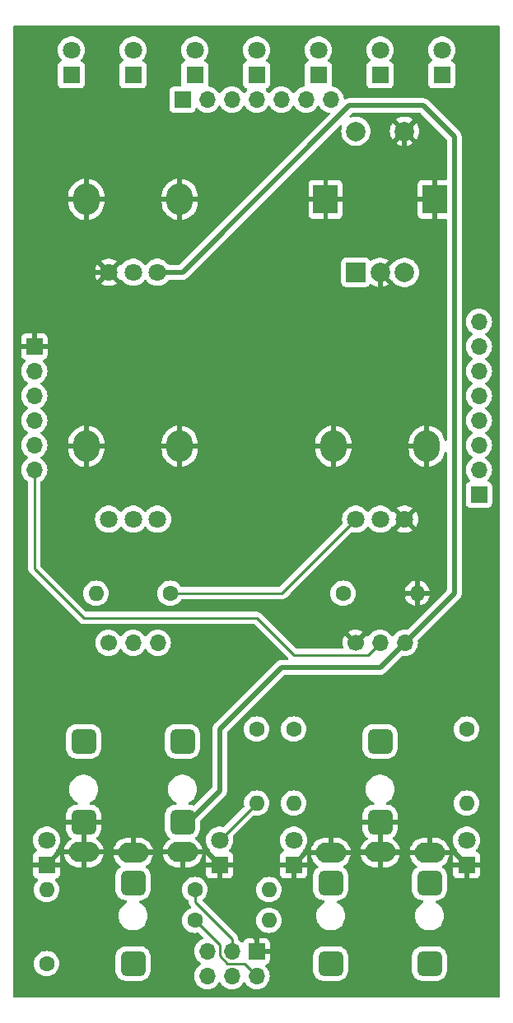
<source format=gbr>
%TF.GenerationSoftware,KiCad,Pcbnew,7.0.2*%
%TF.CreationDate,2023-04-23T21:02:48-07:00*%
%TF.ProjectId,rng_pcb_front,726e675f-7063-4625-9f66-726f6e742e6b,v2.0*%
%TF.SameCoordinates,Original*%
%TF.FileFunction,Copper,L1,Top*%
%TF.FilePolarity,Positive*%
%FSLAX46Y46*%
G04 Gerber Fmt 4.6, Leading zero omitted, Abs format (unit mm)*
G04 Created by KiCad (PCBNEW 7.0.2) date 2023-04-23 21:02:48*
%MOMM*%
%LPD*%
G01*
G04 APERTURE LIST*
G04 Aperture macros list*
%AMRoundRect*
0 Rectangle with rounded corners*
0 $1 Rounding radius*
0 $2 $3 $4 $5 $6 $7 $8 $9 X,Y pos of 4 corners*
0 Add a 4 corners polygon primitive as box body*
4,1,4,$2,$3,$4,$5,$6,$7,$8,$9,$2,$3,0*
0 Add four circle primitives for the rounded corners*
1,1,$1+$1,$2,$3*
1,1,$1+$1,$4,$5*
1,1,$1+$1,$6,$7*
1,1,$1+$1,$8,$9*
0 Add four rect primitives between the rounded corners*
20,1,$1+$1,$2,$3,$4,$5,0*
20,1,$1+$1,$4,$5,$6,$7,0*
20,1,$1+$1,$6,$7,$8,$9,0*
20,1,$1+$1,$8,$9,$2,$3,0*%
G04 Aperture macros list end*
%TA.AperFunction,ComponentPad*%
%ADD10R,1.800000X1.800000*%
%TD*%
%TA.AperFunction,ComponentPad*%
%ADD11C,1.800000*%
%TD*%
%TA.AperFunction,ComponentPad*%
%ADD12O,3.100000X2.100000*%
%TD*%
%TA.AperFunction,ComponentPad*%
%ADD13RoundRect,0.650000X0.650000X0.650000X-0.650000X0.650000X-0.650000X-0.650000X0.650000X-0.650000X0*%
%TD*%
%TA.AperFunction,ComponentPad*%
%ADD14O,2.720000X3.240000*%
%TD*%
%TA.AperFunction,ComponentPad*%
%ADD15R,2.000000X2.000000*%
%TD*%
%TA.AperFunction,ComponentPad*%
%ADD16C,2.000000*%
%TD*%
%TA.AperFunction,ComponentPad*%
%ADD17R,2.500000X3.000000*%
%TD*%
%TA.AperFunction,ComponentPad*%
%ADD18C,1.600000*%
%TD*%
%TA.AperFunction,ComponentPad*%
%ADD19O,1.600000X1.600000*%
%TD*%
%TA.AperFunction,ComponentPad*%
%ADD20RoundRect,0.650000X-0.650000X-0.650000X0.650000X-0.650000X0.650000X0.650000X-0.650000X0.650000X0*%
%TD*%
%TA.AperFunction,ComponentPad*%
%ADD21C,1.700000*%
%TD*%
%TA.AperFunction,ComponentPad*%
%ADD22O,1.700000X1.700000*%
%TD*%
%TA.AperFunction,ComponentPad*%
%ADD23R,1.700000X1.700000*%
%TD*%
%TA.AperFunction,Conductor*%
%ADD24C,0.508000*%
%TD*%
%TA.AperFunction,Conductor*%
%ADD25C,0.254000*%
%TD*%
G04 APERTURE END LIST*
D10*
%TO.P,D1,1,K*%
%TO.N,GND*%
X54610000Y-137160000D03*
D11*
%TO.P,D1,2,A*%
%TO.N,Net-(D1-A)*%
X54610000Y-134620000D03*
%TD*%
D12*
%TO.P,J4,1*%
%TO.N,GND*%
X38100000Y-135920000D03*
D13*
%TO.P,J4,2*%
%TO.N,unconnected-(J4-Pad2)*%
X38100000Y-139020000D03*
%TO.P,J4,3*%
%TO.N,RANDOM_OUT*%
X38100000Y-147320000D03*
%TD*%
D11*
%TO.P,RV3,1,1*%
%TO.N,VREF_-5*%
X61000000Y-101600000D03*
%TO.P,RV3,2,2*%
%TO.N,POT_BIAS*%
X63500000Y-101600000D03*
%TO.P,RV3,3,3*%
%TO.N,GND*%
X66000000Y-101600000D03*
D14*
%TO.P,RV3,MP*%
X58700000Y-94100000D03*
X68300000Y-94100000D03*
%TD*%
D10*
%TO.P,D4,1,K*%
%TO.N,GND*%
X46990000Y-137160000D03*
D11*
%TO.P,D4,2,A*%
%TO.N,Net-(D4-A)*%
X46990000Y-134620000D03*
%TD*%
D12*
%TO.P,J6,1*%
%TO.N,GND*%
X68580000Y-135920000D03*
D13*
%TO.P,J6,2*%
%TO.N,unconnected-(J6-Pad2)*%
X68580000Y-139020000D03*
%TO.P,J6,3*%
%TO.N,Net-(J6-Pad3)*%
X68580000Y-147320000D03*
%TD*%
D15*
%TO.P,SW1,A,A*%
%TO.N,RE_A*%
X61000000Y-76200000D03*
D16*
%TO.P,SW1,B,B*%
%TO.N,RE_B*%
X66000000Y-76200000D03*
%TO.P,SW1,C,C*%
%TO.N,GND*%
X63500000Y-76200000D03*
D17*
%TO.P,SW1,MP*%
X57900000Y-68700000D03*
X69100000Y-68700000D03*
D16*
%TO.P,SW1,S1,S1*%
%TO.N,RE_SWITCH*%
X61000000Y-61700000D03*
%TO.P,SW1,S2,S2*%
%TO.N,GND*%
X66000000Y-61700000D03*
%TD*%
D18*
%TO.P,R1,1*%
%TO.N,INPUT_CV_ENABLE*%
X59690000Y-109220000D03*
D19*
%TO.P,R1,2*%
%TO.N,GND*%
X67310000Y-109220000D03*
%TD*%
D11*
%TO.P,RV1,1,1*%
%TO.N,GND*%
X35600000Y-76200000D03*
%TO.P,RV1,2,2*%
%TO.N,POT_RANDOM*%
X38100000Y-76200000D03*
%TO.P,RV1,3,3*%
%TO.N,+5V*%
X40600000Y-76200000D03*
D14*
%TO.P,RV1,MP*%
%TO.N,GND*%
X33300000Y-68700000D03*
X42900000Y-68700000D03*
%TD*%
D10*
%TO.P,D3,1,K*%
%TO.N,GND*%
X29210000Y-137160000D03*
D11*
%TO.P,D3,2,A*%
%TO.N,Net-(D3-A)*%
X29210000Y-134620000D03*
%TD*%
D10*
%TO.P,D10,1,K*%
%TO.N,Net-(D10-K)*%
X63500000Y-55880000D03*
D11*
%TO.P,D10,2,A*%
%TO.N,+5V*%
X63500000Y-53340000D03*
%TD*%
D18*
%TO.P,R6,1*%
%TO.N,GATE_B_OUT*%
X72390000Y-123190000D03*
D19*
%TO.P,R6,2*%
%TO.N,Net-(D2-A)*%
X72390000Y-130810000D03*
%TD*%
D18*
%TO.P,R8,1*%
%TO.N,ENABLED_LED*%
X50800000Y-123190000D03*
D19*
%TO.P,R8,2*%
%TO.N,Net-(D4-A)*%
X50800000Y-130810000D03*
%TD*%
D18*
%TO.P,R2,1*%
%TO.N,VREF_-5*%
X41910000Y-109220000D03*
D19*
%TO.P,R2,2*%
%TO.N,Net-(SW2-A)*%
X34290000Y-109220000D03*
%TD*%
D10*
%TO.P,D6,1,K*%
%TO.N,Net-(D6-K)*%
X38100000Y-55880000D03*
D11*
%TO.P,D6,2,A*%
%TO.N,+5V*%
X38100000Y-53340000D03*
%TD*%
D12*
%TO.P,J1,1*%
%TO.N,GND*%
X33020000Y-135860000D03*
D20*
%TO.P,J1,2*%
X33020000Y-132760000D03*
%TO.P,J1,3*%
%TO.N,INPUT_CV_CLOCK*%
X33020000Y-124460000D03*
%TD*%
D11*
%TO.P,RV2,1,1*%
%TO.N,GAIN_A*%
X35600000Y-101600000D03*
%TO.P,RV2,2,2*%
%TO.N,GAIN_B*%
X38100000Y-101600000D03*
%TO.P,RV2,3,3*%
%TO.N,unconnected-(RV2-Pad3)*%
X40600000Y-101600000D03*
D14*
%TO.P,RV2,MP*%
%TO.N,GND*%
X33300000Y-94100000D03*
X42900000Y-94100000D03*
%TD*%
D10*
%TO.P,D5,1,K*%
%TO.N,Net-(D5-K)*%
X31750000Y-55880000D03*
D11*
%TO.P,D5,2,A*%
%TO.N,+5V*%
X31750000Y-53340000D03*
%TD*%
D10*
%TO.P,D2,1,K*%
%TO.N,GND*%
X72390000Y-137160000D03*
D11*
%TO.P,D2,2,A*%
%TO.N,Net-(D2-A)*%
X72390000Y-134620000D03*
%TD*%
D18*
%TO.P,R4,1*%
%TO.N,GATE_B_OUT*%
X44450000Y-139700000D03*
D19*
%TO.P,R4,2*%
%TO.N,Net-(J6-Pad3)*%
X52070000Y-139700000D03*
%TD*%
D10*
%TO.P,D11,1,K*%
%TO.N,Net-(D11-K)*%
X69850000Y-55880000D03*
D11*
%TO.P,D11,2,A*%
%TO.N,+5V*%
X69850000Y-53340000D03*
%TD*%
D18*
%TO.P,R3,1*%
%TO.N,GATE_A_OUT*%
X44450000Y-142875000D03*
D19*
%TO.P,R3,2*%
%TO.N,Net-(J5-Pad3)*%
X52070000Y-142875000D03*
%TD*%
D12*
%TO.P,J5,1*%
%TO.N,GND*%
X58420000Y-135920000D03*
D13*
%TO.P,J5,2*%
%TO.N,unconnected-(J5-Pad2)*%
X58420000Y-139020000D03*
%TO.P,J5,3*%
%TO.N,Net-(J5-Pad3)*%
X58420000Y-147320000D03*
%TD*%
D10*
%TO.P,D8,1,K*%
%TO.N,Net-(D8-K)*%
X50800000Y-55880000D03*
D11*
%TO.P,D8,2,A*%
%TO.N,+5V*%
X50800000Y-53340000D03*
%TD*%
D18*
%TO.P,R5,1*%
%TO.N,GATE_A_OUT*%
X54610000Y-123190000D03*
D19*
%TO.P,R5,2*%
%TO.N,Net-(D1-A)*%
X54610000Y-130810000D03*
%TD*%
D12*
%TO.P,J3,1*%
%TO.N,GND*%
X63500000Y-135860000D03*
D20*
%TO.P,J3,2*%
X63500000Y-132760000D03*
%TO.P,J3,3*%
%TO.N,INPUT_CV_BIAS*%
X63500000Y-124460000D03*
%TD*%
D10*
%TO.P,D9,1,K*%
%TO.N,Net-(D9-K)*%
X57150000Y-55880000D03*
D11*
%TO.P,D9,2,A*%
%TO.N,+5V*%
X57150000Y-53340000D03*
%TD*%
D21*
%TO.P,SW2,1,A*%
%TO.N,Net-(SW2-A)*%
X35560000Y-114300000D03*
D22*
%TO.P,SW2,2,B*%
%TO.N,GAIN_A*%
X38100000Y-114300000D03*
%TO.P,SW2,3*%
%TO.N,N/C*%
X40640000Y-114300000D03*
%TD*%
D10*
%TO.P,D7,1,K*%
%TO.N,Net-(D7-K)*%
X44450000Y-55880000D03*
D11*
%TO.P,D7,2,A*%
%TO.N,+5V*%
X44450000Y-53340000D03*
%TD*%
D18*
%TO.P,R7,1*%
%TO.N,TRIG_IN_LED*%
X29210000Y-147320000D03*
D19*
%TO.P,R7,2*%
%TO.N,Net-(D3-A)*%
X29210000Y-139700000D03*
%TD*%
D12*
%TO.P,J2,1*%
%TO.N,GND*%
X43180000Y-135860000D03*
D20*
%TO.P,J2,2*%
%TO.N,+5V*%
X43180000Y-132760000D03*
%TO.P,J2,3*%
%TO.N,INPUT_CV_ENABLE*%
X43180000Y-124460000D03*
%TD*%
D21*
%TO.P,SW3,1,A*%
%TO.N,GND*%
X60960000Y-114300000D03*
D22*
%TO.P,SW3,2,B*%
%TO.N,TRIG_SWTICH*%
X63500000Y-114300000D03*
%TO.P,SW3,3,C*%
%TO.N,+5V*%
X66040000Y-114300000D03*
%TD*%
D23*
%TO.P,J8,1,Pin_1*%
%TO.N,GND*%
X50800000Y-146050000D03*
D22*
%TO.P,J8,2,Pin_2*%
%TO.N,GATE_A_OUT*%
X50800000Y-148590000D03*
%TO.P,J8,3,Pin_3*%
%TO.N,GATE_B_OUT*%
X48260000Y-146050000D03*
%TO.P,J8,4,Pin_4*%
%TO.N,RANDOM_OUT*%
X48260000Y-148590000D03*
%TO.P,J8,5,Pin_5*%
%TO.N,TRIG_IN_LED*%
X45720000Y-146050000D03*
%TO.P,J8,6,Pin_6*%
%TO.N,ENABLED_LED*%
X45720000Y-148590000D03*
%TD*%
D23*
%TO.P,J7,1,Pin_1*%
%TO.N,Net-(D5-K)*%
X43180000Y-58420000D03*
D22*
%TO.P,J7,2,Pin_2*%
%TO.N,Net-(D6-K)*%
X45720000Y-58420000D03*
%TO.P,J7,3,Pin_3*%
%TO.N,Net-(D7-K)*%
X48260000Y-58420000D03*
%TO.P,J7,4,Pin_4*%
%TO.N,Net-(D8-K)*%
X50800000Y-58420000D03*
%TO.P,J7,5,Pin_5*%
%TO.N,Net-(D9-K)*%
X53340000Y-58420000D03*
%TO.P,J7,6,Pin_6*%
%TO.N,Net-(D10-K)*%
X55880000Y-58420000D03*
%TO.P,J7,7,Pin_7*%
%TO.N,Net-(D11-K)*%
X58420000Y-58420000D03*
%TD*%
D23*
%TO.P,J9,1,Pin_1*%
%TO.N,GND*%
X27940000Y-83820000D03*
D22*
%TO.P,J9,2,Pin_2*%
%TO.N,+5V*%
X27940000Y-86360000D03*
%TO.P,J9,3,Pin_3*%
%TO.N,GAIN_B*%
X27940000Y-88900000D03*
%TO.P,J9,4,Pin_4*%
%TO.N,GAIN_A*%
X27940000Y-91440000D03*
%TO.P,J9,5,Pin_5*%
%TO.N,POT_RANDOM*%
X27940000Y-93980000D03*
%TO.P,J9,6,Pin_6*%
%TO.N,TRIG_SWTICH*%
X27940000Y-96520000D03*
%TD*%
D23*
%TO.P,J10,1,Pin_1*%
%TO.N,VREF_-5*%
X73660000Y-99060000D03*
D22*
%TO.P,J10,2,Pin_2*%
%TO.N,POT_BIAS*%
X73660000Y-96520000D03*
%TO.P,J10,3,Pin_3*%
%TO.N,INPUT_CV_BIAS*%
X73660000Y-93980000D03*
%TO.P,J10,4,Pin_4*%
%TO.N,INPUT_CV_ENABLE*%
X73660000Y-91440000D03*
%TO.P,J10,5,Pin_5*%
%TO.N,INPUT_CV_CLOCK*%
X73660000Y-88900000D03*
%TO.P,J10,6,Pin_6*%
%TO.N,RE_B*%
X73660000Y-86360000D03*
%TO.P,J10,7,Pin_7*%
%TO.N,RE_A*%
X73660000Y-83820000D03*
%TO.P,J10,8,Pin_8*%
%TO.N,RE_SWITCH*%
X73660000Y-81280000D03*
%TD*%
D24*
%TO.N,+5V*%
X63500000Y-116840000D02*
X66040000Y-114300000D01*
X67945000Y-59055000D02*
X60325000Y-59055000D01*
X71120000Y-109220000D02*
X71120000Y-62230000D01*
X66040000Y-114300000D02*
X71120000Y-109220000D01*
X46990000Y-123190000D02*
X53340000Y-116840000D01*
X43770000Y-132760000D02*
X46990000Y-129540000D01*
X60325000Y-59055000D02*
X43180000Y-76200000D01*
X53340000Y-116840000D02*
X63500000Y-116840000D01*
X46990000Y-129540000D02*
X46990000Y-123190000D01*
X71120000Y-62230000D02*
X67945000Y-59055000D01*
X43180000Y-76200000D02*
X40600000Y-76200000D01*
%TO.N,GND*%
X33020000Y-132760000D02*
X33020000Y-135860000D01*
X33020000Y-76200000D02*
X35560000Y-76200000D01*
X66000000Y-73700000D02*
X66000000Y-61700000D01*
X38100000Y-78740000D02*
X63500000Y-78740000D01*
X63500000Y-76200000D02*
X63500000Y-78740000D01*
X33020000Y-135860000D02*
X38040000Y-135860000D01*
X63500000Y-76200000D02*
X66000000Y-73700000D01*
X38040000Y-135860000D02*
X38100000Y-135920000D01*
X63440000Y-135920000D02*
X63500000Y-135860000D01*
X33020000Y-135860000D02*
X30510000Y-135860000D01*
X67310000Y-109220000D02*
X66040000Y-109220000D01*
X67310000Y-102910000D02*
X66000000Y-101600000D01*
X27940000Y-83820000D02*
X27940000Y-81280000D01*
X63500000Y-132760000D02*
X63500000Y-135860000D01*
X38160000Y-135860000D02*
X38100000Y-135920000D01*
X35600000Y-76200000D02*
X38100000Y-78700000D01*
X68580000Y-135920000D02*
X71150000Y-135920000D01*
X43180000Y-135860000D02*
X45690000Y-135860000D01*
X46990000Y-137160000D02*
X54610000Y-137160000D01*
X50800000Y-146050000D02*
X50800000Y-144780000D01*
X43180000Y-135860000D02*
X38160000Y-135860000D01*
X63500000Y-78740000D02*
X63500000Y-99100000D01*
X58420000Y-135920000D02*
X63440000Y-135920000D01*
X38100000Y-78700000D02*
X38100000Y-78740000D01*
X55850000Y-135920000D02*
X54610000Y-137160000D01*
X46990000Y-140970000D02*
X46990000Y-137160000D01*
X50800000Y-144780000D02*
X46990000Y-140970000D01*
X66040000Y-109220000D02*
X60960000Y-114300000D01*
X63560000Y-135920000D02*
X63500000Y-135860000D01*
X27940000Y-81280000D02*
X33020000Y-76200000D01*
X58420000Y-135920000D02*
X55850000Y-135920000D01*
X71150000Y-135920000D02*
X72390000Y-137160000D01*
X30510000Y-135860000D02*
X29210000Y-137160000D01*
X45690000Y-135860000D02*
X46990000Y-137160000D01*
X67310000Y-109220000D02*
X67310000Y-102910000D01*
X68580000Y-135920000D02*
X63560000Y-135920000D01*
X63500000Y-99100000D02*
X66000000Y-101600000D01*
D25*
%TO.N,VREF_-5*%
X41910000Y-109220000D02*
X53380000Y-109220000D01*
X53380000Y-109220000D02*
X61000000Y-101600000D01*
%TO.N,TRIG_SWTICH*%
X54610000Y-115570000D02*
X62230000Y-115570000D01*
X27940000Y-106680000D02*
X33020000Y-111760000D01*
X62230000Y-115570000D02*
X63500000Y-114300000D01*
X27940000Y-96520000D02*
X27940000Y-106680000D01*
X50800000Y-111760000D02*
X54610000Y-115570000D01*
X33020000Y-111760000D02*
X50800000Y-111760000D01*
%TO.N,Net-(D4-A)*%
X46990000Y-134620000D02*
X50800000Y-130810000D01*
%TO.N,GATE_A_OUT*%
X49530000Y-147320000D02*
X50800000Y-148590000D01*
X44450000Y-142875000D02*
X46990000Y-145415000D01*
X46990000Y-145415000D02*
X46990000Y-146520897D01*
X47789103Y-147320000D02*
X49530000Y-147320000D01*
X46990000Y-146520897D02*
X47789103Y-147320000D01*
%TO.N,GATE_B_OUT*%
X48260000Y-146050000D02*
X48260000Y-144780000D01*
X44450000Y-140970000D02*
X44450000Y-139700000D01*
X48260000Y-144780000D02*
X44450000Y-140970000D01*
%TD*%
%TA.AperFunction,Conductor*%
%TO.N,GND*%
G36*
X33270000Y-135560000D02*
G01*
X32769999Y-135560000D01*
X32770000Y-133060000D01*
X33270000Y-133060000D01*
X33270000Y-135560000D01*
G37*
%TD.AperFunction*%
%TA.AperFunction,Conductor*%
G36*
X63750000Y-135560000D02*
G01*
X63250000Y-135560000D01*
X63250000Y-133060000D01*
X63750000Y-133060000D01*
X63750000Y-135560000D01*
G37*
%TD.AperFunction*%
%TA.AperFunction,Conductor*%
G36*
X75742539Y-50820185D02*
G01*
X75788294Y-50872989D01*
X75799500Y-50924500D01*
X75799500Y-150675500D01*
X75779815Y-150742539D01*
X75727011Y-150788294D01*
X75675500Y-150799500D01*
X25924500Y-150799500D01*
X25857461Y-150779815D01*
X25811706Y-150727011D01*
X25800500Y-150675500D01*
X25800500Y-147320000D01*
X27904531Y-147320000D01*
X27924364Y-147546689D01*
X27983261Y-147766497D01*
X28079432Y-147972735D01*
X28209953Y-148159140D01*
X28370859Y-148320046D01*
X28557264Y-148450567D01*
X28557265Y-148450567D01*
X28557266Y-148450568D01*
X28763504Y-148546739D01*
X28983308Y-148605635D01*
X29210000Y-148625468D01*
X29436692Y-148605635D01*
X29656496Y-148546739D01*
X29862734Y-148450568D01*
X30049139Y-148320047D01*
X30210047Y-148159139D01*
X30292760Y-148041012D01*
X36299500Y-148041012D01*
X36299647Y-148043134D01*
X36299648Y-148043154D01*
X36305650Y-148129629D01*
X36354467Y-148337186D01*
X36429743Y-148507669D01*
X36440591Y-148532237D01*
X36561089Y-148708142D01*
X36711858Y-148858911D01*
X36887763Y-148979409D01*
X36978376Y-149019418D01*
X37082813Y-149065532D01*
X37290369Y-149114349D01*
X37290370Y-149114349D01*
X37378988Y-149120500D01*
X37381128Y-149120500D01*
X38818872Y-149120500D01*
X38821012Y-149120500D01*
X38909630Y-149114349D01*
X39013407Y-149089940D01*
X39117186Y-149065532D01*
X39169404Y-149042475D01*
X39312237Y-148979409D01*
X39488142Y-148858911D01*
X39638911Y-148708142D01*
X39759409Y-148532237D01*
X39845532Y-148337185D01*
X39894349Y-148129630D01*
X39900500Y-148041012D01*
X39900500Y-146598988D01*
X39894349Y-146510370D01*
X39894348Y-146510369D01*
X39845532Y-146302813D01*
X39765646Y-146121889D01*
X39759409Y-146107763D01*
X39638911Y-145931858D01*
X39488142Y-145781089D01*
X39312237Y-145660591D01*
X39287669Y-145649743D01*
X39117186Y-145574467D01*
X38909629Y-145525650D01*
X38823154Y-145519648D01*
X38823134Y-145519647D01*
X38821012Y-145519500D01*
X37378988Y-145519500D01*
X37376866Y-145519647D01*
X37376845Y-145519648D01*
X37290370Y-145525650D01*
X37082813Y-145574467D01*
X36887767Y-145660589D01*
X36887766Y-145660589D01*
X36887763Y-145660591D01*
X36802202Y-145719202D01*
X36711855Y-145781091D01*
X36561091Y-145931855D01*
X36561088Y-145931858D01*
X36561089Y-145931858D01*
X36440591Y-146107763D01*
X36440589Y-146107766D01*
X36440589Y-146107767D01*
X36354467Y-146302813D01*
X36305650Y-146510370D01*
X36299648Y-146596845D01*
X36299647Y-146596866D01*
X36299500Y-146598988D01*
X36299500Y-148041012D01*
X30292760Y-148041012D01*
X30340568Y-147972734D01*
X30436739Y-147766496D01*
X30495635Y-147546692D01*
X30515468Y-147320000D01*
X30495635Y-147093308D01*
X30436739Y-146873504D01*
X30340568Y-146667266D01*
X30291260Y-146596845D01*
X30210046Y-146480859D01*
X30049140Y-146319953D01*
X29862735Y-146189432D01*
X29656497Y-146093261D01*
X29436689Y-146034364D01*
X29210000Y-146014531D01*
X28983310Y-146034364D01*
X28763502Y-146093261D01*
X28557264Y-146189432D01*
X28370859Y-146319953D01*
X28209953Y-146480859D01*
X28079432Y-146667264D01*
X27983261Y-146873502D01*
X27924364Y-147093310D01*
X27904531Y-147320000D01*
X25800500Y-147320000D01*
X25800500Y-134619999D01*
X27804699Y-134619999D01*
X27823865Y-134851299D01*
X27823865Y-134851301D01*
X27823866Y-134851305D01*
X27880843Y-135076300D01*
X27974076Y-135288849D01*
X28101021Y-135483153D01*
X28196167Y-135586509D01*
X28227089Y-135649164D01*
X28219229Y-135718590D01*
X28175082Y-135772745D01*
X28148272Y-135786673D01*
X28067913Y-135816646D01*
X27952811Y-135902811D01*
X27866647Y-136017910D01*
X27816400Y-136152628D01*
X27810354Y-136208867D01*
X27810000Y-136215481D01*
X27810000Y-136910000D01*
X28834722Y-136910000D01*
X28786375Y-136993740D01*
X28756190Y-137125992D01*
X28766327Y-137261265D01*
X28815887Y-137387541D01*
X28833797Y-137410000D01*
X27810000Y-137410000D01*
X27810000Y-138104518D01*
X27810354Y-138111132D01*
X27816400Y-138167371D01*
X27866647Y-138302089D01*
X27952811Y-138417188D01*
X28067910Y-138503352D01*
X28202624Y-138553597D01*
X28228982Y-138556431D01*
X28293533Y-138583168D01*
X28333383Y-138640560D01*
X28335878Y-138710385D01*
X28303411Y-138767402D01*
X28209950Y-138860862D01*
X28079432Y-139047264D01*
X27983261Y-139253502D01*
X27924364Y-139473310D01*
X27904531Y-139699999D01*
X27924364Y-139926689D01*
X27983261Y-140146497D01*
X28079432Y-140352735D01*
X28209953Y-140539140D01*
X28370859Y-140700046D01*
X28557264Y-140830567D01*
X28557265Y-140830567D01*
X28557266Y-140830568D01*
X28763504Y-140926739D01*
X28983308Y-140985635D01*
X29210000Y-141005468D01*
X29436692Y-140985635D01*
X29656496Y-140926739D01*
X29862734Y-140830568D01*
X30049139Y-140700047D01*
X30210047Y-140539139D01*
X30340568Y-140352734D01*
X30436739Y-140146496D01*
X30495635Y-139926692D01*
X30515468Y-139700000D01*
X30495635Y-139473308D01*
X30436739Y-139253504D01*
X30340568Y-139047266D01*
X30210047Y-138860861D01*
X30210046Y-138860859D01*
X30116589Y-138767402D01*
X30083104Y-138706079D01*
X30088088Y-138636387D01*
X30129960Y-138580454D01*
X30191018Y-138556431D01*
X30217375Y-138553597D01*
X30352089Y-138503352D01*
X30467188Y-138417188D01*
X30553352Y-138302089D01*
X30603599Y-138167371D01*
X30609645Y-138111132D01*
X30610000Y-138104518D01*
X30610000Y-137410000D01*
X29585278Y-137410000D01*
X29633625Y-137326260D01*
X29663810Y-137194008D01*
X29653673Y-137058735D01*
X29604113Y-136932459D01*
X29586203Y-136910000D01*
X30610000Y-136910000D01*
X30610000Y-136215481D01*
X30609645Y-136208867D01*
X30603599Y-136152628D01*
X30587700Y-136110000D01*
X30988970Y-136110000D01*
X30996383Y-136171050D01*
X31066010Y-136411426D01*
X31173291Y-136637520D01*
X31315456Y-136843479D01*
X31488815Y-137023965D01*
X31688884Y-137174308D01*
X31910472Y-137290607D01*
X32147856Y-137369857D01*
X32394870Y-137410000D01*
X32770000Y-137410000D01*
X32770000Y-136160000D01*
X33270000Y-136160000D01*
X33270000Y-137410000D01*
X33579985Y-137410000D01*
X33584945Y-137409800D01*
X33769445Y-137394905D01*
X34012435Y-137335013D01*
X34242664Y-137236922D01*
X34454179Y-137103167D01*
X34641500Y-136937216D01*
X34799774Y-136743365D01*
X34924903Y-136526635D01*
X35013647Y-136292639D01*
X35038684Y-136170000D01*
X36068970Y-136170000D01*
X36076383Y-136231050D01*
X36146010Y-136471426D01*
X36253291Y-136697520D01*
X36395456Y-136903479D01*
X36568815Y-137083965D01*
X36775366Y-137239178D01*
X36817135Y-137295188D01*
X36821992Y-137364889D01*
X36788395Y-137426151D01*
X36770952Y-137440608D01*
X36711857Y-137481089D01*
X36561091Y-137631855D01*
X36561088Y-137631858D01*
X36561089Y-137631858D01*
X36440591Y-137807763D01*
X36440589Y-137807766D01*
X36440589Y-137807767D01*
X36354467Y-138002813D01*
X36305650Y-138210370D01*
X36299648Y-138296845D01*
X36299647Y-138296866D01*
X36299500Y-138298988D01*
X36299500Y-139741012D01*
X36299647Y-139743134D01*
X36299648Y-139743154D01*
X36305650Y-139829629D01*
X36354467Y-140037186D01*
X36402733Y-140146496D01*
X36440591Y-140232237D01*
X36561089Y-140408142D01*
X36711858Y-140558911D01*
X36887763Y-140679409D01*
X36949289Y-140706575D01*
X37082813Y-140765532D01*
X37290369Y-140814349D01*
X37290370Y-140814349D01*
X37378988Y-140820500D01*
X37380825Y-140820500D01*
X37447104Y-140842481D01*
X37491004Y-140896837D01*
X37498547Y-140966298D01*
X37467340Y-141028811D01*
X37435512Y-141053467D01*
X37276490Y-141139526D01*
X37080259Y-141292259D01*
X37080256Y-141292261D01*
X37080256Y-141292262D01*
X36911836Y-141475215D01*
X36866499Y-141544607D01*
X36775825Y-141683395D01*
X36691801Y-141874953D01*
X36675937Y-141911119D01*
X36644348Y-142035861D01*
X36614891Y-142152183D01*
X36594356Y-142400000D01*
X36614891Y-142647816D01*
X36614891Y-142647819D01*
X36614892Y-142647821D01*
X36675937Y-142888881D01*
X36720960Y-142991523D01*
X36775825Y-143116604D01*
X36775827Y-143116607D01*
X36911836Y-143324785D01*
X37080256Y-143507738D01*
X37080259Y-143507740D01*
X37276485Y-143660470D01*
X37276487Y-143660471D01*
X37276491Y-143660474D01*
X37495190Y-143778828D01*
X37730386Y-143859571D01*
X37975665Y-143900500D01*
X38224335Y-143900500D01*
X38469614Y-143859571D01*
X38704810Y-143778828D01*
X38923509Y-143660474D01*
X39119744Y-143507738D01*
X39288164Y-143324785D01*
X39424173Y-143116607D01*
X39524063Y-142888881D01*
X39527578Y-142874999D01*
X43144531Y-142874999D01*
X43164364Y-143101689D01*
X43223261Y-143321497D01*
X43319432Y-143527735D01*
X43449953Y-143714140D01*
X43610859Y-143875046D01*
X43797264Y-144005567D01*
X43797265Y-144005567D01*
X43797266Y-144005568D01*
X44003504Y-144101739D01*
X44223308Y-144160635D01*
X44374436Y-144173857D01*
X44449999Y-144180468D01*
X44449999Y-144180467D01*
X44450000Y-144180468D01*
X44676692Y-144160635D01*
X44742815Y-144142917D01*
X44812664Y-144144578D01*
X44862591Y-144175010D01*
X45272518Y-144584937D01*
X45306003Y-144646260D01*
X45301019Y-144715952D01*
X45259147Y-144771885D01*
X45237243Y-144785000D01*
X45042168Y-144875966D01*
X44848598Y-145011505D01*
X44681505Y-145178598D01*
X44545965Y-145372170D01*
X44446097Y-145586336D01*
X44384936Y-145814592D01*
X44364340Y-146050000D01*
X44384936Y-146285407D01*
X44394193Y-146319953D01*
X44446097Y-146513663D01*
X44545965Y-146727830D01*
X44681505Y-146921401D01*
X44848599Y-147088495D01*
X45034160Y-147218426D01*
X45077783Y-147273002D01*
X45084976Y-147342501D01*
X45053454Y-147404855D01*
X45034159Y-147421575D01*
X44848595Y-147551508D01*
X44681505Y-147718598D01*
X44545965Y-147912170D01*
X44446097Y-148126336D01*
X44384936Y-148354592D01*
X44364340Y-148590000D01*
X44384936Y-148825407D01*
X44426201Y-148979409D01*
X44446097Y-149053663D01*
X44545965Y-149267830D01*
X44681505Y-149461401D01*
X44848599Y-149628495D01*
X45042170Y-149764035D01*
X45256337Y-149863903D01*
X45484592Y-149925063D01*
X45720000Y-149945659D01*
X45955408Y-149925063D01*
X46183663Y-149863903D01*
X46397830Y-149764035D01*
X46591401Y-149628495D01*
X46758495Y-149461401D01*
X46888426Y-149275839D01*
X46943002Y-149232216D01*
X47012500Y-149225022D01*
X47074855Y-149256545D01*
X47091571Y-149275837D01*
X47221505Y-149461401D01*
X47388599Y-149628495D01*
X47582170Y-149764035D01*
X47796337Y-149863903D01*
X48024591Y-149925063D01*
X48024592Y-149925063D01*
X48259999Y-149945659D01*
X48259999Y-149945658D01*
X48260000Y-149945659D01*
X48495408Y-149925063D01*
X48723663Y-149863903D01*
X48937830Y-149764035D01*
X49131401Y-149628495D01*
X49298495Y-149461401D01*
X49428426Y-149275839D01*
X49483002Y-149232216D01*
X49552500Y-149225022D01*
X49614855Y-149256545D01*
X49631571Y-149275837D01*
X49761505Y-149461401D01*
X49928599Y-149628495D01*
X50122170Y-149764035D01*
X50336337Y-149863903D01*
X50564591Y-149925063D01*
X50564592Y-149925063D01*
X50799999Y-149945659D01*
X50799999Y-149945658D01*
X50800000Y-149945659D01*
X51035408Y-149925063D01*
X51263663Y-149863903D01*
X51477830Y-149764035D01*
X51671401Y-149628495D01*
X51838495Y-149461401D01*
X51974035Y-149267830D01*
X52073903Y-149053663D01*
X52135063Y-148825408D01*
X52155659Y-148590000D01*
X52135063Y-148354592D01*
X52073903Y-148126337D01*
X52034115Y-148041012D01*
X56619500Y-148041012D01*
X56619647Y-148043134D01*
X56619648Y-148043154D01*
X56625650Y-148129629D01*
X56674467Y-148337186D01*
X56749743Y-148507669D01*
X56760591Y-148532237D01*
X56881089Y-148708142D01*
X57031858Y-148858911D01*
X57207763Y-148979409D01*
X57298376Y-149019418D01*
X57402813Y-149065532D01*
X57610370Y-149114349D01*
X57698988Y-149120500D01*
X57701128Y-149120500D01*
X59138872Y-149120500D01*
X59141012Y-149120500D01*
X59229630Y-149114349D01*
X59333407Y-149089940D01*
X59437186Y-149065532D01*
X59489404Y-149042475D01*
X59632237Y-148979409D01*
X59808142Y-148858911D01*
X59958911Y-148708142D01*
X60079409Y-148532237D01*
X60165532Y-148337185D01*
X60214349Y-148129630D01*
X60220500Y-148041012D01*
X66779500Y-148041012D01*
X66779647Y-148043134D01*
X66779648Y-148043154D01*
X66785650Y-148129629D01*
X66834467Y-148337186D01*
X66909743Y-148507669D01*
X66920591Y-148532237D01*
X67041089Y-148708142D01*
X67191858Y-148858911D01*
X67367763Y-148979409D01*
X67458376Y-149019418D01*
X67562813Y-149065532D01*
X67770369Y-149114348D01*
X67770370Y-149114349D01*
X67858988Y-149120500D01*
X67861128Y-149120500D01*
X69298872Y-149120500D01*
X69301012Y-149120500D01*
X69389630Y-149114349D01*
X69493407Y-149089940D01*
X69597186Y-149065532D01*
X69649404Y-149042475D01*
X69792237Y-148979409D01*
X69968142Y-148858911D01*
X70118911Y-148708142D01*
X70239409Y-148532237D01*
X70325532Y-148337185D01*
X70374349Y-148129630D01*
X70380500Y-148041012D01*
X70380500Y-146598988D01*
X70374349Y-146510370D01*
X70374349Y-146510369D01*
X70325532Y-146302813D01*
X70245646Y-146121889D01*
X70239409Y-146107763D01*
X70118911Y-145931858D01*
X69968142Y-145781089D01*
X69792237Y-145660591D01*
X69767669Y-145649743D01*
X69597186Y-145574467D01*
X69389629Y-145525650D01*
X69303154Y-145519648D01*
X69303134Y-145519647D01*
X69301012Y-145519500D01*
X67858988Y-145519500D01*
X67856866Y-145519647D01*
X67856845Y-145519648D01*
X67770370Y-145525650D01*
X67562813Y-145574467D01*
X67367767Y-145660589D01*
X67367766Y-145660589D01*
X67367763Y-145660591D01*
X67282202Y-145719202D01*
X67191855Y-145781091D01*
X67041091Y-145931855D01*
X67041088Y-145931858D01*
X67041089Y-145931858D01*
X66920591Y-146107763D01*
X66920589Y-146107766D01*
X66920589Y-146107767D01*
X66834467Y-146302813D01*
X66785650Y-146510370D01*
X66779648Y-146596845D01*
X66779647Y-146596866D01*
X66779500Y-146598988D01*
X66779500Y-148041012D01*
X60220500Y-148041012D01*
X60220500Y-146598988D01*
X60214349Y-146510370D01*
X60214348Y-146510369D01*
X60165532Y-146302813D01*
X60085646Y-146121889D01*
X60079409Y-146107763D01*
X59958911Y-145931858D01*
X59808142Y-145781089D01*
X59632237Y-145660591D01*
X59607669Y-145649743D01*
X59437186Y-145574467D01*
X59229629Y-145525650D01*
X59143154Y-145519648D01*
X59143134Y-145519647D01*
X59141012Y-145519500D01*
X57698988Y-145519500D01*
X57696866Y-145519647D01*
X57696845Y-145519648D01*
X57610370Y-145525650D01*
X57402813Y-145574467D01*
X57207767Y-145660589D01*
X57207766Y-145660589D01*
X57207763Y-145660591D01*
X57122202Y-145719202D01*
X57031855Y-145781091D01*
X56881091Y-145931855D01*
X56881088Y-145931858D01*
X56881089Y-145931858D01*
X56760591Y-146107763D01*
X56760589Y-146107766D01*
X56760589Y-146107767D01*
X56674467Y-146302813D01*
X56625650Y-146510370D01*
X56619648Y-146596845D01*
X56619647Y-146596866D01*
X56619500Y-146598988D01*
X56619500Y-148041012D01*
X52034115Y-148041012D01*
X51974035Y-147912171D01*
X51838495Y-147718599D01*
X51716181Y-147596285D01*
X51682696Y-147534962D01*
X51687680Y-147465270D01*
X51729552Y-147409337D01*
X51760528Y-147392422D01*
X51892089Y-147343352D01*
X52007188Y-147257188D01*
X52093352Y-147142089D01*
X52143599Y-147007371D01*
X52149645Y-146951132D01*
X52150000Y-146944518D01*
X52150000Y-146300000D01*
X51233686Y-146300000D01*
X51259493Y-146259844D01*
X51300000Y-146121889D01*
X51300000Y-145978111D01*
X51259493Y-145840156D01*
X51233686Y-145800000D01*
X52149999Y-145800000D01*
X52150000Y-145155481D01*
X52149645Y-145148867D01*
X52143599Y-145092628D01*
X52093352Y-144957910D01*
X52007188Y-144842811D01*
X51892089Y-144756647D01*
X51757371Y-144706400D01*
X51701132Y-144700354D01*
X51694518Y-144700000D01*
X51050000Y-144700000D01*
X51050000Y-145614498D01*
X50942315Y-145565320D01*
X50835763Y-145550000D01*
X50764237Y-145550000D01*
X50657685Y-145565320D01*
X50550000Y-145614498D01*
X50550000Y-144700000D01*
X49905482Y-144700000D01*
X49898867Y-144700354D01*
X49842628Y-144706400D01*
X49707910Y-144756647D01*
X49592811Y-144842811D01*
X49506646Y-144957913D01*
X49457576Y-145089472D01*
X49415705Y-145145405D01*
X49350240Y-145169821D01*
X49281967Y-145154969D01*
X49253714Y-145133818D01*
X49131401Y-145011505D01*
X49044091Y-144950370D01*
X48940632Y-144877927D01*
X48897008Y-144823351D01*
X48887817Y-144780238D01*
X48887561Y-144772072D01*
X48887500Y-144768187D01*
X48887500Y-144744414D01*
X48887500Y-144740524D01*
X48886995Y-144736526D01*
X48886077Y-144724868D01*
X48885307Y-144700354D01*
X48884701Y-144681058D01*
X48879082Y-144661718D01*
X48875139Y-144642680D01*
X48872616Y-144622707D01*
X48856483Y-144581960D01*
X48852699Y-144570907D01*
X48840468Y-144528809D01*
X48830220Y-144511480D01*
X48821659Y-144494004D01*
X48814253Y-144475297D01*
X48788490Y-144439837D01*
X48782077Y-144430074D01*
X48759763Y-144392343D01*
X48745526Y-144378106D01*
X48732887Y-144363308D01*
X48721061Y-144347030D01*
X48687294Y-144319096D01*
X48678653Y-144311233D01*
X47242420Y-142875000D01*
X50764531Y-142875000D01*
X50784364Y-143101689D01*
X50843261Y-143321497D01*
X50939432Y-143527735D01*
X51069953Y-143714140D01*
X51230859Y-143875046D01*
X51417264Y-144005567D01*
X51417265Y-144005567D01*
X51417266Y-144005568D01*
X51623504Y-144101739D01*
X51843308Y-144160635D01*
X51994436Y-144173857D01*
X52069999Y-144180468D01*
X52069999Y-144180467D01*
X52070000Y-144180468D01*
X52296692Y-144160635D01*
X52516496Y-144101739D01*
X52722734Y-144005568D01*
X52909139Y-143875047D01*
X53070047Y-143714139D01*
X53200568Y-143527734D01*
X53296739Y-143321496D01*
X53355635Y-143101692D01*
X53375468Y-142875000D01*
X53355635Y-142648308D01*
X53296739Y-142428504D01*
X53200568Y-142222266D01*
X53070047Y-142035861D01*
X53070046Y-142035859D01*
X52909140Y-141874953D01*
X52722735Y-141744432D01*
X52516497Y-141648261D01*
X52296689Y-141589364D01*
X52069999Y-141569531D01*
X51843310Y-141589364D01*
X51623502Y-141648261D01*
X51417264Y-141744432D01*
X51230859Y-141874953D01*
X51069953Y-142035859D01*
X50939432Y-142222264D01*
X50843261Y-142428502D01*
X50784364Y-142648310D01*
X50764531Y-142875000D01*
X47242420Y-142875000D01*
X45263253Y-140895834D01*
X45229768Y-140834511D01*
X45234752Y-140764819D01*
X45276624Y-140708886D01*
X45279789Y-140706593D01*
X45289139Y-140700047D01*
X45450047Y-140539139D01*
X45580568Y-140352734D01*
X45676739Y-140146496D01*
X45735635Y-139926692D01*
X45755468Y-139700000D01*
X45755468Y-139699999D01*
X50764531Y-139699999D01*
X50784364Y-139926689D01*
X50843261Y-140146497D01*
X50939432Y-140352735D01*
X51069953Y-140539140D01*
X51230859Y-140700046D01*
X51417264Y-140830567D01*
X51417265Y-140830567D01*
X51417266Y-140830568D01*
X51623504Y-140926739D01*
X51843308Y-140985635D01*
X51994435Y-140998856D01*
X52069999Y-141005468D01*
X52069999Y-141005467D01*
X52070000Y-141005468D01*
X52296692Y-140985635D01*
X52516496Y-140926739D01*
X52722734Y-140830568D01*
X52909139Y-140700047D01*
X53070047Y-140539139D01*
X53200568Y-140352734D01*
X53296739Y-140146496D01*
X53355635Y-139926692D01*
X53375468Y-139700000D01*
X53355635Y-139473308D01*
X53296739Y-139253504D01*
X53200568Y-139047266D01*
X53070047Y-138860861D01*
X53070046Y-138860859D01*
X52909140Y-138699953D01*
X52722735Y-138569432D01*
X52516497Y-138473261D01*
X52296689Y-138414364D01*
X52069999Y-138394531D01*
X51843310Y-138414364D01*
X51623502Y-138473261D01*
X51417264Y-138569432D01*
X51230859Y-138699953D01*
X51069953Y-138860859D01*
X50939432Y-139047264D01*
X50843261Y-139253502D01*
X50784364Y-139473310D01*
X50764531Y-139699999D01*
X45755468Y-139699999D01*
X45735635Y-139473308D01*
X45676739Y-139253504D01*
X45580568Y-139047266D01*
X45450047Y-138860861D01*
X45450046Y-138860859D01*
X45289140Y-138699953D01*
X45102735Y-138569432D01*
X44896497Y-138473261D01*
X44676689Y-138414364D01*
X44449999Y-138394531D01*
X44223310Y-138414364D01*
X44003502Y-138473261D01*
X43797264Y-138569432D01*
X43610859Y-138699953D01*
X43449953Y-138860859D01*
X43319432Y-139047264D01*
X43223261Y-139253502D01*
X43164364Y-139473310D01*
X43144531Y-139700000D01*
X43164364Y-139926689D01*
X43223261Y-140146497D01*
X43319432Y-140352735D01*
X43449953Y-140539140D01*
X43610859Y-140700046D01*
X43767405Y-140809659D01*
X43811030Y-140864235D01*
X43820221Y-140907339D01*
X43822439Y-140977916D01*
X43822500Y-140981811D01*
X43822500Y-141009476D01*
X43822988Y-141013343D01*
X43822989Y-141013354D01*
X43823007Y-141013494D01*
X43823921Y-141025118D01*
X43825298Y-141068943D01*
X43830916Y-141088278D01*
X43834861Y-141107328D01*
X43837383Y-141127293D01*
X43853519Y-141168049D01*
X43857302Y-141179098D01*
X43869530Y-141221187D01*
X43869531Y-141221189D01*
X43869532Y-141221191D01*
X43879779Y-141238517D01*
X43888338Y-141255989D01*
X43895747Y-141274705D01*
X43921511Y-141310165D01*
X43927925Y-141319929D01*
X43950237Y-141357656D01*
X43964475Y-141371894D01*
X43977108Y-141386686D01*
X43988936Y-141402966D01*
X44022705Y-141430902D01*
X44031346Y-141438765D01*
X44040143Y-141447562D01*
X44073628Y-141508885D01*
X44068644Y-141578577D01*
X44026772Y-141634510D01*
X44004867Y-141647625D01*
X43797264Y-141744432D01*
X43610859Y-141874953D01*
X43449953Y-142035859D01*
X43319432Y-142222264D01*
X43223261Y-142428502D01*
X43164364Y-142648310D01*
X43144531Y-142874999D01*
X39527578Y-142874999D01*
X39585108Y-142647821D01*
X39605643Y-142400000D01*
X39585108Y-142152179D01*
X39524063Y-141911119D01*
X39424173Y-141683393D01*
X39288164Y-141475215D01*
X39119744Y-141292262D01*
X39050685Y-141238511D01*
X38923514Y-141139529D01*
X38923510Y-141139526D01*
X38923509Y-141139526D01*
X38764486Y-141053467D01*
X38714897Y-141004248D01*
X38699789Y-140936031D01*
X38723960Y-140870476D01*
X38779735Y-140828395D01*
X38819148Y-140820500D01*
X38821012Y-140820500D01*
X38909630Y-140814349D01*
X39013407Y-140789940D01*
X39117186Y-140765532D01*
X39169404Y-140742475D01*
X39312237Y-140679409D01*
X39488142Y-140558911D01*
X39638911Y-140408142D01*
X39759409Y-140232237D01*
X39845532Y-140037185D01*
X39894349Y-139829630D01*
X39900500Y-139741012D01*
X39900500Y-138298988D01*
X39894349Y-138210370D01*
X39845532Y-138002815D01*
X39845532Y-138002813D01*
X39799418Y-137898376D01*
X39759409Y-137807763D01*
X39638911Y-137631858D01*
X39488142Y-137481089D01*
X39488141Y-137481088D01*
X39488140Y-137481087D01*
X39424295Y-137437352D01*
X39380112Y-137383226D01*
X39372206Y-137313805D01*
X39403087Y-137251130D01*
X39428098Y-137230249D01*
X39534183Y-137163164D01*
X39721500Y-136997216D01*
X39879774Y-136803365D01*
X40004903Y-136586635D01*
X40093647Y-136352639D01*
X40130933Y-136170000D01*
X38766111Y-136170000D01*
X38805610Y-136145543D01*
X38873201Y-136056038D01*
X38903895Y-135948160D01*
X38893546Y-135836479D01*
X38843552Y-135736078D01*
X38771069Y-135670000D01*
X40131030Y-135670000D01*
X40123616Y-135608949D01*
X40053989Y-135368573D01*
X39946708Y-135142479D01*
X39804543Y-134936520D01*
X39631184Y-134756034D01*
X39431115Y-134605691D01*
X39209527Y-134489392D01*
X38972143Y-134410142D01*
X38725130Y-134370000D01*
X38350000Y-134370000D01*
X38350000Y-135620000D01*
X37850000Y-135620000D01*
X37850000Y-134370000D01*
X37540015Y-134370000D01*
X37535054Y-134370199D01*
X37350554Y-134385094D01*
X37107564Y-134444986D01*
X36877335Y-134543077D01*
X36665820Y-134676832D01*
X36478499Y-134842783D01*
X36320225Y-135036634D01*
X36195096Y-135253364D01*
X36106352Y-135487360D01*
X36069067Y-135670000D01*
X37433889Y-135670000D01*
X37394390Y-135694457D01*
X37326799Y-135783962D01*
X37296105Y-135891840D01*
X37306454Y-136003521D01*
X37356448Y-136103922D01*
X37428931Y-136170000D01*
X36068970Y-136170000D01*
X35038684Y-136170000D01*
X35050933Y-136110000D01*
X33686111Y-136110000D01*
X33725610Y-136085543D01*
X33793201Y-135996038D01*
X33823895Y-135888160D01*
X33813546Y-135776479D01*
X33763552Y-135676078D01*
X33691069Y-135610000D01*
X35051030Y-135610000D01*
X35043616Y-135548949D01*
X34973989Y-135308573D01*
X34866708Y-135082479D01*
X34724543Y-134876520D01*
X34551184Y-134696034D01*
X34344212Y-134540504D01*
X34302443Y-134484494D01*
X34297586Y-134414793D01*
X34331184Y-134353531D01*
X34348627Y-134339073D01*
X34407823Y-134298522D01*
X34558522Y-134147823D01*
X34678971Y-133971988D01*
X34765056Y-133777026D01*
X34813852Y-133569560D01*
X34819851Y-133483127D01*
X34820000Y-133478844D01*
X34820000Y-133010000D01*
X33686111Y-133010000D01*
X33725610Y-132985543D01*
X33793201Y-132896038D01*
X33823895Y-132788160D01*
X33813546Y-132676479D01*
X33763552Y-132576078D01*
X33691069Y-132510000D01*
X34819999Y-132510000D01*
X34819999Y-132041157D01*
X34819851Y-132036899D01*
X34813851Y-131950433D01*
X34765056Y-131742973D01*
X34678971Y-131548011D01*
X34558522Y-131372176D01*
X34407823Y-131221477D01*
X34231988Y-131101028D01*
X34037026Y-131014943D01*
X33829560Y-130966147D01*
X33743130Y-130960148D01*
X33738329Y-130959982D01*
X33672014Y-130937982D01*
X33628120Y-130883621D01*
X33620584Y-130814158D01*
X33651798Y-130751649D01*
X33683617Y-130727003D01*
X33843509Y-130640474D01*
X34039744Y-130487738D01*
X34208164Y-130304785D01*
X34344173Y-130096607D01*
X34444063Y-129868881D01*
X34505108Y-129627821D01*
X34525643Y-129380000D01*
X34505108Y-129132179D01*
X34444063Y-128891119D01*
X34344173Y-128663393D01*
X34208164Y-128455215D01*
X34039744Y-128272262D01*
X34017612Y-128255036D01*
X33843514Y-128119529D01*
X33843510Y-128119526D01*
X33843509Y-128119526D01*
X33624810Y-128001172D01*
X33624806Y-128001170D01*
X33624805Y-128001170D01*
X33389615Y-127920429D01*
X33144335Y-127879500D01*
X32895665Y-127879500D01*
X32650384Y-127920429D01*
X32415194Y-128001170D01*
X32196485Y-128119529D01*
X32000259Y-128272259D01*
X31831837Y-128455214D01*
X31695825Y-128663395D01*
X31605780Y-128868678D01*
X31595937Y-128891119D01*
X31534892Y-129132179D01*
X31534891Y-129132183D01*
X31514356Y-129380000D01*
X31534891Y-129627816D01*
X31534891Y-129627819D01*
X31534892Y-129627821D01*
X31595937Y-129868881D01*
X31627091Y-129939904D01*
X31695825Y-130096604D01*
X31695827Y-130096607D01*
X31831836Y-130304785D01*
X32000256Y-130487738D01*
X32000259Y-130487740D01*
X32196485Y-130640470D01*
X32196487Y-130640471D01*
X32196491Y-130640474D01*
X32356385Y-130727004D01*
X32405974Y-130776223D01*
X32421082Y-130844439D01*
X32396912Y-130909995D01*
X32341136Y-130952076D01*
X32301673Y-130959983D01*
X32296896Y-130960148D01*
X32210433Y-130966148D01*
X32002973Y-131014943D01*
X31808011Y-131101028D01*
X31632176Y-131221477D01*
X31481477Y-131372176D01*
X31361028Y-131548011D01*
X31274943Y-131742973D01*
X31226147Y-131950439D01*
X31220148Y-132036872D01*
X31220000Y-132041155D01*
X31220000Y-132510000D01*
X32353889Y-132510000D01*
X32314390Y-132534457D01*
X32246799Y-132623962D01*
X32216105Y-132731840D01*
X32226454Y-132843521D01*
X32276448Y-132943922D01*
X32348931Y-133010000D01*
X31220001Y-133010000D01*
X31220001Y-133478842D01*
X31220148Y-133483100D01*
X31226148Y-133569566D01*
X31274943Y-133777026D01*
X31361028Y-133971988D01*
X31481477Y-134147823D01*
X31632176Y-134298522D01*
X31696164Y-134342355D01*
X31740347Y-134396481D01*
X31748253Y-134465902D01*
X31717372Y-134528577D01*
X31692362Y-134549458D01*
X31585817Y-134616834D01*
X31398499Y-134782783D01*
X31240225Y-134976634D01*
X31115096Y-135193364D01*
X31026352Y-135427360D01*
X30989067Y-135610000D01*
X32353889Y-135610000D01*
X32314390Y-135634457D01*
X32246799Y-135723962D01*
X32216105Y-135831840D01*
X32226454Y-135943521D01*
X32276448Y-136043922D01*
X32348931Y-136110000D01*
X30988970Y-136110000D01*
X30587700Y-136110000D01*
X30553352Y-136017910D01*
X30467188Y-135902811D01*
X30352088Y-135816647D01*
X30271728Y-135786674D01*
X30215794Y-135744802D01*
X30191378Y-135679337D01*
X30206230Y-135611065D01*
X30223826Y-135586516D01*
X30318979Y-135483153D01*
X30445924Y-135288849D01*
X30539157Y-135076300D01*
X30596134Y-134851305D01*
X30615300Y-134620000D01*
X30596134Y-134388695D01*
X30539157Y-134163700D01*
X30445924Y-133951151D01*
X30318979Y-133756847D01*
X30161784Y-133586087D01*
X29978626Y-133443530D01*
X29774503Y-133333064D01*
X29774499Y-133333062D01*
X29774498Y-133333062D01*
X29554984Y-133257702D01*
X29383282Y-133229050D01*
X29326049Y-133219500D01*
X29093951Y-133219500D01*
X29048164Y-133227140D01*
X28865015Y-133257702D01*
X28645501Y-133333062D01*
X28441372Y-133443531D01*
X28258215Y-133586087D01*
X28101020Y-133756848D01*
X27974076Y-133951150D01*
X27880844Y-134163696D01*
X27880842Y-134163700D01*
X27880843Y-134163700D01*
X27828601Y-134370000D01*
X27823865Y-134388700D01*
X27804699Y-134619999D01*
X25800500Y-134619999D01*
X25800500Y-125181012D01*
X31219500Y-125181012D01*
X31219647Y-125183134D01*
X31219648Y-125183154D01*
X31225650Y-125269629D01*
X31274467Y-125477186D01*
X31349743Y-125647669D01*
X31360591Y-125672237D01*
X31481089Y-125848142D01*
X31631858Y-125998911D01*
X31807763Y-126119409D01*
X31898376Y-126159418D01*
X32002813Y-126205532D01*
X32210370Y-126254349D01*
X32298988Y-126260500D01*
X32301128Y-126260500D01*
X33738872Y-126260500D01*
X33741012Y-126260500D01*
X33829630Y-126254349D01*
X33933407Y-126229940D01*
X34037186Y-126205532D01*
X34089404Y-126182475D01*
X34232237Y-126119409D01*
X34408142Y-125998911D01*
X34558911Y-125848142D01*
X34679409Y-125672237D01*
X34765532Y-125477185D01*
X34814349Y-125269630D01*
X34820500Y-125181012D01*
X41379500Y-125181012D01*
X41379647Y-125183134D01*
X41379648Y-125183154D01*
X41385650Y-125269629D01*
X41434467Y-125477186D01*
X41509743Y-125647669D01*
X41520591Y-125672237D01*
X41641089Y-125848142D01*
X41791858Y-125998911D01*
X41967763Y-126119409D01*
X42058376Y-126159418D01*
X42162813Y-126205532D01*
X42370369Y-126254349D01*
X42370370Y-126254349D01*
X42458988Y-126260500D01*
X42461128Y-126260500D01*
X43898872Y-126260500D01*
X43901012Y-126260500D01*
X43989630Y-126254349D01*
X44093407Y-126229940D01*
X44197186Y-126205532D01*
X44249404Y-126182475D01*
X44392237Y-126119409D01*
X44568142Y-125998911D01*
X44718911Y-125848142D01*
X44839409Y-125672237D01*
X44925532Y-125477185D01*
X44974349Y-125269630D01*
X44980500Y-125181012D01*
X44980500Y-123738988D01*
X44974349Y-123650370D01*
X44939576Y-123502524D01*
X44925532Y-123442813D01*
X44879418Y-123338376D01*
X44839409Y-123247763D01*
X44718911Y-123071858D01*
X44568142Y-122921089D01*
X44392237Y-122800591D01*
X44351260Y-122782498D01*
X44197186Y-122714467D01*
X43989629Y-122665650D01*
X43903154Y-122659648D01*
X43903134Y-122659647D01*
X43901012Y-122659500D01*
X42458988Y-122659500D01*
X42456866Y-122659647D01*
X42456845Y-122659648D01*
X42370370Y-122665650D01*
X42162813Y-122714467D01*
X41967767Y-122800589D01*
X41967766Y-122800589D01*
X41967763Y-122800591D01*
X41804034Y-122912747D01*
X41791855Y-122921091D01*
X41641091Y-123071855D01*
X41641088Y-123071858D01*
X41641089Y-123071858D01*
X41520591Y-123247763D01*
X41520589Y-123247766D01*
X41520589Y-123247767D01*
X41434467Y-123442813D01*
X41385650Y-123650370D01*
X41379648Y-123736845D01*
X41379647Y-123736866D01*
X41379500Y-123738988D01*
X41379500Y-125181012D01*
X34820500Y-125181012D01*
X34820500Y-123738988D01*
X34814349Y-123650370D01*
X34779576Y-123502524D01*
X34765532Y-123442813D01*
X34719418Y-123338376D01*
X34679409Y-123247763D01*
X34558911Y-123071858D01*
X34408142Y-122921089D01*
X34232237Y-122800591D01*
X34191260Y-122782498D01*
X34037186Y-122714467D01*
X33829629Y-122665650D01*
X33743154Y-122659648D01*
X33743134Y-122659647D01*
X33741012Y-122659500D01*
X32298988Y-122659500D01*
X32296866Y-122659647D01*
X32296845Y-122659648D01*
X32210370Y-122665650D01*
X32002813Y-122714467D01*
X31807767Y-122800589D01*
X31807766Y-122800589D01*
X31807763Y-122800591D01*
X31644034Y-122912747D01*
X31631855Y-122921091D01*
X31481091Y-123071855D01*
X31481088Y-123071858D01*
X31481089Y-123071858D01*
X31360591Y-123247763D01*
X31360589Y-123247766D01*
X31360589Y-123247767D01*
X31274467Y-123442813D01*
X31225650Y-123650370D01*
X31219648Y-123736845D01*
X31219647Y-123736866D01*
X31219500Y-123738988D01*
X31219500Y-125181012D01*
X25800500Y-125181012D01*
X25800500Y-114300000D01*
X34204340Y-114300000D01*
X34224936Y-114535407D01*
X34250496Y-114630798D01*
X34286097Y-114763663D01*
X34385965Y-114977830D01*
X34521505Y-115171401D01*
X34688599Y-115338495D01*
X34882170Y-115474035D01*
X35096337Y-115573903D01*
X35324592Y-115635063D01*
X35559999Y-115655659D01*
X35559999Y-115655658D01*
X35560000Y-115655659D01*
X35795408Y-115635063D01*
X36023663Y-115573903D01*
X36237830Y-115474035D01*
X36431401Y-115338495D01*
X36598495Y-115171401D01*
X36728426Y-114985839D01*
X36783002Y-114942216D01*
X36852500Y-114935022D01*
X36914855Y-114966545D01*
X36931571Y-114985837D01*
X37061505Y-115171401D01*
X37228599Y-115338495D01*
X37422170Y-115474035D01*
X37636337Y-115573903D01*
X37864592Y-115635063D01*
X38099999Y-115655659D01*
X38099999Y-115655658D01*
X38100000Y-115655659D01*
X38335408Y-115635063D01*
X38563663Y-115573903D01*
X38777830Y-115474035D01*
X38971401Y-115338495D01*
X39138495Y-115171401D01*
X39268426Y-114985839D01*
X39323002Y-114942216D01*
X39392500Y-114935022D01*
X39454855Y-114966545D01*
X39471571Y-114985837D01*
X39601505Y-115171401D01*
X39768599Y-115338495D01*
X39962170Y-115474035D01*
X40176337Y-115573903D01*
X40404592Y-115635063D01*
X40640000Y-115655659D01*
X40875408Y-115635063D01*
X41103663Y-115573903D01*
X41317830Y-115474035D01*
X41511401Y-115338495D01*
X41678495Y-115171401D01*
X41814035Y-114977830D01*
X41913903Y-114763663D01*
X41975063Y-114535408D01*
X41995659Y-114300000D01*
X41975063Y-114064592D01*
X41913903Y-113836337D01*
X41814035Y-113622171D01*
X41678495Y-113428599D01*
X41511401Y-113261505D01*
X41317830Y-113125965D01*
X41103663Y-113026097D01*
X41042502Y-113009709D01*
X40875407Y-112964936D01*
X40640000Y-112944340D01*
X40404592Y-112964936D01*
X40176336Y-113026097D01*
X39962170Y-113125965D01*
X39768598Y-113261505D01*
X39601505Y-113428598D01*
X39471575Y-113614159D01*
X39416998Y-113657784D01*
X39347500Y-113664978D01*
X39285145Y-113633455D01*
X39268425Y-113614159D01*
X39138494Y-113428598D01*
X38971404Y-113261508D01*
X38971401Y-113261505D01*
X38777830Y-113125965D01*
X38563663Y-113026097D01*
X38502501Y-113009709D01*
X38335407Y-112964936D01*
X38099999Y-112944340D01*
X37864592Y-112964936D01*
X37636336Y-113026097D01*
X37422170Y-113125965D01*
X37228598Y-113261505D01*
X37061505Y-113428598D01*
X36931575Y-113614159D01*
X36876998Y-113657784D01*
X36807500Y-113664978D01*
X36745145Y-113633455D01*
X36728425Y-113614159D01*
X36598494Y-113428598D01*
X36431404Y-113261508D01*
X36431401Y-113261505D01*
X36237830Y-113125965D01*
X36023663Y-113026097D01*
X35962502Y-113009709D01*
X35795407Y-112964936D01*
X35559999Y-112944340D01*
X35324592Y-112964936D01*
X35096336Y-113026097D01*
X34882170Y-113125965D01*
X34688598Y-113261505D01*
X34521505Y-113428598D01*
X34385965Y-113622170D01*
X34286097Y-113836336D01*
X34224936Y-114064592D01*
X34204340Y-114300000D01*
X25800500Y-114300000D01*
X25800500Y-96520000D01*
X26584340Y-96520000D01*
X26604936Y-96755407D01*
X26649709Y-96922501D01*
X26666097Y-96983663D01*
X26765965Y-97197830D01*
X26901505Y-97391401D01*
X27068599Y-97558495D01*
X27259624Y-97692252D01*
X27303248Y-97746828D01*
X27312500Y-97793826D01*
X27312500Y-106597033D01*
X27310229Y-106617599D01*
X27312439Y-106687917D01*
X27312500Y-106691811D01*
X27312500Y-106719476D01*
X27312988Y-106723343D01*
X27312989Y-106723354D01*
X27313007Y-106723494D01*
X27313921Y-106735118D01*
X27315298Y-106778943D01*
X27320916Y-106798278D01*
X27324861Y-106817328D01*
X27327383Y-106837293D01*
X27343519Y-106878049D01*
X27347302Y-106889098D01*
X27359530Y-106931187D01*
X27359531Y-106931189D01*
X27359532Y-106931191D01*
X27369779Y-106948517D01*
X27378338Y-106965989D01*
X27385747Y-106984705D01*
X27411511Y-107020165D01*
X27417925Y-107029929D01*
X27440237Y-107067656D01*
X27454475Y-107081894D01*
X27467108Y-107096686D01*
X27478936Y-107112966D01*
X27512705Y-107140902D01*
X27521346Y-107148765D01*
X32517624Y-112145043D01*
X32530562Y-112161192D01*
X32581846Y-112209351D01*
X32584643Y-112212062D01*
X32604204Y-112231623D01*
X32607395Y-112234098D01*
X32616280Y-112241686D01*
X32648230Y-112271691D01*
X32648232Y-112271692D01*
X32648233Y-112271693D01*
X32665878Y-112281393D01*
X32682135Y-112292072D01*
X32698038Y-112304408D01*
X32738262Y-112321814D01*
X32748743Y-112326948D01*
X32787166Y-112348072D01*
X32806217Y-112352963D01*
X32806660Y-112353077D01*
X32825069Y-112359380D01*
X32837214Y-112364635D01*
X32843542Y-112367374D01*
X32886851Y-112374233D01*
X32898258Y-112376595D01*
X32940728Y-112387500D01*
X32960859Y-112387500D01*
X32980256Y-112389026D01*
X33000133Y-112392175D01*
X33040208Y-112388386D01*
X33043770Y-112388050D01*
X33055439Y-112387500D01*
X50488719Y-112387500D01*
X50555758Y-112407185D01*
X50576400Y-112423819D01*
X54026400Y-115873819D01*
X54059885Y-115935142D01*
X54054901Y-116004834D01*
X54013029Y-116060767D01*
X53947565Y-116085184D01*
X53938719Y-116085500D01*
X53403999Y-116085500D01*
X53386029Y-116084191D01*
X53368974Y-116081693D01*
X53362093Y-116080685D01*
X53362092Y-116080685D01*
X53312452Y-116085028D01*
X53301645Y-116085500D01*
X53296059Y-116085500D01*
X53292485Y-116085917D01*
X53292479Y-116085918D01*
X53265111Y-116089116D01*
X53261529Y-116089482D01*
X53185176Y-116096162D01*
X53165962Y-116100422D01*
X53093926Y-116126640D01*
X53090524Y-116127822D01*
X53017814Y-116151917D01*
X53000088Y-116160498D01*
X52936067Y-116202604D01*
X52933030Y-116204539D01*
X52867816Y-116244765D01*
X52852543Y-116257206D01*
X52799944Y-116312956D01*
X52797433Y-116315541D01*
X46501741Y-122611233D01*
X46488112Y-122623012D01*
X46468707Y-122637459D01*
X46436675Y-122675632D01*
X46429391Y-122683582D01*
X46427985Y-122684988D01*
X46427963Y-122685012D01*
X46425417Y-122687559D01*
X46423181Y-122690386D01*
X46423179Y-122690389D01*
X46406089Y-122712002D01*
X46403814Y-122714794D01*
X46354554Y-122773500D01*
X46343972Y-122790112D01*
X46311581Y-122859571D01*
X46310011Y-122862813D01*
X46275632Y-122931269D01*
X46269164Y-122949878D01*
X46253671Y-123024911D01*
X46252891Y-123028430D01*
X46235218Y-123102998D01*
X46233218Y-123122576D01*
X46235448Y-123199194D01*
X46235500Y-123202800D01*
X46235500Y-129176113D01*
X46215815Y-129243152D01*
X46199181Y-129263794D01*
X44431591Y-131031383D01*
X44370268Y-131064868D01*
X44300576Y-131059884D01*
X44293825Y-131057137D01*
X44197184Y-131014467D01*
X43989629Y-130965650D01*
X43903160Y-130959649D01*
X43903157Y-130959648D01*
X43901012Y-130959500D01*
X43899160Y-130959500D01*
X43832879Y-130937507D01*
X43788988Y-130883144D01*
X43781455Y-130813682D01*
X43812672Y-130751174D01*
X43844484Y-130726533D01*
X44003509Y-130640474D01*
X44199744Y-130487738D01*
X44368164Y-130304785D01*
X44504173Y-130096607D01*
X44604063Y-129868881D01*
X44665108Y-129627821D01*
X44685643Y-129380000D01*
X44665108Y-129132179D01*
X44604063Y-128891119D01*
X44504173Y-128663393D01*
X44368164Y-128455215D01*
X44199744Y-128272262D01*
X44177612Y-128255036D01*
X44003514Y-128119529D01*
X44003510Y-128119526D01*
X44003509Y-128119526D01*
X43784810Y-128001172D01*
X43784806Y-128001170D01*
X43784805Y-128001170D01*
X43549615Y-127920429D01*
X43304335Y-127879500D01*
X43055665Y-127879500D01*
X42810384Y-127920429D01*
X42575194Y-128001170D01*
X42356485Y-128119529D01*
X42160259Y-128272259D01*
X41991837Y-128455214D01*
X41855825Y-128663395D01*
X41765780Y-128868678D01*
X41755937Y-128891119D01*
X41694892Y-129132179D01*
X41694891Y-129132183D01*
X41674356Y-129380000D01*
X41694891Y-129627816D01*
X41694891Y-129627819D01*
X41694892Y-129627821D01*
X41755937Y-129868881D01*
X41787091Y-129939904D01*
X41855825Y-130096604D01*
X41855827Y-130096607D01*
X41991836Y-130304785D01*
X42160256Y-130487738D01*
X42160259Y-130487740D01*
X42356485Y-130640470D01*
X42356487Y-130640471D01*
X42356491Y-130640474D01*
X42515513Y-130726532D01*
X42565102Y-130775751D01*
X42580210Y-130843967D01*
X42556040Y-130909523D01*
X42500264Y-130951604D01*
X42460862Y-130959500D01*
X42458988Y-130959500D01*
X42456844Y-130959648D01*
X42456838Y-130959649D01*
X42370370Y-130965650D01*
X42162813Y-131014467D01*
X41967767Y-131100589D01*
X41967766Y-131100589D01*
X41967763Y-131100591D01*
X41863566Y-131171968D01*
X41791855Y-131221091D01*
X41641091Y-131371855D01*
X41641088Y-131371858D01*
X41641089Y-131371858D01*
X41520591Y-131547763D01*
X41520589Y-131547766D01*
X41520589Y-131547767D01*
X41434467Y-131742813D01*
X41385650Y-131950370D01*
X41379648Y-132036845D01*
X41379647Y-132036866D01*
X41379500Y-132038988D01*
X41379500Y-133481012D01*
X41379647Y-133483127D01*
X41379648Y-133483154D01*
X41385650Y-133569629D01*
X41434467Y-133777186D01*
X41509743Y-133947669D01*
X41520591Y-133972237D01*
X41641089Y-134148142D01*
X41791858Y-134298911D01*
X41855705Y-134342647D01*
X41899888Y-134396772D01*
X41907794Y-134466193D01*
X41876914Y-134528868D01*
X41851902Y-134549749D01*
X41745820Y-134616831D01*
X41558499Y-134782783D01*
X41400225Y-134976634D01*
X41275096Y-135193364D01*
X41186352Y-135427360D01*
X41149067Y-135610000D01*
X42513889Y-135610000D01*
X42474390Y-135634457D01*
X42406799Y-135723962D01*
X42376105Y-135831840D01*
X42386454Y-135943521D01*
X42436448Y-136043922D01*
X42508931Y-136110000D01*
X41148970Y-136110000D01*
X41156383Y-136171050D01*
X41226010Y-136411426D01*
X41333291Y-136637520D01*
X41475456Y-136843479D01*
X41648815Y-137023965D01*
X41848884Y-137174308D01*
X42070472Y-137290607D01*
X42307856Y-137369857D01*
X42554870Y-137410000D01*
X42930000Y-137410000D01*
X42930000Y-136160000D01*
X43430000Y-136160000D01*
X43430000Y-137410000D01*
X43739985Y-137410000D01*
X43744945Y-137409800D01*
X43929445Y-137394905D01*
X44172435Y-137335013D01*
X44402664Y-137236922D01*
X44614179Y-137103167D01*
X44801500Y-136937216D01*
X44959774Y-136743365D01*
X45084903Y-136526635D01*
X45173647Y-136292639D01*
X45210933Y-136110000D01*
X43846111Y-136110000D01*
X43885610Y-136085543D01*
X43953201Y-135996038D01*
X43983895Y-135888160D01*
X43973546Y-135776479D01*
X43923552Y-135676078D01*
X43851069Y-135610000D01*
X45211030Y-135610000D01*
X45203616Y-135548949D01*
X45133989Y-135308573D01*
X45026708Y-135082479D01*
X44884543Y-134876520D01*
X44711184Y-134696034D01*
X44610001Y-134620000D01*
X45584699Y-134620000D01*
X45603865Y-134851299D01*
X45603865Y-134851301D01*
X45603866Y-134851305D01*
X45660843Y-135076300D01*
X45754076Y-135288849D01*
X45881021Y-135483153D01*
X45976167Y-135586509D01*
X46007089Y-135649164D01*
X45999229Y-135718590D01*
X45955082Y-135772745D01*
X45928272Y-135786673D01*
X45847913Y-135816646D01*
X45732811Y-135902811D01*
X45646647Y-136017910D01*
X45596400Y-136152628D01*
X45590354Y-136208867D01*
X45590000Y-136215481D01*
X45590000Y-136910000D01*
X46614722Y-136910000D01*
X46566375Y-136993740D01*
X46536190Y-137125992D01*
X46546327Y-137261265D01*
X46595887Y-137387541D01*
X46613797Y-137410000D01*
X45590000Y-137410000D01*
X45590000Y-138104518D01*
X45590354Y-138111132D01*
X45596400Y-138167371D01*
X45646647Y-138302089D01*
X45732811Y-138417188D01*
X45847910Y-138503352D01*
X45982628Y-138553599D01*
X46038867Y-138559645D01*
X46045482Y-138560000D01*
X46740000Y-138560000D01*
X46740000Y-137534189D01*
X46792547Y-137570016D01*
X46922173Y-137610000D01*
X47023724Y-137610000D01*
X47124138Y-137594865D01*
X47240000Y-137539068D01*
X47240000Y-138560000D01*
X47934518Y-138560000D01*
X47941132Y-138559645D01*
X47997371Y-138553599D01*
X48132089Y-138503352D01*
X48247188Y-138417188D01*
X48333352Y-138302089D01*
X48383599Y-138167371D01*
X48389645Y-138111132D01*
X48390000Y-138104518D01*
X48390000Y-137410000D01*
X47365278Y-137410000D01*
X47413625Y-137326260D01*
X47443810Y-137194008D01*
X47433673Y-137058735D01*
X47384113Y-136932459D01*
X47366203Y-136910000D01*
X48390000Y-136910000D01*
X48390000Y-136215481D01*
X48389645Y-136208867D01*
X48383599Y-136152628D01*
X48333352Y-136017910D01*
X48247188Y-135902811D01*
X48132088Y-135816647D01*
X48051728Y-135786674D01*
X47995794Y-135744802D01*
X47971378Y-135679337D01*
X47986230Y-135611065D01*
X48003826Y-135586516D01*
X48098979Y-135483153D01*
X48225924Y-135288849D01*
X48319157Y-135076300D01*
X48376134Y-134851305D01*
X48395300Y-134620000D01*
X53204699Y-134620000D01*
X53223865Y-134851299D01*
X53223865Y-134851301D01*
X53223866Y-134851305D01*
X53280843Y-135076300D01*
X53374076Y-135288849D01*
X53501021Y-135483153D01*
X53596167Y-135586509D01*
X53627089Y-135649164D01*
X53619229Y-135718590D01*
X53575082Y-135772745D01*
X53548272Y-135786673D01*
X53467913Y-135816646D01*
X53352811Y-135902811D01*
X53266647Y-136017910D01*
X53216400Y-136152628D01*
X53210354Y-136208867D01*
X53210000Y-136215481D01*
X53210000Y-136910000D01*
X54234722Y-136910000D01*
X54186375Y-136993740D01*
X54156190Y-137125992D01*
X54166327Y-137261265D01*
X54215887Y-137387541D01*
X54233797Y-137410000D01*
X53210000Y-137410000D01*
X53210000Y-138104518D01*
X53210354Y-138111132D01*
X53216400Y-138167371D01*
X53266647Y-138302089D01*
X53352811Y-138417188D01*
X53467910Y-138503352D01*
X53602628Y-138553599D01*
X53658867Y-138559645D01*
X53665482Y-138560000D01*
X54359999Y-138560000D01*
X54359999Y-137534189D01*
X54412547Y-137570016D01*
X54542173Y-137610000D01*
X54643724Y-137610000D01*
X54744138Y-137594865D01*
X54860000Y-137539068D01*
X54860000Y-138560000D01*
X55554518Y-138560000D01*
X55561132Y-138559645D01*
X55617371Y-138553599D01*
X55752089Y-138503352D01*
X55867188Y-138417188D01*
X55953352Y-138302089D01*
X56003599Y-138167371D01*
X56009645Y-138111132D01*
X56010000Y-138104518D01*
X56010000Y-137410000D01*
X54985278Y-137410000D01*
X55033625Y-137326260D01*
X55063810Y-137194008D01*
X55053673Y-137058735D01*
X55004113Y-136932459D01*
X54986203Y-136910000D01*
X56010000Y-136910000D01*
X56010000Y-136215481D01*
X56009645Y-136208867D01*
X56005467Y-136170000D01*
X56388970Y-136170000D01*
X56396383Y-136231050D01*
X56466010Y-136471426D01*
X56573291Y-136697520D01*
X56715456Y-136903479D01*
X56888815Y-137083965D01*
X57095366Y-137239178D01*
X57137135Y-137295188D01*
X57141992Y-137364889D01*
X57108395Y-137426151D01*
X57090952Y-137440608D01*
X57031857Y-137481089D01*
X56881091Y-137631855D01*
X56881088Y-137631858D01*
X56881089Y-137631858D01*
X56760591Y-137807763D01*
X56760589Y-137807766D01*
X56760589Y-137807767D01*
X56674467Y-138002813D01*
X56625650Y-138210370D01*
X56619648Y-138296845D01*
X56619647Y-138296866D01*
X56619500Y-138298988D01*
X56619500Y-139741012D01*
X56619647Y-139743134D01*
X56619648Y-139743154D01*
X56625650Y-139829629D01*
X56674467Y-140037186D01*
X56722733Y-140146496D01*
X56760591Y-140232237D01*
X56881089Y-140408142D01*
X57031858Y-140558911D01*
X57207763Y-140679409D01*
X57269289Y-140706575D01*
X57402813Y-140765532D01*
X57610370Y-140814349D01*
X57698988Y-140820500D01*
X57700825Y-140820500D01*
X57767104Y-140842481D01*
X57811004Y-140896837D01*
X57818547Y-140966298D01*
X57787340Y-141028811D01*
X57755512Y-141053467D01*
X57596490Y-141139526D01*
X57400259Y-141292259D01*
X57400256Y-141292261D01*
X57400256Y-141292262D01*
X57231836Y-141475215D01*
X57186499Y-141544607D01*
X57095825Y-141683395D01*
X57011801Y-141874953D01*
X56995937Y-141911119D01*
X56964348Y-142035861D01*
X56934891Y-142152183D01*
X56914356Y-142400000D01*
X56934891Y-142647816D01*
X56934891Y-142647819D01*
X56934892Y-142647821D01*
X56995937Y-142888881D01*
X57040960Y-142991523D01*
X57095825Y-143116604D01*
X57095827Y-143116607D01*
X57231836Y-143324785D01*
X57400256Y-143507738D01*
X57400259Y-143507740D01*
X57596485Y-143660470D01*
X57596487Y-143660471D01*
X57596491Y-143660474D01*
X57815190Y-143778828D01*
X58050386Y-143859571D01*
X58295665Y-143900500D01*
X58544335Y-143900500D01*
X58789614Y-143859571D01*
X59024810Y-143778828D01*
X59243509Y-143660474D01*
X59439744Y-143507738D01*
X59608164Y-143324785D01*
X59744173Y-143116607D01*
X59844063Y-142888881D01*
X59905108Y-142647821D01*
X59925643Y-142400000D01*
X59905108Y-142152179D01*
X59844063Y-141911119D01*
X59744173Y-141683393D01*
X59608164Y-141475215D01*
X59439744Y-141292262D01*
X59370685Y-141238511D01*
X59243514Y-141139529D01*
X59243510Y-141139526D01*
X59243509Y-141139526D01*
X59084486Y-141053467D01*
X59034897Y-141004248D01*
X59019789Y-140936031D01*
X59043960Y-140870476D01*
X59099735Y-140828395D01*
X59139148Y-140820500D01*
X59141012Y-140820500D01*
X59229630Y-140814349D01*
X59333407Y-140789940D01*
X59437186Y-140765532D01*
X59489404Y-140742475D01*
X59632237Y-140679409D01*
X59808142Y-140558911D01*
X59958911Y-140408142D01*
X60079409Y-140232237D01*
X60165532Y-140037185D01*
X60214349Y-139829630D01*
X60220500Y-139741012D01*
X60220500Y-138298988D01*
X60214349Y-138210370D01*
X60165532Y-138002815D01*
X60165532Y-138002813D01*
X60119418Y-137898376D01*
X60079409Y-137807763D01*
X59958911Y-137631858D01*
X59808142Y-137481089D01*
X59808141Y-137481088D01*
X59808140Y-137481087D01*
X59744295Y-137437352D01*
X59700112Y-137383226D01*
X59692206Y-137313805D01*
X59723087Y-137251130D01*
X59748098Y-137230249D01*
X59854183Y-137163164D01*
X60041500Y-136997216D01*
X60199774Y-136803365D01*
X60324903Y-136586635D01*
X60413647Y-136352639D01*
X60450933Y-136170000D01*
X59086111Y-136170000D01*
X59125610Y-136145543D01*
X59152451Y-136110000D01*
X61468970Y-136110000D01*
X61476383Y-136171050D01*
X61546010Y-136411426D01*
X61653291Y-136637520D01*
X61795456Y-136843479D01*
X61968815Y-137023965D01*
X62168884Y-137174308D01*
X62390472Y-137290607D01*
X62627856Y-137369857D01*
X62874870Y-137410000D01*
X63249999Y-137410000D01*
X63250000Y-136160000D01*
X63750000Y-136160000D01*
X63750000Y-137410000D01*
X64059985Y-137410000D01*
X64064945Y-137409800D01*
X64249445Y-137394905D01*
X64492435Y-137335013D01*
X64722664Y-137236922D01*
X64934179Y-137103167D01*
X65121500Y-136937216D01*
X65279774Y-136743365D01*
X65404903Y-136526635D01*
X65493647Y-136292639D01*
X65518684Y-136170000D01*
X66548970Y-136170000D01*
X66556383Y-136231050D01*
X66626010Y-136471426D01*
X66733291Y-136697520D01*
X66875456Y-136903479D01*
X67048815Y-137083965D01*
X67255366Y-137239178D01*
X67297135Y-137295188D01*
X67301992Y-137364889D01*
X67268395Y-137426151D01*
X67250952Y-137440608D01*
X67191857Y-137481089D01*
X67041091Y-137631855D01*
X67041088Y-137631858D01*
X67041089Y-137631858D01*
X66920591Y-137807763D01*
X66920589Y-137807766D01*
X66920589Y-137807767D01*
X66834467Y-138002813D01*
X66785650Y-138210370D01*
X66779648Y-138296845D01*
X66779647Y-138296866D01*
X66779500Y-138298988D01*
X66779500Y-139741012D01*
X66779647Y-139743134D01*
X66779648Y-139743154D01*
X66785650Y-139829629D01*
X66834467Y-140037186D01*
X66882733Y-140146496D01*
X66920591Y-140232237D01*
X67041089Y-140408142D01*
X67191858Y-140558911D01*
X67367763Y-140679409D01*
X67429289Y-140706575D01*
X67562813Y-140765532D01*
X67770369Y-140814349D01*
X67770370Y-140814349D01*
X67858988Y-140820500D01*
X67860825Y-140820500D01*
X67927104Y-140842481D01*
X67971004Y-140896837D01*
X67978547Y-140966298D01*
X67947340Y-141028811D01*
X67915512Y-141053467D01*
X67756490Y-141139526D01*
X67560259Y-141292259D01*
X67560256Y-141292261D01*
X67560256Y-141292262D01*
X67391836Y-141475215D01*
X67346499Y-141544607D01*
X67255825Y-141683395D01*
X67171801Y-141874953D01*
X67155937Y-141911119D01*
X67124348Y-142035861D01*
X67094891Y-142152183D01*
X67074356Y-142400000D01*
X67094891Y-142647816D01*
X67094891Y-142647819D01*
X67094892Y-142647821D01*
X67155937Y-142888881D01*
X67200960Y-142991523D01*
X67255825Y-143116604D01*
X67255827Y-143116607D01*
X67391836Y-143324785D01*
X67560256Y-143507738D01*
X67560259Y-143507740D01*
X67756485Y-143660470D01*
X67756487Y-143660471D01*
X67756491Y-143660474D01*
X67975190Y-143778828D01*
X68210386Y-143859571D01*
X68455665Y-143900500D01*
X68704335Y-143900500D01*
X68949614Y-143859571D01*
X69184810Y-143778828D01*
X69403509Y-143660474D01*
X69599744Y-143507738D01*
X69768164Y-143324785D01*
X69904173Y-143116607D01*
X70004063Y-142888881D01*
X70065108Y-142647821D01*
X70085643Y-142400000D01*
X70065108Y-142152179D01*
X70004063Y-141911119D01*
X69904173Y-141683393D01*
X69768164Y-141475215D01*
X69599744Y-141292262D01*
X69530685Y-141238511D01*
X69403514Y-141139529D01*
X69403510Y-141139526D01*
X69403509Y-141139526D01*
X69244486Y-141053467D01*
X69194897Y-141004248D01*
X69179789Y-140936031D01*
X69203960Y-140870476D01*
X69259735Y-140828395D01*
X69299148Y-140820500D01*
X69301012Y-140820500D01*
X69389630Y-140814349D01*
X69493407Y-140789940D01*
X69597186Y-140765532D01*
X69649404Y-140742475D01*
X69792237Y-140679409D01*
X69968142Y-140558911D01*
X70118911Y-140408142D01*
X70239409Y-140232237D01*
X70325532Y-140037185D01*
X70374349Y-139829630D01*
X70380500Y-139741012D01*
X70380500Y-138298988D01*
X70374349Y-138210370D01*
X70325532Y-138002815D01*
X70325532Y-138002813D01*
X70279418Y-137898376D01*
X70239409Y-137807763D01*
X70118911Y-137631858D01*
X69968142Y-137481089D01*
X69968141Y-137481088D01*
X69968140Y-137481087D01*
X69904295Y-137437352D01*
X69860112Y-137383226D01*
X69852206Y-137313805D01*
X69883087Y-137251130D01*
X69908098Y-137230249D01*
X70014183Y-137163164D01*
X70201500Y-136997216D01*
X70359774Y-136803365D01*
X70484903Y-136586635D01*
X70573647Y-136352639D01*
X70610933Y-136170000D01*
X69246111Y-136170000D01*
X69285610Y-136145543D01*
X69353201Y-136056038D01*
X69383895Y-135948160D01*
X69373546Y-135836479D01*
X69323552Y-135736078D01*
X69251069Y-135670000D01*
X70611030Y-135670000D01*
X70603616Y-135608949D01*
X70533989Y-135368573D01*
X70426708Y-135142479D01*
X70284543Y-134936520D01*
X70111184Y-134756034D01*
X69930155Y-134619999D01*
X70984699Y-134619999D01*
X71003865Y-134851299D01*
X71003865Y-134851301D01*
X71003866Y-134851305D01*
X71060843Y-135076300D01*
X71154076Y-135288849D01*
X71281021Y-135483153D01*
X71376167Y-135586509D01*
X71407089Y-135649164D01*
X71399229Y-135718590D01*
X71355082Y-135772745D01*
X71328272Y-135786673D01*
X71247913Y-135816646D01*
X71132811Y-135902811D01*
X71046647Y-136017910D01*
X70996400Y-136152628D01*
X70990354Y-136208867D01*
X70990000Y-136215481D01*
X70990000Y-136910000D01*
X72014722Y-136910000D01*
X71966375Y-136993740D01*
X71936190Y-137125992D01*
X71946327Y-137261265D01*
X71995887Y-137387541D01*
X72013797Y-137410000D01*
X70990000Y-137410000D01*
X70990000Y-138104518D01*
X70990354Y-138111132D01*
X70996400Y-138167371D01*
X71046647Y-138302089D01*
X71132811Y-138417188D01*
X71247910Y-138503352D01*
X71382628Y-138553599D01*
X71438867Y-138559645D01*
X71445482Y-138560000D01*
X72140000Y-138560000D01*
X72139999Y-137534189D01*
X72192547Y-137570016D01*
X72322173Y-137610000D01*
X72423724Y-137610000D01*
X72524138Y-137594865D01*
X72640000Y-137539068D01*
X72640000Y-138560000D01*
X73334518Y-138560000D01*
X73341132Y-138559645D01*
X73397371Y-138553599D01*
X73532089Y-138503352D01*
X73647188Y-138417188D01*
X73733352Y-138302089D01*
X73783599Y-138167371D01*
X73789645Y-138111132D01*
X73790000Y-138104518D01*
X73790000Y-137410000D01*
X72765278Y-137410000D01*
X72813625Y-137326260D01*
X72843810Y-137194008D01*
X72833673Y-137058735D01*
X72784113Y-136932459D01*
X72766203Y-136910000D01*
X73790000Y-136910000D01*
X73790000Y-136215481D01*
X73789645Y-136208867D01*
X73783599Y-136152628D01*
X73733352Y-136017910D01*
X73647188Y-135902811D01*
X73532088Y-135816647D01*
X73451728Y-135786674D01*
X73395794Y-135744802D01*
X73371378Y-135679337D01*
X73386230Y-135611065D01*
X73403826Y-135586516D01*
X73498979Y-135483153D01*
X73625924Y-135288849D01*
X73719157Y-135076300D01*
X73776134Y-134851305D01*
X73795300Y-134620000D01*
X73776134Y-134388695D01*
X73719157Y-134163700D01*
X73625924Y-133951151D01*
X73498979Y-133756847D01*
X73341784Y-133586087D01*
X73158626Y-133443530D01*
X72954503Y-133333064D01*
X72954499Y-133333062D01*
X72954498Y-133333062D01*
X72734984Y-133257702D01*
X72563282Y-133229050D01*
X72506049Y-133219500D01*
X72273951Y-133219500D01*
X72228164Y-133227140D01*
X72045015Y-133257702D01*
X71825501Y-133333062D01*
X71621372Y-133443531D01*
X71438215Y-133586087D01*
X71281020Y-133756848D01*
X71154076Y-133951150D01*
X71060844Y-134163696D01*
X71060842Y-134163700D01*
X71060843Y-134163700D01*
X71008601Y-134370000D01*
X71003865Y-134388700D01*
X70984699Y-134619999D01*
X69930155Y-134619999D01*
X69911115Y-134605691D01*
X69689527Y-134489392D01*
X69452143Y-134410142D01*
X69205130Y-134370000D01*
X68830000Y-134370000D01*
X68830000Y-135620000D01*
X68330000Y-135620000D01*
X68330000Y-134370000D01*
X68020015Y-134370000D01*
X68015054Y-134370199D01*
X67830554Y-134385094D01*
X67587564Y-134444986D01*
X67357335Y-134543077D01*
X67145820Y-134676832D01*
X66958499Y-134842783D01*
X66800225Y-135036634D01*
X66675096Y-135253364D01*
X66586352Y-135487360D01*
X66549067Y-135670000D01*
X67913889Y-135670000D01*
X67874390Y-135694457D01*
X67806799Y-135783962D01*
X67776105Y-135891840D01*
X67786454Y-136003521D01*
X67836448Y-136103922D01*
X67908931Y-136170000D01*
X66548970Y-136170000D01*
X65518684Y-136170000D01*
X65530933Y-136110000D01*
X64166111Y-136110000D01*
X64205610Y-136085543D01*
X64273201Y-135996038D01*
X64303895Y-135888160D01*
X64293546Y-135776479D01*
X64243552Y-135676078D01*
X64171069Y-135610000D01*
X65531030Y-135610000D01*
X65523616Y-135548949D01*
X65453989Y-135308573D01*
X65346708Y-135082479D01*
X65204543Y-134876520D01*
X65031184Y-134696034D01*
X64824212Y-134540504D01*
X64782443Y-134484494D01*
X64777586Y-134414793D01*
X64811184Y-134353531D01*
X64828627Y-134339073D01*
X64887823Y-134298522D01*
X65038522Y-134147823D01*
X65158971Y-133971988D01*
X65245056Y-133777026D01*
X65293852Y-133569560D01*
X65299851Y-133483127D01*
X65300000Y-133478844D01*
X65300000Y-133010000D01*
X64166111Y-133010000D01*
X64205610Y-132985543D01*
X64273201Y-132896038D01*
X64303895Y-132788160D01*
X64293546Y-132676479D01*
X64243552Y-132576078D01*
X64171069Y-132510000D01*
X65299998Y-132510000D01*
X65299999Y-132041157D01*
X65299851Y-132036899D01*
X65293851Y-131950433D01*
X65245056Y-131742973D01*
X65158971Y-131548011D01*
X65038522Y-131372176D01*
X64887823Y-131221477D01*
X64711988Y-131101028D01*
X64517026Y-131014943D01*
X64309560Y-130966147D01*
X64223130Y-130960148D01*
X64218329Y-130959982D01*
X64152014Y-130937982D01*
X64108120Y-130883621D01*
X64100584Y-130814158D01*
X64102660Y-130810000D01*
X71084531Y-130810000D01*
X71104364Y-131036689D01*
X71163261Y-131256497D01*
X71259432Y-131462735D01*
X71389953Y-131649140D01*
X71550859Y-131810046D01*
X71737264Y-131940567D01*
X71737265Y-131940567D01*
X71737266Y-131940568D01*
X71943504Y-132036739D01*
X72163308Y-132095635D01*
X72314436Y-132108856D01*
X72389999Y-132115468D01*
X72389999Y-132115467D01*
X72390000Y-132115468D01*
X72616692Y-132095635D01*
X72836496Y-132036739D01*
X73042734Y-131940568D01*
X73229139Y-131810047D01*
X73390047Y-131649139D01*
X73520568Y-131462734D01*
X73616739Y-131256496D01*
X73675635Y-131036692D01*
X73695468Y-130810000D01*
X73675635Y-130583308D01*
X73616739Y-130363504D01*
X73520568Y-130157266D01*
X73478095Y-130096607D01*
X73390046Y-129970859D01*
X73229140Y-129809953D01*
X73042735Y-129679432D01*
X72836497Y-129583261D01*
X72616689Y-129524364D01*
X72389999Y-129504531D01*
X72163310Y-129524364D01*
X71943502Y-129583261D01*
X71737264Y-129679432D01*
X71550859Y-129809953D01*
X71389953Y-129970859D01*
X71259432Y-130157264D01*
X71163261Y-130363502D01*
X71104364Y-130583310D01*
X71084531Y-130810000D01*
X64102660Y-130810000D01*
X64131798Y-130751649D01*
X64163617Y-130727003D01*
X64323509Y-130640474D01*
X64519744Y-130487738D01*
X64688164Y-130304785D01*
X64824173Y-130096607D01*
X64924063Y-129868881D01*
X64985108Y-129627821D01*
X65005643Y-129380000D01*
X64985108Y-129132179D01*
X64924063Y-128891119D01*
X64824173Y-128663393D01*
X64688164Y-128455215D01*
X64519744Y-128272262D01*
X64497612Y-128255036D01*
X64323514Y-128119529D01*
X64323510Y-128119526D01*
X64323509Y-128119526D01*
X64104810Y-128001172D01*
X64104806Y-128001170D01*
X64104805Y-128001170D01*
X63869615Y-127920429D01*
X63624335Y-127879500D01*
X63375665Y-127879500D01*
X63130384Y-127920429D01*
X62895194Y-128001170D01*
X62676485Y-128119529D01*
X62480259Y-128272259D01*
X62311837Y-128455214D01*
X62175825Y-128663395D01*
X62085780Y-128868678D01*
X62075937Y-128891119D01*
X62014892Y-129132179D01*
X62014891Y-129132183D01*
X61994356Y-129380000D01*
X62014891Y-129627816D01*
X62014891Y-129627819D01*
X62014892Y-129627821D01*
X62075937Y-129868881D01*
X62107091Y-129939904D01*
X62175825Y-130096604D01*
X62175827Y-130096607D01*
X62311836Y-130304785D01*
X62480256Y-130487738D01*
X62480259Y-130487740D01*
X62676485Y-130640470D01*
X62676487Y-130640471D01*
X62676491Y-130640474D01*
X62836385Y-130727004D01*
X62885974Y-130776223D01*
X62901082Y-130844439D01*
X62876912Y-130909995D01*
X62821136Y-130952076D01*
X62781673Y-130959983D01*
X62776896Y-130960148D01*
X62690433Y-130966148D01*
X62482973Y-131014943D01*
X62288011Y-131101028D01*
X62112176Y-131221477D01*
X61961477Y-131372176D01*
X61841028Y-131548011D01*
X61754943Y-131742973D01*
X61706147Y-131950439D01*
X61700148Y-132036872D01*
X61700000Y-132041155D01*
X61700000Y-132510000D01*
X62833889Y-132510000D01*
X62794390Y-132534457D01*
X62726799Y-132623962D01*
X62696105Y-132731840D01*
X62706454Y-132843521D01*
X62756448Y-132943922D01*
X62828931Y-133010000D01*
X61700001Y-133010000D01*
X61700001Y-133478842D01*
X61700148Y-133483100D01*
X61706148Y-133569566D01*
X61754943Y-133777026D01*
X61841028Y-133971988D01*
X61961477Y-134147823D01*
X62112176Y-134298522D01*
X62176164Y-134342355D01*
X62220347Y-134396481D01*
X62228253Y-134465902D01*
X62197372Y-134528577D01*
X62172362Y-134549458D01*
X62065817Y-134616834D01*
X61878499Y-134782783D01*
X61720225Y-134976634D01*
X61595096Y-135193364D01*
X61506352Y-135427360D01*
X61469067Y-135610000D01*
X62833889Y-135610000D01*
X62794390Y-135634457D01*
X62726799Y-135723962D01*
X62696105Y-135831840D01*
X62706454Y-135943521D01*
X62756448Y-136043922D01*
X62828931Y-136110000D01*
X61468970Y-136110000D01*
X59152451Y-136110000D01*
X59193201Y-136056038D01*
X59223895Y-135948160D01*
X59213546Y-135836479D01*
X59163552Y-135736078D01*
X59091069Y-135670000D01*
X60451030Y-135670000D01*
X60443616Y-135608949D01*
X60373989Y-135368573D01*
X60266708Y-135142479D01*
X60124543Y-134936520D01*
X59951184Y-134756034D01*
X59751115Y-134605691D01*
X59529527Y-134489392D01*
X59292143Y-134410142D01*
X59045130Y-134370000D01*
X58670000Y-134370000D01*
X58670000Y-135620000D01*
X58170000Y-135620000D01*
X58170000Y-134370000D01*
X57860015Y-134370000D01*
X57855054Y-134370199D01*
X57670554Y-134385094D01*
X57427564Y-134444986D01*
X57197335Y-134543077D01*
X56985820Y-134676832D01*
X56798499Y-134842783D01*
X56640225Y-135036634D01*
X56515096Y-135253364D01*
X56426352Y-135487360D01*
X56389067Y-135670000D01*
X57753889Y-135670000D01*
X57714390Y-135694457D01*
X57646799Y-135783962D01*
X57616105Y-135891840D01*
X57626454Y-136003521D01*
X57676448Y-136103922D01*
X57748931Y-136170000D01*
X56388970Y-136170000D01*
X56005467Y-136170000D01*
X56003599Y-136152628D01*
X55953352Y-136017910D01*
X55867188Y-135902811D01*
X55752088Y-135816647D01*
X55671728Y-135786674D01*
X55615794Y-135744802D01*
X55591378Y-135679337D01*
X55606230Y-135611065D01*
X55623826Y-135586516D01*
X55718979Y-135483153D01*
X55845924Y-135288849D01*
X55939157Y-135076300D01*
X55996134Y-134851305D01*
X56015300Y-134620000D01*
X55996134Y-134388695D01*
X55939157Y-134163700D01*
X55845924Y-133951151D01*
X55718979Y-133756847D01*
X55561784Y-133586087D01*
X55378626Y-133443530D01*
X55174503Y-133333064D01*
X55174499Y-133333062D01*
X55174498Y-133333062D01*
X54954984Y-133257702D01*
X54783281Y-133229050D01*
X54726049Y-133219500D01*
X54493951Y-133219500D01*
X54448164Y-133227140D01*
X54265015Y-133257702D01*
X54045501Y-133333062D01*
X53841372Y-133443531D01*
X53658215Y-133586087D01*
X53501020Y-133756848D01*
X53374076Y-133951150D01*
X53280844Y-134163696D01*
X53280842Y-134163700D01*
X53280843Y-134163700D01*
X53228601Y-134370000D01*
X53223865Y-134388700D01*
X53204699Y-134620000D01*
X48395300Y-134620000D01*
X48376134Y-134388695D01*
X48339394Y-134243618D01*
X48342020Y-134173798D01*
X48371918Y-134125499D01*
X50387409Y-132110008D01*
X50448730Y-132076525D01*
X50507180Y-132077915D01*
X50573308Y-132095635D01*
X50800000Y-132115468D01*
X51026692Y-132095635D01*
X51246496Y-132036739D01*
X51452734Y-131940568D01*
X51639139Y-131810047D01*
X51800047Y-131649139D01*
X51930568Y-131462734D01*
X52026739Y-131256496D01*
X52085635Y-131036692D01*
X52105468Y-130810000D01*
X52105468Y-130809999D01*
X53304531Y-130809999D01*
X53324364Y-131036689D01*
X53383261Y-131256497D01*
X53479432Y-131462735D01*
X53609953Y-131649140D01*
X53770859Y-131810046D01*
X53957264Y-131940567D01*
X53957265Y-131940567D01*
X53957266Y-131940568D01*
X54163504Y-132036739D01*
X54383308Y-132095635D01*
X54534435Y-132108857D01*
X54609999Y-132115468D01*
X54609999Y-132115467D01*
X54610000Y-132115468D01*
X54836692Y-132095635D01*
X55056496Y-132036739D01*
X55262734Y-131940568D01*
X55449139Y-131810047D01*
X55610047Y-131649139D01*
X55740568Y-131462734D01*
X55836739Y-131256496D01*
X55895635Y-131036692D01*
X55915468Y-130810000D01*
X55895635Y-130583308D01*
X55836739Y-130363504D01*
X55740568Y-130157266D01*
X55698095Y-130096607D01*
X55610046Y-129970859D01*
X55449140Y-129809953D01*
X55262735Y-129679432D01*
X55056497Y-129583261D01*
X54836689Y-129524364D01*
X54609999Y-129504531D01*
X54383310Y-129524364D01*
X54163502Y-129583261D01*
X53957264Y-129679432D01*
X53770859Y-129809953D01*
X53609953Y-129970859D01*
X53479432Y-130157264D01*
X53383261Y-130363502D01*
X53324364Y-130583310D01*
X53304531Y-130809999D01*
X52105468Y-130809999D01*
X52085635Y-130583308D01*
X52026739Y-130363504D01*
X51930568Y-130157266D01*
X51888095Y-130096607D01*
X51800046Y-129970859D01*
X51639140Y-129809953D01*
X51452735Y-129679432D01*
X51246497Y-129583261D01*
X51026689Y-129524364D01*
X50800000Y-129504531D01*
X50573310Y-129524364D01*
X50353502Y-129583261D01*
X50147264Y-129679432D01*
X49960859Y-129809953D01*
X49799953Y-129970859D01*
X49669432Y-130157264D01*
X49573261Y-130363502D01*
X49514364Y-130583310D01*
X49494531Y-130809999D01*
X49514364Y-131036690D01*
X49532082Y-131102816D01*
X49530419Y-131172666D01*
X49499988Y-131222590D01*
X47486414Y-133236165D01*
X47425091Y-133269650D01*
X47358471Y-133265766D01*
X47334980Y-133257701D01*
X47144250Y-133225874D01*
X47106049Y-133219500D01*
X46873951Y-133219500D01*
X46828164Y-133227140D01*
X46645015Y-133257702D01*
X46425501Y-133333062D01*
X46221372Y-133443531D01*
X46038215Y-133586087D01*
X45881020Y-133756848D01*
X45754076Y-133951150D01*
X45660844Y-134163696D01*
X45660842Y-134163700D01*
X45660843Y-134163700D01*
X45608601Y-134370000D01*
X45603865Y-134388700D01*
X45584699Y-134620000D01*
X44610001Y-134620000D01*
X44504633Y-134540821D01*
X44462864Y-134484811D01*
X44458007Y-134415110D01*
X44491604Y-134353848D01*
X44509043Y-134339394D01*
X44568142Y-134298911D01*
X44718911Y-134148142D01*
X44839409Y-133972237D01*
X44925532Y-133777185D01*
X44925570Y-133777026D01*
X44974349Y-133569629D01*
X44980351Y-133483154D01*
X44980500Y-133481012D01*
X44980500Y-132667885D01*
X45000185Y-132600846D01*
X45016814Y-132580209D01*
X47478264Y-130118758D01*
X47491883Y-130106988D01*
X47511294Y-130092539D01*
X47543324Y-130054366D01*
X47550638Y-130046386D01*
X47551234Y-130045789D01*
X47554583Y-130042441D01*
X47573927Y-130017974D01*
X47576161Y-130015232D01*
X47624667Y-129957427D01*
X47624668Y-129957424D01*
X47625449Y-129956494D01*
X47636018Y-129939904D01*
X47636534Y-129938797D01*
X47636539Y-129938791D01*
X47668445Y-129870366D01*
X47669958Y-129867241D01*
X47703824Y-129799811D01*
X47703824Y-129799809D01*
X47704374Y-129798715D01*
X47710830Y-129780142D01*
X47711077Y-129778943D01*
X47711079Y-129778940D01*
X47726345Y-129705001D01*
X47727101Y-129701596D01*
X47744500Y-129628188D01*
X47744500Y-129628185D01*
X47744780Y-129627004D01*
X47746781Y-129607425D01*
X47744552Y-129530804D01*
X47744500Y-129527198D01*
X47744500Y-125181012D01*
X61699500Y-125181012D01*
X61699647Y-125183134D01*
X61699648Y-125183154D01*
X61705650Y-125269629D01*
X61754467Y-125477186D01*
X61829743Y-125647669D01*
X61840591Y-125672237D01*
X61961089Y-125848142D01*
X62111858Y-125998911D01*
X62287763Y-126119409D01*
X62378376Y-126159418D01*
X62482813Y-126205532D01*
X62690370Y-126254349D01*
X62778988Y-126260500D01*
X62781128Y-126260500D01*
X64218872Y-126260500D01*
X64221012Y-126260500D01*
X64309630Y-126254349D01*
X64413407Y-126229940D01*
X64517186Y-126205532D01*
X64569404Y-126182475D01*
X64712237Y-126119409D01*
X64888142Y-125998911D01*
X65038911Y-125848142D01*
X65159409Y-125672237D01*
X65245532Y-125477185D01*
X65294349Y-125269630D01*
X65300500Y-125181012D01*
X65300500Y-123738988D01*
X65294349Y-123650370D01*
X65259576Y-123502524D01*
X65245532Y-123442813D01*
X65199418Y-123338376D01*
X65159409Y-123247763D01*
X65119840Y-123189999D01*
X71084531Y-123189999D01*
X71104364Y-123416689D01*
X71163261Y-123636497D01*
X71259432Y-123842735D01*
X71389953Y-124029140D01*
X71550859Y-124190046D01*
X71737264Y-124320567D01*
X71737265Y-124320567D01*
X71737266Y-124320568D01*
X71943504Y-124416739D01*
X72163308Y-124475635D01*
X72314435Y-124488857D01*
X72389999Y-124495468D01*
X72389999Y-124495467D01*
X72390000Y-124495468D01*
X72616692Y-124475635D01*
X72836496Y-124416739D01*
X73042734Y-124320568D01*
X73229139Y-124190047D01*
X73390047Y-124029139D01*
X73520568Y-123842734D01*
X73616739Y-123636496D01*
X73675635Y-123416692D01*
X73695468Y-123190000D01*
X73675635Y-122963308D01*
X73616739Y-122743504D01*
X73520568Y-122537266D01*
X73390047Y-122350861D01*
X73390046Y-122350859D01*
X73229140Y-122189953D01*
X73042735Y-122059432D01*
X72836497Y-121963261D01*
X72616689Y-121904364D01*
X72389999Y-121884531D01*
X72163310Y-121904364D01*
X71943502Y-121963261D01*
X71737264Y-122059432D01*
X71550859Y-122189953D01*
X71389953Y-122350859D01*
X71259432Y-122537264D01*
X71163261Y-122743502D01*
X71104364Y-122963310D01*
X71084531Y-123189999D01*
X65119840Y-123189999D01*
X65038911Y-123071858D01*
X64888142Y-122921089D01*
X64712237Y-122800591D01*
X64671260Y-122782498D01*
X64517186Y-122714467D01*
X64309629Y-122665650D01*
X64223154Y-122659648D01*
X64223134Y-122659647D01*
X64221012Y-122659500D01*
X62778988Y-122659500D01*
X62776866Y-122659647D01*
X62776845Y-122659648D01*
X62690370Y-122665650D01*
X62482813Y-122714467D01*
X62287767Y-122800589D01*
X62287766Y-122800589D01*
X62287763Y-122800591D01*
X62124034Y-122912747D01*
X62111855Y-122921091D01*
X61961091Y-123071855D01*
X61961088Y-123071858D01*
X61961089Y-123071858D01*
X61840591Y-123247763D01*
X61840589Y-123247766D01*
X61840589Y-123247767D01*
X61754467Y-123442813D01*
X61705650Y-123650370D01*
X61699648Y-123736845D01*
X61699647Y-123736866D01*
X61699500Y-123738988D01*
X61699500Y-125181012D01*
X47744500Y-125181012D01*
X47744500Y-123553886D01*
X47764185Y-123486847D01*
X47780819Y-123466205D01*
X48057024Y-123190000D01*
X49494531Y-123190000D01*
X49514364Y-123416689D01*
X49573261Y-123636497D01*
X49669432Y-123842735D01*
X49799953Y-124029140D01*
X49960859Y-124190046D01*
X50147264Y-124320567D01*
X50147265Y-124320567D01*
X50147266Y-124320568D01*
X50353504Y-124416739D01*
X50573308Y-124475635D01*
X50800000Y-124495468D01*
X51026692Y-124475635D01*
X51246496Y-124416739D01*
X51452734Y-124320568D01*
X51639139Y-124190047D01*
X51800047Y-124029139D01*
X51930568Y-123842734D01*
X52026739Y-123636496D01*
X52085635Y-123416692D01*
X52105468Y-123190000D01*
X53304531Y-123190000D01*
X53324364Y-123416689D01*
X53383261Y-123636497D01*
X53479432Y-123842735D01*
X53609953Y-124029140D01*
X53770859Y-124190046D01*
X53957264Y-124320567D01*
X53957265Y-124320567D01*
X53957266Y-124320568D01*
X54163504Y-124416739D01*
X54383308Y-124475635D01*
X54534435Y-124488857D01*
X54609999Y-124495468D01*
X54609999Y-124495467D01*
X54610000Y-124495468D01*
X54836692Y-124475635D01*
X55056496Y-124416739D01*
X55262734Y-124320568D01*
X55449139Y-124190047D01*
X55610047Y-124029139D01*
X55740568Y-123842734D01*
X55836739Y-123636496D01*
X55895635Y-123416692D01*
X55915468Y-123190000D01*
X55895635Y-122963308D01*
X55836739Y-122743504D01*
X55740568Y-122537266D01*
X55610047Y-122350861D01*
X55610046Y-122350859D01*
X55449140Y-122189953D01*
X55262735Y-122059432D01*
X55056497Y-121963261D01*
X54836689Y-121904364D01*
X54609999Y-121884531D01*
X54383310Y-121904364D01*
X54163502Y-121963261D01*
X53957264Y-122059432D01*
X53770859Y-122189953D01*
X53609953Y-122350859D01*
X53479432Y-122537264D01*
X53383261Y-122743502D01*
X53324364Y-122963310D01*
X53304531Y-123190000D01*
X52105468Y-123190000D01*
X52085635Y-122963308D01*
X52026739Y-122743504D01*
X51930568Y-122537266D01*
X51800047Y-122350861D01*
X51800046Y-122350859D01*
X51639140Y-122189953D01*
X51452735Y-122059432D01*
X51246497Y-121963261D01*
X51026689Y-121904364D01*
X50800000Y-121884531D01*
X50573310Y-121904364D01*
X50353502Y-121963261D01*
X50147264Y-122059432D01*
X49960859Y-122189953D01*
X49799953Y-122350859D01*
X49669432Y-122537264D01*
X49573261Y-122743502D01*
X49514364Y-122963310D01*
X49494531Y-123190000D01*
X48057024Y-123190000D01*
X53616205Y-117630819D01*
X53677528Y-117597334D01*
X53703886Y-117594500D01*
X63436000Y-117594500D01*
X63453970Y-117595809D01*
X63457723Y-117596358D01*
X63477906Y-117599315D01*
X63527547Y-117594972D01*
X63538355Y-117594500D01*
X63540343Y-117594500D01*
X63543941Y-117594500D01*
X63547514Y-117594082D01*
X63547520Y-117594082D01*
X63567611Y-117591733D01*
X63574910Y-117590880D01*
X63578448Y-117590518D01*
X63653612Y-117583943D01*
X63653617Y-117583941D01*
X63654832Y-117583835D01*
X63674027Y-117579580D01*
X63675179Y-117579160D01*
X63675184Y-117579160D01*
X63746074Y-117553357D01*
X63749434Y-117552190D01*
X63821036Y-117528464D01*
X63821041Y-117528460D01*
X63822202Y-117528076D01*
X63839902Y-117519507D01*
X63840919Y-117518837D01*
X63840924Y-117518836D01*
X63903967Y-117477371D01*
X63906959Y-117475465D01*
X63971154Y-117435870D01*
X63971154Y-117435869D01*
X63972193Y-117435229D01*
X63987444Y-117422805D01*
X63988281Y-117421917D01*
X63988285Y-117421915D01*
X64040071Y-117367023D01*
X64042516Y-117364506D01*
X65733700Y-115673322D01*
X65795021Y-115639839D01*
X65832184Y-115637477D01*
X66040000Y-115655659D01*
X66275408Y-115635063D01*
X66503663Y-115573903D01*
X66717830Y-115474035D01*
X66911401Y-115338495D01*
X67078495Y-115171401D01*
X67214035Y-114977830D01*
X67313903Y-114763663D01*
X67375063Y-114535408D01*
X67395659Y-114300000D01*
X67377477Y-114092185D01*
X67391243Y-114023687D01*
X67413321Y-113993701D01*
X71608264Y-109798758D01*
X71621883Y-109786988D01*
X71641294Y-109772539D01*
X71673324Y-109734366D01*
X71680638Y-109726386D01*
X71681234Y-109725789D01*
X71684583Y-109722441D01*
X71703927Y-109697974D01*
X71706161Y-109695232D01*
X71754667Y-109637427D01*
X71754668Y-109637424D01*
X71755449Y-109636494D01*
X71766018Y-109619904D01*
X71766534Y-109618797D01*
X71766539Y-109618791D01*
X71798445Y-109550366D01*
X71799958Y-109547241D01*
X71833824Y-109479811D01*
X71833824Y-109479809D01*
X71834374Y-109478715D01*
X71840830Y-109460142D01*
X71841077Y-109458943D01*
X71841079Y-109458940D01*
X71856345Y-109385001D01*
X71857101Y-109381596D01*
X71874500Y-109308188D01*
X71874500Y-109308185D01*
X71874780Y-109307004D01*
X71876781Y-109287425D01*
X71874819Y-109219999D01*
X71874552Y-109210804D01*
X71874500Y-109207198D01*
X71874500Y-96520000D01*
X72304340Y-96520000D01*
X72324936Y-96755407D01*
X72369709Y-96922501D01*
X72386097Y-96983663D01*
X72485965Y-97197830D01*
X72621505Y-97391401D01*
X72621508Y-97391404D01*
X72743430Y-97513326D01*
X72776915Y-97574649D01*
X72771931Y-97644341D01*
X72730059Y-97700274D01*
X72699083Y-97717189D01*
X72567669Y-97766204D01*
X72452454Y-97852454D01*
X72366204Y-97967668D01*
X72315910Y-98102515D01*
X72315909Y-98102517D01*
X72309500Y-98162127D01*
X72309500Y-98165448D01*
X72309500Y-98165449D01*
X72309500Y-99954560D01*
X72309500Y-99954578D01*
X72309501Y-99957872D01*
X72315909Y-100017483D01*
X72366204Y-100152331D01*
X72452454Y-100267546D01*
X72567669Y-100353796D01*
X72702517Y-100404091D01*
X72762127Y-100410500D01*
X74557872Y-100410499D01*
X74617483Y-100404091D01*
X74752331Y-100353796D01*
X74867546Y-100267546D01*
X74953796Y-100152331D01*
X75004091Y-100017483D01*
X75010500Y-99957873D01*
X75010499Y-98162128D01*
X75004091Y-98102517D01*
X74953796Y-97967669D01*
X74867546Y-97852454D01*
X74752331Y-97766204D01*
X74690898Y-97743291D01*
X74620916Y-97717189D01*
X74564983Y-97675317D01*
X74540566Y-97609853D01*
X74555418Y-97541580D01*
X74576563Y-97513332D01*
X74698495Y-97391401D01*
X74834035Y-97197830D01*
X74933903Y-96983663D01*
X74995063Y-96755408D01*
X75015659Y-96520000D01*
X74995063Y-96284592D01*
X74933903Y-96056337D01*
X74834035Y-95842171D01*
X74698495Y-95648599D01*
X74531401Y-95481505D01*
X74345839Y-95351573D01*
X74302216Y-95296998D01*
X74295022Y-95227500D01*
X74326545Y-95165145D01*
X74345837Y-95148428D01*
X74531401Y-95018495D01*
X74698495Y-94851401D01*
X74834035Y-94657830D01*
X74933903Y-94443663D01*
X74995063Y-94215408D01*
X75015659Y-93980000D01*
X74995063Y-93744592D01*
X74933903Y-93516337D01*
X74834035Y-93302171D01*
X74698495Y-93108599D01*
X74531401Y-92941505D01*
X74345839Y-92811573D01*
X74302216Y-92756998D01*
X74295022Y-92687500D01*
X74326545Y-92625145D01*
X74345837Y-92608428D01*
X74531401Y-92478495D01*
X74698495Y-92311401D01*
X74834035Y-92117830D01*
X74933903Y-91903663D01*
X74995063Y-91675408D01*
X75015659Y-91440000D01*
X74995063Y-91204592D01*
X74933903Y-90976337D01*
X74834035Y-90762171D01*
X74698495Y-90568599D01*
X74531401Y-90401505D01*
X74345839Y-90271573D01*
X74302216Y-90216998D01*
X74295022Y-90147500D01*
X74326545Y-90085145D01*
X74345837Y-90068428D01*
X74531401Y-89938495D01*
X74698495Y-89771401D01*
X74834035Y-89577830D01*
X74933903Y-89363663D01*
X74995063Y-89135408D01*
X75015659Y-88900000D01*
X74995063Y-88664592D01*
X74933903Y-88436337D01*
X74834035Y-88222171D01*
X74698495Y-88028599D01*
X74531401Y-87861505D01*
X74345839Y-87731573D01*
X74302216Y-87676998D01*
X74295022Y-87607500D01*
X74326545Y-87545145D01*
X74345837Y-87528428D01*
X74531401Y-87398495D01*
X74698495Y-87231401D01*
X74834035Y-87037830D01*
X74933903Y-86823663D01*
X74995063Y-86595408D01*
X75015659Y-86360000D01*
X74995063Y-86124592D01*
X74933903Y-85896337D01*
X74834035Y-85682171D01*
X74698495Y-85488599D01*
X74531401Y-85321505D01*
X74345839Y-85191573D01*
X74302216Y-85136998D01*
X74295022Y-85067500D01*
X74326545Y-85005145D01*
X74345837Y-84988428D01*
X74531401Y-84858495D01*
X74698495Y-84691401D01*
X74834035Y-84497830D01*
X74933903Y-84283663D01*
X74995063Y-84055408D01*
X75015659Y-83820000D01*
X74995063Y-83584592D01*
X74933903Y-83356337D01*
X74834035Y-83142171D01*
X74698495Y-82948599D01*
X74531401Y-82781505D01*
X74345839Y-82651573D01*
X74302216Y-82596998D01*
X74295022Y-82527500D01*
X74326545Y-82465145D01*
X74345837Y-82448428D01*
X74531401Y-82318495D01*
X74698495Y-82151401D01*
X74834035Y-81957830D01*
X74933903Y-81743663D01*
X74995063Y-81515408D01*
X75015659Y-81280000D01*
X74995063Y-81044592D01*
X74933903Y-80816337D01*
X74834035Y-80602171D01*
X74698495Y-80408599D01*
X74531401Y-80241505D01*
X74337830Y-80105965D01*
X74123663Y-80006097D01*
X74062502Y-79989709D01*
X73895407Y-79944936D01*
X73659999Y-79924340D01*
X73424592Y-79944936D01*
X73196336Y-80006097D01*
X72982170Y-80105965D01*
X72788598Y-80241505D01*
X72621505Y-80408598D01*
X72485965Y-80602170D01*
X72386097Y-80816336D01*
X72324936Y-81044592D01*
X72304340Y-81280000D01*
X72324936Y-81515407D01*
X72369709Y-81682501D01*
X72386097Y-81743663D01*
X72485965Y-81957830D01*
X72621505Y-82151401D01*
X72788599Y-82318495D01*
X72974160Y-82448426D01*
X73017783Y-82503002D01*
X73024976Y-82572501D01*
X72993454Y-82634855D01*
X72974159Y-82651575D01*
X72788595Y-82781508D01*
X72621505Y-82948598D01*
X72485965Y-83142170D01*
X72386097Y-83356336D01*
X72324936Y-83584592D01*
X72304340Y-83820000D01*
X72324936Y-84055407D01*
X72350496Y-84150798D01*
X72386097Y-84283663D01*
X72485965Y-84497830D01*
X72621505Y-84691401D01*
X72788599Y-84858495D01*
X72974160Y-84988426D01*
X73017783Y-85043002D01*
X73024976Y-85112501D01*
X72993454Y-85174855D01*
X72974159Y-85191575D01*
X72788595Y-85321508D01*
X72621505Y-85488598D01*
X72485965Y-85682170D01*
X72386097Y-85896336D01*
X72324936Y-86124592D01*
X72304340Y-86360000D01*
X72324936Y-86595407D01*
X72369709Y-86762502D01*
X72386097Y-86823663D01*
X72485965Y-87037830D01*
X72621505Y-87231401D01*
X72788599Y-87398495D01*
X72974160Y-87528426D01*
X73017783Y-87583002D01*
X73024976Y-87652501D01*
X72993454Y-87714855D01*
X72974159Y-87731575D01*
X72788595Y-87861508D01*
X72621505Y-88028598D01*
X72485965Y-88222170D01*
X72386097Y-88436336D01*
X72324936Y-88664592D01*
X72304340Y-88899999D01*
X72324936Y-89135407D01*
X72369709Y-89302502D01*
X72386097Y-89363663D01*
X72485965Y-89577830D01*
X72621505Y-89771401D01*
X72788599Y-89938495D01*
X72974160Y-90068426D01*
X73017783Y-90123002D01*
X73024976Y-90192501D01*
X72993454Y-90254855D01*
X72974159Y-90271575D01*
X72788595Y-90401508D01*
X72621505Y-90568598D01*
X72485965Y-90762170D01*
X72386097Y-90976336D01*
X72324936Y-91204592D01*
X72304340Y-91439999D01*
X72324936Y-91675407D01*
X72369709Y-91842502D01*
X72386097Y-91903663D01*
X72485965Y-92117830D01*
X72621505Y-92311401D01*
X72788599Y-92478495D01*
X72974160Y-92608426D01*
X73017783Y-92663002D01*
X73024976Y-92732501D01*
X72993454Y-92794855D01*
X72974159Y-92811575D01*
X72788595Y-92941508D01*
X72621505Y-93108598D01*
X72485965Y-93302170D01*
X72386097Y-93516336D01*
X72324936Y-93744592D01*
X72304340Y-93980000D01*
X72324936Y-94215407D01*
X72361000Y-94350000D01*
X72386097Y-94443663D01*
X72485965Y-94657830D01*
X72621505Y-94851401D01*
X72788599Y-95018495D01*
X72974160Y-95148426D01*
X73017783Y-95203002D01*
X73024976Y-95272501D01*
X72993454Y-95334855D01*
X72974159Y-95351575D01*
X72788595Y-95481508D01*
X72621505Y-95648598D01*
X72485965Y-95842170D01*
X72386097Y-96056336D01*
X72324936Y-96284592D01*
X72304340Y-96520000D01*
X71874500Y-96520000D01*
X71874500Y-62293999D01*
X71875809Y-62276028D01*
X71879315Y-62252094D01*
X71874972Y-62202452D01*
X71874500Y-62191645D01*
X71874500Y-62189657D01*
X71874500Y-62186059D01*
X71870879Y-62155082D01*
X71870515Y-62151508D01*
X71863837Y-62075174D01*
X71859580Y-62055972D01*
X71859160Y-62054819D01*
X71859160Y-62054816D01*
X71833347Y-61983896D01*
X71832199Y-61980593D01*
X71808464Y-61908964D01*
X71808462Y-61908961D01*
X71808078Y-61907801D01*
X71799504Y-61890091D01*
X71757376Y-61826038D01*
X71755461Y-61823033D01*
X71715870Y-61758846D01*
X71715229Y-61757806D01*
X71702802Y-61742551D01*
X71647061Y-61689963D01*
X71644473Y-61687449D01*
X68523766Y-58566742D01*
X68511983Y-58553108D01*
X68497538Y-58533705D01*
X68459365Y-58501674D01*
X68451389Y-58494365D01*
X68449993Y-58492969D01*
X68447441Y-58490417D01*
X68444613Y-58488181D01*
X68444603Y-58488172D01*
X68422988Y-58471081D01*
X68420191Y-58468803D01*
X68361497Y-58419552D01*
X68344898Y-58408976D01*
X68275442Y-58376589D01*
X68272197Y-58375018D01*
X68203722Y-58340629D01*
X68185125Y-58334165D01*
X68110086Y-58318670D01*
X68106569Y-58317890D01*
X68032005Y-58300219D01*
X68012425Y-58298218D01*
X67935804Y-58300448D01*
X67932198Y-58300500D01*
X60389000Y-58300500D01*
X60371030Y-58299191D01*
X60357638Y-58297229D01*
X60347094Y-58295685D01*
X60347093Y-58295685D01*
X60297452Y-58300028D01*
X60286645Y-58300500D01*
X60281059Y-58300500D01*
X60277484Y-58300917D01*
X60277479Y-58300918D01*
X60250112Y-58304116D01*
X60246530Y-58304482D01*
X60170176Y-58311162D01*
X60150959Y-58315423D01*
X60078960Y-58341628D01*
X60075557Y-58342811D01*
X60002814Y-58366916D01*
X59985081Y-58375502D01*
X59956931Y-58394016D01*
X59890103Y-58414407D01*
X59822860Y-58395431D01*
X59776550Y-58343113D01*
X59765267Y-58301221D01*
X59755063Y-58184592D01*
X59693903Y-57956337D01*
X59594035Y-57742171D01*
X59458495Y-57548599D01*
X59291401Y-57381505D01*
X59097830Y-57245965D01*
X58883663Y-57146097D01*
X58822501Y-57129709D01*
X58655407Y-57084936D01*
X58638603Y-57083466D01*
X58573534Y-57058013D01*
X58532556Y-57001422D01*
X58528679Y-56931660D01*
X58533230Y-56916603D01*
X58544090Y-56887485D01*
X58544089Y-56887485D01*
X58544091Y-56887483D01*
X58550500Y-56827873D01*
X58550499Y-54932128D01*
X58544091Y-54872517D01*
X58493796Y-54737669D01*
X58407546Y-54622454D01*
X58292331Y-54536204D01*
X58239357Y-54516446D01*
X58212093Y-54506277D01*
X58156160Y-54464405D01*
X58131743Y-54398940D01*
X58146595Y-54330668D01*
X58164194Y-54306116D01*
X58258979Y-54203153D01*
X58385924Y-54008849D01*
X58479157Y-53796300D01*
X58536134Y-53571305D01*
X58555300Y-53340000D01*
X62094699Y-53340000D01*
X62113865Y-53571299D01*
X62113865Y-53571301D01*
X62113866Y-53571305D01*
X62170843Y-53796300D01*
X62264076Y-54008849D01*
X62391021Y-54203153D01*
X62485803Y-54306114D01*
X62516724Y-54368767D01*
X62508864Y-54438193D01*
X62464717Y-54492348D01*
X62437906Y-54506276D01*
X62357671Y-54536202D01*
X62242454Y-54622454D01*
X62156204Y-54737668D01*
X62105910Y-54872515D01*
X62105909Y-54872517D01*
X62099500Y-54932127D01*
X62099500Y-54935448D01*
X62099500Y-54935449D01*
X62099500Y-56824560D01*
X62099500Y-56824578D01*
X62099501Y-56827872D01*
X62099853Y-56831152D01*
X62099854Y-56831159D01*
X62105909Y-56887484D01*
X62116770Y-56916603D01*
X62156204Y-57022331D01*
X62242454Y-57137546D01*
X62357669Y-57223796D01*
X62492517Y-57274091D01*
X62552127Y-57280500D01*
X64447872Y-57280499D01*
X64507483Y-57274091D01*
X64642331Y-57223796D01*
X64757546Y-57137546D01*
X64843796Y-57022331D01*
X64894091Y-56887483D01*
X64900500Y-56827873D01*
X64900499Y-54932128D01*
X64894091Y-54872517D01*
X64843796Y-54737669D01*
X64757546Y-54622454D01*
X64642331Y-54536204D01*
X64589357Y-54516446D01*
X64562093Y-54506277D01*
X64506160Y-54464405D01*
X64481743Y-54398940D01*
X64496595Y-54330668D01*
X64514194Y-54306116D01*
X64608979Y-54203153D01*
X64735924Y-54008849D01*
X64829157Y-53796300D01*
X64886134Y-53571305D01*
X64905300Y-53340000D01*
X64905300Y-53339999D01*
X68444699Y-53339999D01*
X68463865Y-53571299D01*
X68463865Y-53571301D01*
X68463866Y-53571305D01*
X68520843Y-53796300D01*
X68614076Y-54008849D01*
X68741021Y-54203153D01*
X68835803Y-54306114D01*
X68866724Y-54368767D01*
X68858864Y-54438193D01*
X68814717Y-54492348D01*
X68787906Y-54506276D01*
X68707671Y-54536202D01*
X68592454Y-54622454D01*
X68506204Y-54737668D01*
X68455910Y-54872515D01*
X68455909Y-54872517D01*
X68449500Y-54932127D01*
X68449500Y-54935448D01*
X68449500Y-54935449D01*
X68449500Y-56824560D01*
X68449500Y-56824578D01*
X68449501Y-56827872D01*
X68449853Y-56831152D01*
X68449854Y-56831159D01*
X68455909Y-56887484D01*
X68466770Y-56916603D01*
X68506204Y-57022331D01*
X68592454Y-57137546D01*
X68707669Y-57223796D01*
X68842517Y-57274091D01*
X68902127Y-57280500D01*
X70797872Y-57280499D01*
X70857483Y-57274091D01*
X70992331Y-57223796D01*
X71107546Y-57137546D01*
X71193796Y-57022331D01*
X71244091Y-56887483D01*
X71250500Y-56827873D01*
X71250499Y-54932128D01*
X71244091Y-54872517D01*
X71193796Y-54737669D01*
X71107546Y-54622454D01*
X70992331Y-54536204D01*
X70939357Y-54516446D01*
X70912093Y-54506277D01*
X70856160Y-54464405D01*
X70831743Y-54398940D01*
X70846595Y-54330668D01*
X70864194Y-54306116D01*
X70958979Y-54203153D01*
X71085924Y-54008849D01*
X71179157Y-53796300D01*
X71236134Y-53571305D01*
X71255300Y-53340000D01*
X71236134Y-53108695D01*
X71179157Y-52883700D01*
X71085924Y-52671151D01*
X70958979Y-52476847D01*
X70801784Y-52306087D01*
X70618626Y-52163530D01*
X70414503Y-52053064D01*
X70414499Y-52053062D01*
X70414498Y-52053062D01*
X70194984Y-51977702D01*
X70023281Y-51949050D01*
X69966049Y-51939500D01*
X69733951Y-51939500D01*
X69688164Y-51947140D01*
X69505015Y-51977702D01*
X69285501Y-52053062D01*
X69081372Y-52163531D01*
X68898215Y-52306087D01*
X68741020Y-52476848D01*
X68614076Y-52671150D01*
X68520844Y-52883696D01*
X68463865Y-53108700D01*
X68444699Y-53339999D01*
X64905300Y-53339999D01*
X64886134Y-53108695D01*
X64829157Y-52883700D01*
X64735924Y-52671151D01*
X64608979Y-52476847D01*
X64451784Y-52306087D01*
X64268626Y-52163530D01*
X64064503Y-52053064D01*
X64064499Y-52053062D01*
X64064498Y-52053062D01*
X63844984Y-51977702D01*
X63673282Y-51949050D01*
X63616049Y-51939500D01*
X63383951Y-51939500D01*
X63338164Y-51947140D01*
X63155015Y-51977702D01*
X62935501Y-52053062D01*
X62731372Y-52163531D01*
X62548215Y-52306087D01*
X62391020Y-52476848D01*
X62264076Y-52671150D01*
X62170844Y-52883696D01*
X62113865Y-53108700D01*
X62094699Y-53340000D01*
X58555300Y-53340000D01*
X58536134Y-53108695D01*
X58479157Y-52883700D01*
X58385924Y-52671151D01*
X58258979Y-52476847D01*
X58101784Y-52306087D01*
X57918626Y-52163530D01*
X57714503Y-52053064D01*
X57714499Y-52053062D01*
X57714498Y-52053062D01*
X57494984Y-51977702D01*
X57323282Y-51949050D01*
X57266049Y-51939500D01*
X57033951Y-51939500D01*
X56988164Y-51947140D01*
X56805015Y-51977702D01*
X56585501Y-52053062D01*
X56381372Y-52163531D01*
X56198215Y-52306087D01*
X56041020Y-52476848D01*
X55914076Y-52671150D01*
X55820844Y-52883696D01*
X55763865Y-53108700D01*
X55744699Y-53340000D01*
X55763865Y-53571299D01*
X55763865Y-53571301D01*
X55763866Y-53571305D01*
X55820843Y-53796300D01*
X55914076Y-54008849D01*
X56041021Y-54203153D01*
X56135803Y-54306114D01*
X56166724Y-54368767D01*
X56158864Y-54438193D01*
X56114717Y-54492348D01*
X56087906Y-54506276D01*
X56007671Y-54536202D01*
X55892454Y-54622454D01*
X55806204Y-54737668D01*
X55755910Y-54872515D01*
X55755909Y-54872517D01*
X55749500Y-54932127D01*
X55749500Y-54935448D01*
X55749500Y-54935449D01*
X55749500Y-56824560D01*
X55749500Y-56824578D01*
X55749501Y-56827872D01*
X55749853Y-56831152D01*
X55749854Y-56831159D01*
X55755909Y-56887483D01*
X55766771Y-56916606D01*
X55771754Y-56986298D01*
X55738268Y-57047621D01*
X55676944Y-57081105D01*
X55661397Y-57083466D01*
X55644592Y-57084936D01*
X55416336Y-57146097D01*
X55202170Y-57245965D01*
X55008598Y-57381505D01*
X54841505Y-57548598D01*
X54711575Y-57734159D01*
X54656998Y-57777784D01*
X54587500Y-57784978D01*
X54525145Y-57753455D01*
X54508425Y-57734159D01*
X54378494Y-57548598D01*
X54211404Y-57381508D01*
X54211401Y-57381505D01*
X54017830Y-57245965D01*
X53803663Y-57146097D01*
X53742501Y-57129709D01*
X53575407Y-57084936D01*
X53340000Y-57064340D01*
X53104592Y-57084936D01*
X52876336Y-57146097D01*
X52662170Y-57245965D01*
X52468598Y-57381505D01*
X52301505Y-57548598D01*
X52171575Y-57734159D01*
X52116998Y-57777784D01*
X52047500Y-57784978D01*
X51985145Y-57753455D01*
X51968425Y-57734159D01*
X51838494Y-57548598D01*
X51766569Y-57476673D01*
X51733084Y-57415350D01*
X51738068Y-57345658D01*
X51779940Y-57289725D01*
X51810915Y-57272810D01*
X51942331Y-57223796D01*
X52057546Y-57137546D01*
X52143796Y-57022331D01*
X52194091Y-56887483D01*
X52200500Y-56827873D01*
X52200499Y-54932128D01*
X52194091Y-54872517D01*
X52143796Y-54737669D01*
X52057546Y-54622454D01*
X51942331Y-54536204D01*
X51889357Y-54516446D01*
X51862093Y-54506277D01*
X51806160Y-54464405D01*
X51781743Y-54398940D01*
X51796595Y-54330668D01*
X51814194Y-54306116D01*
X51908979Y-54203153D01*
X52035924Y-54008849D01*
X52129157Y-53796300D01*
X52186134Y-53571305D01*
X52205300Y-53340000D01*
X52186134Y-53108695D01*
X52129157Y-52883700D01*
X52035924Y-52671151D01*
X51908979Y-52476847D01*
X51751784Y-52306087D01*
X51568626Y-52163530D01*
X51364503Y-52053064D01*
X51364499Y-52053062D01*
X51364498Y-52053062D01*
X51144984Y-51977702D01*
X50973282Y-51949050D01*
X50916049Y-51939500D01*
X50683951Y-51939500D01*
X50638164Y-51947140D01*
X50455015Y-51977702D01*
X50235501Y-52053062D01*
X50031372Y-52163531D01*
X49848215Y-52306087D01*
X49691020Y-52476848D01*
X49564076Y-52671150D01*
X49470844Y-52883696D01*
X49413865Y-53108700D01*
X49394699Y-53340000D01*
X49413865Y-53571299D01*
X49413865Y-53571301D01*
X49413866Y-53571305D01*
X49470843Y-53796300D01*
X49564076Y-54008849D01*
X49691021Y-54203153D01*
X49785803Y-54306114D01*
X49816724Y-54368767D01*
X49808864Y-54438193D01*
X49764717Y-54492348D01*
X49737906Y-54506276D01*
X49657671Y-54536202D01*
X49542454Y-54622454D01*
X49456204Y-54737668D01*
X49405910Y-54872515D01*
X49405909Y-54872517D01*
X49399500Y-54932127D01*
X49399500Y-54935448D01*
X49399500Y-54935449D01*
X49399500Y-56824560D01*
X49399500Y-56824578D01*
X49399501Y-56827872D01*
X49399853Y-56831152D01*
X49399854Y-56831159D01*
X49405909Y-56887484D01*
X49416770Y-56916603D01*
X49456204Y-57022331D01*
X49542454Y-57137546D01*
X49657669Y-57223796D01*
X49769907Y-57265658D01*
X49789082Y-57272810D01*
X49845016Y-57314681D01*
X49869433Y-57380146D01*
X49854581Y-57448419D01*
X49833431Y-57476673D01*
X49761503Y-57548601D01*
X49631575Y-57734159D01*
X49576998Y-57777784D01*
X49507500Y-57784978D01*
X49445145Y-57753455D01*
X49428425Y-57734159D01*
X49298494Y-57548598D01*
X49131404Y-57381508D01*
X49131401Y-57381505D01*
X48937830Y-57245965D01*
X48723663Y-57146097D01*
X48662502Y-57129709D01*
X48495407Y-57084936D01*
X48260000Y-57064340D01*
X48024592Y-57084936D01*
X47796336Y-57146097D01*
X47582170Y-57245965D01*
X47388598Y-57381505D01*
X47221505Y-57548598D01*
X47091575Y-57734159D01*
X47036998Y-57777784D01*
X46967500Y-57784978D01*
X46905145Y-57753455D01*
X46888425Y-57734159D01*
X46758494Y-57548598D01*
X46591404Y-57381508D01*
X46591401Y-57381505D01*
X46397830Y-57245965D01*
X46183663Y-57146097D01*
X46122502Y-57129709D01*
X45955407Y-57084936D01*
X45938603Y-57083466D01*
X45873534Y-57058013D01*
X45832556Y-57001422D01*
X45828679Y-56931660D01*
X45833230Y-56916603D01*
X45844090Y-56887485D01*
X45844089Y-56887485D01*
X45844091Y-56887483D01*
X45850500Y-56827873D01*
X45850499Y-54932128D01*
X45844091Y-54872517D01*
X45793796Y-54737669D01*
X45707546Y-54622454D01*
X45592331Y-54536204D01*
X45539357Y-54516446D01*
X45512093Y-54506277D01*
X45456160Y-54464405D01*
X45431743Y-54398940D01*
X45446595Y-54330668D01*
X45464194Y-54306116D01*
X45558979Y-54203153D01*
X45685924Y-54008849D01*
X45779157Y-53796300D01*
X45836134Y-53571305D01*
X45855300Y-53340000D01*
X45836134Y-53108695D01*
X45779157Y-52883700D01*
X45685924Y-52671151D01*
X45558979Y-52476847D01*
X45401784Y-52306087D01*
X45218626Y-52163530D01*
X45014503Y-52053064D01*
X45014499Y-52053062D01*
X45014498Y-52053062D01*
X44794984Y-51977702D01*
X44623281Y-51949050D01*
X44566049Y-51939500D01*
X44333951Y-51939500D01*
X44288164Y-51947140D01*
X44105015Y-51977702D01*
X43885501Y-52053062D01*
X43681372Y-52163531D01*
X43498215Y-52306087D01*
X43341020Y-52476848D01*
X43214076Y-52671150D01*
X43120844Y-52883696D01*
X43063865Y-53108700D01*
X43044699Y-53340000D01*
X43063865Y-53571299D01*
X43063865Y-53571301D01*
X43063866Y-53571305D01*
X43120843Y-53796300D01*
X43214076Y-54008849D01*
X43341021Y-54203153D01*
X43435803Y-54306114D01*
X43466724Y-54368767D01*
X43458864Y-54438193D01*
X43414717Y-54492348D01*
X43387906Y-54506276D01*
X43307671Y-54536202D01*
X43192454Y-54622454D01*
X43106204Y-54737668D01*
X43055910Y-54872515D01*
X43055909Y-54872517D01*
X43049500Y-54932127D01*
X43049500Y-54935448D01*
X43049500Y-54935449D01*
X43049500Y-56824560D01*
X43049500Y-56824578D01*
X43049501Y-56827872D01*
X43049853Y-56831152D01*
X43049854Y-56831159D01*
X43055909Y-56887484D01*
X43061386Y-56902169D01*
X43066369Y-56971861D01*
X43032882Y-57033183D01*
X42971558Y-57066667D01*
X42945203Y-57069500D01*
X42285439Y-57069500D01*
X42285420Y-57069500D01*
X42282128Y-57069501D01*
X42278848Y-57069853D01*
X42278840Y-57069854D01*
X42222515Y-57075909D01*
X42087669Y-57126204D01*
X41972454Y-57212454D01*
X41886204Y-57327668D01*
X41873711Y-57361165D01*
X41835909Y-57462517D01*
X41829500Y-57522127D01*
X41829500Y-57525448D01*
X41829500Y-57525449D01*
X41829500Y-59314560D01*
X41829500Y-59314578D01*
X41829501Y-59317872D01*
X41829853Y-59321152D01*
X41829854Y-59321159D01*
X41835909Y-59377484D01*
X41861056Y-59444907D01*
X41886204Y-59512331D01*
X41972454Y-59627546D01*
X42087669Y-59713796D01*
X42222517Y-59764091D01*
X42282127Y-59770500D01*
X44077872Y-59770499D01*
X44137483Y-59764091D01*
X44272331Y-59713796D01*
X44387546Y-59627546D01*
X44473796Y-59512331D01*
X44522810Y-59380916D01*
X44564681Y-59324983D01*
X44630146Y-59300566D01*
X44698419Y-59315418D01*
X44726673Y-59336569D01*
X44848599Y-59458495D01*
X45042170Y-59594035D01*
X45256337Y-59693903D01*
X45484592Y-59755063D01*
X45720000Y-59775659D01*
X45955408Y-59755063D01*
X46183663Y-59693903D01*
X46397830Y-59594035D01*
X46591401Y-59458495D01*
X46758495Y-59291401D01*
X46888426Y-59105839D01*
X46943002Y-59062216D01*
X47012500Y-59055022D01*
X47074855Y-59086545D01*
X47091571Y-59105837D01*
X47221505Y-59291401D01*
X47388599Y-59458495D01*
X47582170Y-59594035D01*
X47796337Y-59693903D01*
X48024592Y-59755063D01*
X48260000Y-59775659D01*
X48495408Y-59755063D01*
X48723663Y-59693903D01*
X48937830Y-59594035D01*
X49131401Y-59458495D01*
X49298495Y-59291401D01*
X49428426Y-59105839D01*
X49483002Y-59062216D01*
X49552500Y-59055022D01*
X49614855Y-59086545D01*
X49631571Y-59105837D01*
X49761505Y-59291401D01*
X49928599Y-59458495D01*
X50122170Y-59594035D01*
X50336337Y-59693903D01*
X50564591Y-59755063D01*
X50564592Y-59755063D01*
X50799999Y-59775659D01*
X50799999Y-59775658D01*
X50800000Y-59775659D01*
X51035408Y-59755063D01*
X51263663Y-59693903D01*
X51477830Y-59594035D01*
X51671401Y-59458495D01*
X51838495Y-59291401D01*
X51968426Y-59105839D01*
X52023002Y-59062216D01*
X52092500Y-59055022D01*
X52154855Y-59086545D01*
X52171571Y-59105837D01*
X52301505Y-59291401D01*
X52468599Y-59458495D01*
X52662170Y-59594035D01*
X52876337Y-59693903D01*
X53104591Y-59755063D01*
X53104592Y-59755063D01*
X53339999Y-59775659D01*
X53339999Y-59775658D01*
X53340000Y-59775659D01*
X53575408Y-59755063D01*
X53803663Y-59693903D01*
X54017830Y-59594035D01*
X54211401Y-59458495D01*
X54378495Y-59291401D01*
X54508426Y-59105839D01*
X54563002Y-59062216D01*
X54632500Y-59055022D01*
X54694855Y-59086545D01*
X54711571Y-59105837D01*
X54841505Y-59291401D01*
X55008599Y-59458495D01*
X55202170Y-59594035D01*
X55416337Y-59693903D01*
X55644591Y-59755063D01*
X55644592Y-59755063D01*
X55879999Y-59775659D01*
X55879999Y-59775658D01*
X55880000Y-59775659D01*
X56115408Y-59755063D01*
X56343663Y-59693903D01*
X56557830Y-59594035D01*
X56751401Y-59458495D01*
X56918495Y-59291401D01*
X57048426Y-59105839D01*
X57103002Y-59062216D01*
X57172500Y-59055022D01*
X57234855Y-59086545D01*
X57251571Y-59105837D01*
X57381505Y-59291401D01*
X57548599Y-59458495D01*
X57742170Y-59594035D01*
X57956337Y-59693903D01*
X58184592Y-59755063D01*
X58262971Y-59761920D01*
X58328039Y-59787372D01*
X58369018Y-59843962D01*
X58372897Y-59913724D01*
X58339845Y-59973129D01*
X42903795Y-75409181D01*
X42842472Y-75442666D01*
X42816114Y-75445500D01*
X41847071Y-75445500D01*
X41780032Y-75425815D01*
X41743262Y-75389322D01*
X41708979Y-75336847D01*
X41551784Y-75166087D01*
X41368626Y-75023530D01*
X41164503Y-74913064D01*
X41164499Y-74913062D01*
X41164498Y-74913062D01*
X40944984Y-74837702D01*
X40773282Y-74809050D01*
X40716049Y-74799500D01*
X40483951Y-74799500D01*
X40438164Y-74807140D01*
X40255015Y-74837702D01*
X40035501Y-74913062D01*
X40035497Y-74913063D01*
X40035497Y-74913064D01*
X39985822Y-74939947D01*
X39831372Y-75023531D01*
X39648215Y-75166087D01*
X39547758Y-75275214D01*
X39491021Y-75336847D01*
X39456738Y-75389322D01*
X39453809Y-75393805D01*
X39400662Y-75439161D01*
X39331431Y-75448585D01*
X39268095Y-75419083D01*
X39246191Y-75393805D01*
X39208979Y-75336847D01*
X39051784Y-75166087D01*
X38868626Y-75023530D01*
X38664503Y-74913064D01*
X38664499Y-74913062D01*
X38664498Y-74913062D01*
X38444984Y-74837702D01*
X38273282Y-74809050D01*
X38216049Y-74799500D01*
X37983951Y-74799500D01*
X37938164Y-74807140D01*
X37755015Y-74837702D01*
X37535501Y-74913062D01*
X37535497Y-74913063D01*
X37535497Y-74913064D01*
X37485822Y-74939947D01*
X37331372Y-75023531D01*
X37148215Y-75166087D01*
X36991018Y-75336850D01*
X36953509Y-75394262D01*
X36900363Y-75439619D01*
X36831131Y-75449042D01*
X36767796Y-75419539D01*
X36753085Y-75402561D01*
X36751186Y-75402364D01*
X36083076Y-76070474D01*
X36059493Y-75990156D01*
X35981761Y-75869202D01*
X35873100Y-75775048D01*
X35742315Y-75715320D01*
X35732532Y-75713913D01*
X36398799Y-75047647D01*
X36368349Y-75023948D01*
X36164299Y-74913522D01*
X35944859Y-74838188D01*
X35716007Y-74800000D01*
X35483993Y-74800000D01*
X35255140Y-74838188D01*
X35035703Y-74913521D01*
X34831645Y-75023952D01*
X34801200Y-75047646D01*
X34801200Y-75047647D01*
X35467465Y-75713913D01*
X35457685Y-75715320D01*
X35326900Y-75775048D01*
X35218239Y-75869202D01*
X35140507Y-75990156D01*
X35116923Y-76070476D01*
X34448812Y-75402365D01*
X34364516Y-75531390D01*
X34271319Y-75743860D01*
X34214361Y-75968782D01*
X34195201Y-76200000D01*
X34214361Y-76431217D01*
X34271319Y-76656139D01*
X34364516Y-76868609D01*
X34448811Y-76997633D01*
X35116922Y-76329522D01*
X35140507Y-76409844D01*
X35218239Y-76530798D01*
X35326900Y-76624952D01*
X35457685Y-76684680D01*
X35467466Y-76686086D01*
X34801199Y-77352351D01*
X34831650Y-77376051D01*
X35035700Y-77486477D01*
X35255140Y-77561811D01*
X35483993Y-77600000D01*
X35716007Y-77600000D01*
X35944859Y-77561811D01*
X36164296Y-77486478D01*
X36368353Y-77376048D01*
X36398798Y-77352351D01*
X35732533Y-76686086D01*
X35742315Y-76684680D01*
X35873100Y-76624952D01*
X35981761Y-76530798D01*
X36059493Y-76409844D01*
X36083076Y-76329524D01*
X36751186Y-76997634D01*
X36755969Y-76997138D01*
X36799037Y-76960381D01*
X36868269Y-76950957D01*
X36931605Y-76980458D01*
X36953507Y-77005733D01*
X36991021Y-77063153D01*
X37148216Y-77233913D01*
X37331374Y-77376470D01*
X37535497Y-77486936D01*
X37645258Y-77524616D01*
X37755015Y-77562297D01*
X37755017Y-77562297D01*
X37755019Y-77562298D01*
X37983951Y-77600500D01*
X37983952Y-77600500D01*
X38216048Y-77600500D01*
X38216049Y-77600500D01*
X38444981Y-77562298D01*
X38664503Y-77486936D01*
X38868626Y-77376470D01*
X39051784Y-77233913D01*
X39208979Y-77063153D01*
X39246193Y-77006192D01*
X39299335Y-76960838D01*
X39368566Y-76951414D01*
X39431902Y-76980915D01*
X39453807Y-77006194D01*
X39456737Y-77010678D01*
X39491021Y-77063153D01*
X39648216Y-77233913D01*
X39831374Y-77376470D01*
X40035497Y-77486936D01*
X40145258Y-77524616D01*
X40255015Y-77562297D01*
X40255017Y-77562297D01*
X40255019Y-77562298D01*
X40483951Y-77600500D01*
X40483952Y-77600500D01*
X40716048Y-77600500D01*
X40716049Y-77600500D01*
X40944981Y-77562298D01*
X41164503Y-77486936D01*
X41368626Y-77376470D01*
X41538082Y-77244578D01*
X59499500Y-77244578D01*
X59499501Y-77247872D01*
X59499853Y-77251152D01*
X59499854Y-77251159D01*
X59505909Y-77307484D01*
X59522644Y-77352351D01*
X59556204Y-77442331D01*
X59642454Y-77557546D01*
X59757669Y-77643796D01*
X59892517Y-77694091D01*
X59952127Y-77700500D01*
X62047872Y-77700499D01*
X62107483Y-77694091D01*
X62242331Y-77643796D01*
X62357546Y-77557546D01*
X62443796Y-77442331D01*
X62443796Y-77442328D01*
X62445460Y-77440107D01*
X62501393Y-77398235D01*
X62571085Y-77393251D01*
X62620889Y-77416563D01*
X62676766Y-77460054D01*
X62895393Y-77578368D01*
X63130506Y-77659083D01*
X63375707Y-77700000D01*
X63624293Y-77700000D01*
X63869493Y-77659083D01*
X64104606Y-77578368D01*
X64323233Y-77460053D01*
X64370056Y-77423609D01*
X63632533Y-76686086D01*
X63642315Y-76684680D01*
X63773100Y-76624952D01*
X63881761Y-76530798D01*
X63959493Y-76409844D01*
X63983076Y-76329524D01*
X64732625Y-77079073D01*
X64766111Y-77085244D01*
X64803385Y-77118598D01*
X64804877Y-77117225D01*
X64811834Y-77124783D01*
X64811836Y-77124785D01*
X64980256Y-77307738D01*
X64980259Y-77307740D01*
X65176485Y-77460470D01*
X65176487Y-77460471D01*
X65176491Y-77460474D01*
X65395190Y-77578828D01*
X65630386Y-77659571D01*
X65875665Y-77700500D01*
X66124335Y-77700500D01*
X66369614Y-77659571D01*
X66604810Y-77578828D01*
X66823509Y-77460474D01*
X67019744Y-77307738D01*
X67188164Y-77124785D01*
X67324173Y-76916607D01*
X67424063Y-76688881D01*
X67485108Y-76447821D01*
X67505643Y-76200000D01*
X67485108Y-75952179D01*
X67424063Y-75711119D01*
X67324173Y-75483393D01*
X67188164Y-75275215D01*
X67019744Y-75092262D01*
X66962423Y-75047647D01*
X66823514Y-74939529D01*
X66823510Y-74939526D01*
X66823509Y-74939526D01*
X66604810Y-74821172D01*
X66604806Y-74821170D01*
X66604805Y-74821170D01*
X66369615Y-74740429D01*
X66124335Y-74699500D01*
X65875665Y-74699500D01*
X65630384Y-74740429D01*
X65395194Y-74821170D01*
X65176485Y-74939529D01*
X64980259Y-75092259D01*
X64980256Y-75092261D01*
X64980256Y-75092262D01*
X64922088Y-75155449D01*
X64804877Y-75282774D01*
X64803137Y-75281173D01*
X64760842Y-75317262D01*
X64731609Y-75321941D01*
X63983076Y-76070475D01*
X63959493Y-75990156D01*
X63881761Y-75869202D01*
X63773100Y-75775048D01*
X63642315Y-75715320D01*
X63632533Y-75713913D01*
X64370057Y-74976389D01*
X64370056Y-74976388D01*
X64323235Y-74939947D01*
X64104606Y-74821631D01*
X63869493Y-74740916D01*
X63624293Y-74700000D01*
X63375707Y-74700000D01*
X63130506Y-74740916D01*
X62895393Y-74821631D01*
X62676767Y-74939945D01*
X62620888Y-74983437D01*
X62555893Y-75009078D01*
X62487354Y-74995511D01*
X62445460Y-74959893D01*
X62443796Y-74957671D01*
X62443796Y-74957669D01*
X62357546Y-74842454D01*
X62351847Y-74838188D01*
X62242331Y-74756204D01*
X62107483Y-74705909D01*
X62051166Y-74699854D01*
X62051165Y-74699853D01*
X62047873Y-74699500D01*
X62044550Y-74699500D01*
X59955439Y-74699500D01*
X59955420Y-74699500D01*
X59952128Y-74699501D01*
X59948848Y-74699853D01*
X59948840Y-74699854D01*
X59892515Y-74705909D01*
X59757669Y-74756204D01*
X59642454Y-74842454D01*
X59556204Y-74957668D01*
X59522645Y-75047646D01*
X59505909Y-75092517D01*
X59499500Y-75152127D01*
X59499500Y-75155448D01*
X59499500Y-75155449D01*
X59499500Y-77244560D01*
X59499500Y-77244578D01*
X41538082Y-77244578D01*
X41551784Y-77233913D01*
X41708979Y-77063153D01*
X41743262Y-77010677D01*
X41796409Y-76965322D01*
X41847071Y-76954500D01*
X43116000Y-76954500D01*
X43133970Y-76955809D01*
X43137723Y-76956358D01*
X43157906Y-76959315D01*
X43207547Y-76954972D01*
X43218355Y-76954500D01*
X43220343Y-76954500D01*
X43223941Y-76954500D01*
X43227514Y-76954082D01*
X43227520Y-76954082D01*
X43250343Y-76951414D01*
X43254910Y-76950880D01*
X43258448Y-76950518D01*
X43333612Y-76943943D01*
X43333617Y-76943941D01*
X43334832Y-76943835D01*
X43354027Y-76939580D01*
X43355179Y-76939160D01*
X43355184Y-76939160D01*
X43426074Y-76913357D01*
X43429434Y-76912190D01*
X43501036Y-76888464D01*
X43501041Y-76888460D01*
X43502202Y-76888076D01*
X43519902Y-76879507D01*
X43520919Y-76878837D01*
X43520924Y-76878836D01*
X43583967Y-76837371D01*
X43586959Y-76835465D01*
X43651154Y-76795870D01*
X43651154Y-76795869D01*
X43652193Y-76795229D01*
X43667444Y-76782805D01*
X43668281Y-76781917D01*
X43668285Y-76781915D01*
X43720071Y-76727023D01*
X43722516Y-76724506D01*
X50202504Y-70244518D01*
X56150000Y-70244518D01*
X56150354Y-70251132D01*
X56156400Y-70307371D01*
X56206647Y-70442089D01*
X56292811Y-70557188D01*
X56407910Y-70643352D01*
X56542628Y-70693599D01*
X56598867Y-70699645D01*
X56605482Y-70700000D01*
X57650000Y-70700000D01*
X57650000Y-69918245D01*
X57747791Y-69943566D01*
X57950910Y-69953867D01*
X58150000Y-69923366D01*
X58150000Y-70700000D01*
X59194518Y-70700000D01*
X59201132Y-70699645D01*
X59257371Y-70693599D01*
X59392089Y-70643352D01*
X59507188Y-70557188D01*
X59593352Y-70442089D01*
X59643599Y-70307371D01*
X59649645Y-70251132D01*
X59650000Y-70244518D01*
X59650000Y-68950000D01*
X58900000Y-68950000D01*
X58900000Y-68450000D01*
X59650000Y-68450000D01*
X59650000Y-67155481D01*
X59649645Y-67148867D01*
X59643599Y-67092628D01*
X59593352Y-66957910D01*
X59507188Y-66842811D01*
X59392089Y-66756647D01*
X59257371Y-66706400D01*
X59201132Y-66700354D01*
X59194518Y-66700000D01*
X58150000Y-66700000D01*
X58150000Y-67481754D01*
X58052209Y-67456434D01*
X57849090Y-67446133D01*
X57650000Y-67476633D01*
X57650000Y-66700000D01*
X56605482Y-66700000D01*
X56598867Y-66700354D01*
X56542628Y-66706400D01*
X56407910Y-66756647D01*
X56292811Y-66842811D01*
X56206647Y-66957910D01*
X56156400Y-67092628D01*
X56150354Y-67148867D01*
X56150000Y-67155481D01*
X56150000Y-68450000D01*
X56900000Y-68450000D01*
X56900000Y-68950000D01*
X56150000Y-68950000D01*
X56150000Y-70244518D01*
X50202504Y-70244518D01*
X59375721Y-61071302D01*
X59437042Y-61037819D01*
X59506734Y-61042803D01*
X59562667Y-61084675D01*
X59587084Y-61150139D01*
X59578283Y-61201113D01*
X59578460Y-61201158D01*
X59577881Y-61203443D01*
X59576958Y-61208791D01*
X59575938Y-61211116D01*
X59514891Y-61452183D01*
X59494356Y-61700000D01*
X59514891Y-61947816D01*
X59514891Y-61947819D01*
X59514892Y-61947821D01*
X59575937Y-62188881D01*
X59581890Y-62202452D01*
X59675825Y-62416604D01*
X59675827Y-62416607D01*
X59811836Y-62624785D01*
X59980256Y-62807738D01*
X59980259Y-62807740D01*
X60176485Y-62960470D01*
X60176487Y-62960471D01*
X60176491Y-62960474D01*
X60395190Y-63078828D01*
X60630386Y-63159571D01*
X60875665Y-63200500D01*
X61124335Y-63200500D01*
X61369614Y-63159571D01*
X61604810Y-63078828D01*
X61823509Y-62960474D01*
X62019744Y-62807738D01*
X62188164Y-62624785D01*
X62324173Y-62416607D01*
X62424063Y-62188881D01*
X62485108Y-61947821D01*
X62505643Y-61700000D01*
X64494858Y-61700000D01*
X64515386Y-61947732D01*
X64576413Y-62188721D01*
X64676268Y-62416370D01*
X64776563Y-62569882D01*
X64776564Y-62569882D01*
X65516922Y-61829523D01*
X65540507Y-61909844D01*
X65618239Y-62030798D01*
X65726900Y-62124952D01*
X65857685Y-62184680D01*
X65867466Y-62186086D01*
X65129942Y-62923609D01*
X65129942Y-62923610D01*
X65176766Y-62960055D01*
X65395393Y-63078368D01*
X65630506Y-63159083D01*
X65875707Y-63200000D01*
X66124293Y-63200000D01*
X66369493Y-63159083D01*
X66604606Y-63078368D01*
X66823233Y-62960053D01*
X66870056Y-62923609D01*
X66132533Y-62186086D01*
X66142315Y-62184680D01*
X66273100Y-62124952D01*
X66381761Y-62030798D01*
X66459493Y-61909844D01*
X66483076Y-61829524D01*
X67223434Y-62569882D01*
X67323730Y-62416369D01*
X67423586Y-62188721D01*
X67484613Y-61947732D01*
X67505141Y-61700000D01*
X67484613Y-61452267D01*
X67423586Y-61211278D01*
X67323730Y-60983630D01*
X67223434Y-60830116D01*
X66483076Y-61570473D01*
X66459493Y-61490156D01*
X66381761Y-61369202D01*
X66273100Y-61275048D01*
X66142315Y-61215320D01*
X66132531Y-61213913D01*
X66870056Y-60476389D01*
X66870056Y-60476387D01*
X66823235Y-60439947D01*
X66604606Y-60321631D01*
X66369493Y-60240916D01*
X66124293Y-60200000D01*
X65875707Y-60200000D01*
X65630506Y-60240916D01*
X65395393Y-60321631D01*
X65176764Y-60439946D01*
X65129942Y-60476388D01*
X65129941Y-60476389D01*
X65867466Y-61213913D01*
X65857685Y-61215320D01*
X65726900Y-61275048D01*
X65618239Y-61369202D01*
X65540507Y-61490156D01*
X65516923Y-61570475D01*
X64776564Y-60830116D01*
X64676266Y-60983634D01*
X64576413Y-61211278D01*
X64515386Y-61452267D01*
X64494858Y-61700000D01*
X62505643Y-61700000D01*
X62485108Y-61452179D01*
X62424063Y-61211119D01*
X62324173Y-60983393D01*
X62188164Y-60775215D01*
X62019744Y-60592262D01*
X61870871Y-60476389D01*
X61823514Y-60439529D01*
X61823510Y-60439526D01*
X61823509Y-60439526D01*
X61604810Y-60321172D01*
X61604806Y-60321170D01*
X61604805Y-60321170D01*
X61369615Y-60240429D01*
X61124335Y-60199500D01*
X60875665Y-60199500D01*
X60630384Y-60240429D01*
X60491989Y-60287940D01*
X60422190Y-60291090D01*
X60361769Y-60256004D01*
X60329908Y-60193821D01*
X60336724Y-60124284D01*
X60364043Y-60082980D01*
X60601204Y-59845819D01*
X60662528Y-59812334D01*
X60688886Y-59809500D01*
X67581114Y-59809500D01*
X67648153Y-59829185D01*
X67668795Y-59845819D01*
X70329181Y-62506205D01*
X70362666Y-62567528D01*
X70365500Y-62593886D01*
X70365500Y-66576000D01*
X70345815Y-66643039D01*
X70293011Y-66688794D01*
X70241500Y-66700000D01*
X69350000Y-66700000D01*
X69350000Y-67481754D01*
X69252209Y-67456434D01*
X69049090Y-67446133D01*
X68850000Y-67476633D01*
X68850000Y-66700000D01*
X67805482Y-66700000D01*
X67798867Y-66700354D01*
X67742628Y-66706400D01*
X67607910Y-66756647D01*
X67492811Y-66842811D01*
X67406647Y-66957910D01*
X67356400Y-67092628D01*
X67350354Y-67148867D01*
X67350000Y-67155481D01*
X67350000Y-68450000D01*
X68100000Y-68450000D01*
X68100000Y-68950000D01*
X67350000Y-68950000D01*
X67350000Y-70244518D01*
X67350354Y-70251132D01*
X67356400Y-70307371D01*
X67406647Y-70442089D01*
X67492811Y-70557188D01*
X67607910Y-70643352D01*
X67742628Y-70693599D01*
X67798867Y-70699645D01*
X67805482Y-70700000D01*
X68850000Y-70700000D01*
X68850000Y-69918245D01*
X68947791Y-69943566D01*
X69150910Y-69953867D01*
X69350000Y-69923366D01*
X69350000Y-70700000D01*
X70241500Y-70700000D01*
X70308539Y-70719685D01*
X70354294Y-70772489D01*
X70365500Y-70824000D01*
X70365500Y-93430908D01*
X70345815Y-93497947D01*
X70293011Y-93543702D01*
X70223853Y-93553646D01*
X70160297Y-93524621D01*
X70122523Y-93465843D01*
X70120467Y-93457870D01*
X70085901Y-93302704D01*
X69988637Y-93048398D01*
X69855384Y-92810967D01*
X69688981Y-92595465D01*
X69492977Y-92406494D01*
X69271536Y-92248066D01*
X69029406Y-92123579D01*
X68771709Y-92035665D01*
X68550000Y-91994713D01*
X68550000Y-93255147D01*
X68412953Y-93206441D01*
X68262114Y-93196123D01*
X68114085Y-93226884D01*
X68050000Y-93260090D01*
X68050000Y-91996281D01*
X67961250Y-92006048D01*
X67697837Y-92074911D01*
X67447257Y-92181397D01*
X67214845Y-92323236D01*
X67005571Y-92497396D01*
X66823877Y-92700178D01*
X66673648Y-92927251D01*
X66558084Y-93173768D01*
X66479643Y-93434498D01*
X66440000Y-93703869D01*
X66440000Y-93850000D01*
X67750000Y-93850000D01*
X67750000Y-94350000D01*
X66440000Y-94350000D01*
X66440000Y-94425712D01*
X66440165Y-94430234D01*
X66454898Y-94631543D01*
X66514098Y-94897295D01*
X66611362Y-95151601D01*
X66744615Y-95389032D01*
X66911018Y-95604534D01*
X67107022Y-95793505D01*
X67328463Y-95951933D01*
X67570593Y-96076420D01*
X67828291Y-96164334D01*
X68050000Y-96205285D01*
X68050000Y-94944852D01*
X68187047Y-94993559D01*
X68337886Y-95003877D01*
X68485915Y-94973116D01*
X68550000Y-94939909D01*
X68550000Y-96203716D01*
X68550001Y-96203717D01*
X68638748Y-96193952D01*
X68902162Y-96125088D01*
X69152742Y-96018602D01*
X69385154Y-95876763D01*
X69594428Y-95702603D01*
X69776122Y-95499821D01*
X69926351Y-95272748D01*
X70041915Y-95026231D01*
X70122757Y-94757522D01*
X70160921Y-94698996D01*
X70224668Y-94670394D01*
X70293759Y-94680796D01*
X70346258Y-94726901D01*
X70365500Y-94793246D01*
X70365500Y-108856113D01*
X70345815Y-108923152D01*
X70329181Y-108943794D01*
X66346299Y-112926675D01*
X66284976Y-112960160D01*
X66247810Y-112962522D01*
X66039999Y-112944340D01*
X65804592Y-112964936D01*
X65576336Y-113026097D01*
X65362170Y-113125965D01*
X65168598Y-113261505D01*
X65001505Y-113428598D01*
X64871575Y-113614159D01*
X64816998Y-113657784D01*
X64747500Y-113664978D01*
X64685145Y-113633455D01*
X64668425Y-113614159D01*
X64538494Y-113428598D01*
X64371404Y-113261508D01*
X64371403Y-113261507D01*
X64371401Y-113261505D01*
X64177830Y-113125965D01*
X63963663Y-113026097D01*
X63902501Y-113009709D01*
X63735407Y-112964936D01*
X63499999Y-112944340D01*
X63264592Y-112964936D01*
X63036336Y-113026097D01*
X62822170Y-113125965D01*
X62628598Y-113261505D01*
X62461508Y-113428595D01*
X62461505Y-113428598D01*
X62461505Y-113428599D01*
X62384465Y-113538625D01*
X62331270Y-113614595D01*
X62276693Y-113658219D01*
X62207194Y-113665412D01*
X62144840Y-113633890D01*
X62128120Y-113614595D01*
X62074925Y-113538626D01*
X62074925Y-113538625D01*
X61443076Y-114170474D01*
X61419493Y-114090156D01*
X61341761Y-113969202D01*
X61233100Y-113875048D01*
X61102315Y-113815320D01*
X61092533Y-113813913D01*
X61721373Y-113185073D01*
X61721373Y-113185072D01*
X61637580Y-113126400D01*
X61423492Y-113026569D01*
X61195318Y-112965430D01*
X60960000Y-112944842D01*
X60724681Y-112965430D01*
X60496507Y-113026569D01*
X60282422Y-113126399D01*
X60198625Y-113185072D01*
X60827466Y-113813913D01*
X60817685Y-113815320D01*
X60686900Y-113875048D01*
X60578239Y-113969202D01*
X60500507Y-114090156D01*
X60476923Y-114170476D01*
X59845072Y-113538625D01*
X59786399Y-113622422D01*
X59686569Y-113836507D01*
X59625430Y-114064681D01*
X59604842Y-114300000D01*
X59625430Y-114535318D01*
X59686569Y-114763493D01*
X59687785Y-114766099D01*
X59688460Y-114770549D01*
X59689377Y-114773969D01*
X59688995Y-114774071D01*
X59698274Y-114835177D01*
X59669753Y-114898960D01*
X59611275Y-114937197D01*
X59575401Y-114942500D01*
X54921282Y-114942500D01*
X54854243Y-114922815D01*
X54833601Y-114906181D01*
X51302375Y-111374956D01*
X51289439Y-111358809D01*
X51238153Y-111310648D01*
X51235356Y-111307937D01*
X51218558Y-111291139D01*
X51215796Y-111288377D01*
X51212714Y-111285987D01*
X51212710Y-111285983D01*
X51212604Y-111285901D01*
X51203716Y-111278310D01*
X51171767Y-111248307D01*
X51169465Y-111247041D01*
X51154120Y-111238605D01*
X51137858Y-111227922D01*
X51121963Y-111215592D01*
X51081736Y-111198184D01*
X51071248Y-111193046D01*
X51032831Y-111171926D01*
X51013337Y-111166921D01*
X50994933Y-111160620D01*
X50976458Y-111152625D01*
X50933171Y-111145769D01*
X50921736Y-111143401D01*
X50879274Y-111132500D01*
X50879272Y-111132500D01*
X50859142Y-111132500D01*
X50839743Y-111130973D01*
X50819868Y-111127825D01*
X50819867Y-111127825D01*
X50799261Y-111129772D01*
X50776230Y-111131950D01*
X50764561Y-111132500D01*
X33331281Y-111132500D01*
X33264242Y-111112815D01*
X33243600Y-111096181D01*
X31367419Y-109220000D01*
X32984531Y-109220000D01*
X33004364Y-109446689D01*
X33063261Y-109666497D01*
X33159432Y-109872735D01*
X33289953Y-110059140D01*
X33450859Y-110220046D01*
X33637264Y-110350567D01*
X33637265Y-110350567D01*
X33637266Y-110350568D01*
X33843504Y-110446739D01*
X34063308Y-110505635D01*
X34214435Y-110518856D01*
X34289999Y-110525468D01*
X34289999Y-110525467D01*
X34290000Y-110525468D01*
X34516692Y-110505635D01*
X34736496Y-110446739D01*
X34942734Y-110350568D01*
X35129139Y-110220047D01*
X35290047Y-110059139D01*
X35420568Y-109872734D01*
X35516739Y-109666496D01*
X35575635Y-109446692D01*
X35595468Y-109220000D01*
X40604531Y-109220000D01*
X40624364Y-109446689D01*
X40683261Y-109666497D01*
X40779432Y-109872735D01*
X40909953Y-110059140D01*
X41070859Y-110220046D01*
X41257264Y-110350567D01*
X41257265Y-110350567D01*
X41257266Y-110350568D01*
X41463504Y-110446739D01*
X41683308Y-110505635D01*
X41834436Y-110518856D01*
X41909999Y-110525468D01*
X41909999Y-110525467D01*
X41910000Y-110525468D01*
X42136692Y-110505635D01*
X42356496Y-110446739D01*
X42562734Y-110350568D01*
X42749139Y-110220047D01*
X42910047Y-110059139D01*
X43021212Y-109900376D01*
X43075788Y-109856752D01*
X43122787Y-109847500D01*
X53297034Y-109847500D01*
X53317601Y-109849770D01*
X53320475Y-109849679D01*
X53320477Y-109849680D01*
X53387918Y-109847561D01*
X53391813Y-109847500D01*
X53415574Y-109847500D01*
X53419476Y-109847500D01*
X53423482Y-109846993D01*
X53435113Y-109846077D01*
X53478943Y-109844701D01*
X53498280Y-109839082D01*
X53517321Y-109835138D01*
X53537293Y-109832616D01*
X53578055Y-109816476D01*
X53589092Y-109812698D01*
X53631191Y-109800468D01*
X53648510Y-109790224D01*
X53665994Y-109781659D01*
X53684703Y-109774253D01*
X53720168Y-109748485D01*
X53729915Y-109742081D01*
X53767656Y-109719763D01*
X53781892Y-109705526D01*
X53796679Y-109692896D01*
X53812967Y-109681063D01*
X53840904Y-109647290D01*
X53848756Y-109638661D01*
X54267417Y-109220000D01*
X58384531Y-109220000D01*
X58404364Y-109446689D01*
X58463261Y-109666497D01*
X58559432Y-109872735D01*
X58689953Y-110059140D01*
X58850859Y-110220046D01*
X59037264Y-110350567D01*
X59037265Y-110350567D01*
X59037266Y-110350568D01*
X59243504Y-110446739D01*
X59463308Y-110505635D01*
X59690000Y-110525468D01*
X59916692Y-110505635D01*
X60136496Y-110446739D01*
X60342734Y-110350568D01*
X60529139Y-110220047D01*
X60690047Y-110059139D01*
X60820568Y-109872734D01*
X60916739Y-109666496D01*
X60969390Y-109470000D01*
X66031128Y-109470000D01*
X66083733Y-109666326D01*
X66179865Y-109872480D01*
X66310341Y-110058819D01*
X66471180Y-110219658D01*
X66657519Y-110350134D01*
X66863673Y-110446266D01*
X67059999Y-110498871D01*
X67060000Y-110498871D01*
X67060000Y-109535686D01*
X67071955Y-109547641D01*
X67184852Y-109605165D01*
X67278519Y-109620000D01*
X67341481Y-109620000D01*
X67435148Y-109605165D01*
X67548045Y-109547641D01*
X67560000Y-109535686D01*
X67560000Y-110498871D01*
X67756326Y-110446266D01*
X67962480Y-110350134D01*
X68148819Y-110219658D01*
X68309658Y-110058819D01*
X68440134Y-109872480D01*
X68536266Y-109666326D01*
X68588872Y-109470000D01*
X67625686Y-109470000D01*
X67637641Y-109458045D01*
X67695165Y-109345148D01*
X67714986Y-109220000D01*
X67695165Y-109094852D01*
X67637641Y-108981955D01*
X67625686Y-108970000D01*
X68588872Y-108970000D01*
X68588871Y-108969999D01*
X68536266Y-108773673D01*
X68440134Y-108567519D01*
X68309658Y-108381180D01*
X68148819Y-108220341D01*
X67962480Y-108089865D01*
X67756326Y-107993733D01*
X67560000Y-107941126D01*
X67560000Y-108904314D01*
X67548045Y-108892359D01*
X67435148Y-108834835D01*
X67341481Y-108820000D01*
X67278519Y-108820000D01*
X67184852Y-108834835D01*
X67071955Y-108892359D01*
X67060000Y-108904314D01*
X67060000Y-107941127D01*
X67059999Y-107941126D01*
X66863673Y-107993733D01*
X66657519Y-108089865D01*
X66471180Y-108220341D01*
X66310341Y-108381180D01*
X66179865Y-108567519D01*
X66083733Y-108773673D01*
X66031128Y-108969999D01*
X66031128Y-108970000D01*
X66994314Y-108970000D01*
X66982359Y-108981955D01*
X66924835Y-109094852D01*
X66905014Y-109220000D01*
X66924835Y-109345148D01*
X66982359Y-109458045D01*
X66994314Y-109470000D01*
X66031128Y-109470000D01*
X60969390Y-109470000D01*
X60975635Y-109446692D01*
X60995468Y-109220000D01*
X60994663Y-109210804D01*
X60975635Y-108993310D01*
X60975635Y-108993308D01*
X60916739Y-108773504D01*
X60820568Y-108567266D01*
X60812807Y-108556181D01*
X60690046Y-108380859D01*
X60529140Y-108219953D01*
X60342735Y-108089432D01*
X60136497Y-107993261D01*
X59916689Y-107934364D01*
X59690000Y-107914531D01*
X59463310Y-107934364D01*
X59243502Y-107993261D01*
X59037264Y-108089432D01*
X58850859Y-108219953D01*
X58689953Y-108380859D01*
X58559432Y-108567264D01*
X58463261Y-108773502D01*
X58404364Y-108993310D01*
X58384531Y-109220000D01*
X54267417Y-109220000D01*
X60503586Y-102983831D01*
X60564907Y-102950348D01*
X60631529Y-102954233D01*
X60655019Y-102962298D01*
X60883951Y-103000500D01*
X60883952Y-103000500D01*
X61116048Y-103000500D01*
X61116049Y-103000500D01*
X61344981Y-102962298D01*
X61564503Y-102886936D01*
X61768626Y-102776470D01*
X61951784Y-102633913D01*
X62108979Y-102463153D01*
X62146193Y-102406192D01*
X62199335Y-102360838D01*
X62268566Y-102351414D01*
X62331902Y-102380915D01*
X62353807Y-102406194D01*
X62391018Y-102463149D01*
X62391021Y-102463153D01*
X62548216Y-102633913D01*
X62731374Y-102776470D01*
X62935497Y-102886936D01*
X63045257Y-102924616D01*
X63155015Y-102962297D01*
X63155017Y-102962297D01*
X63155019Y-102962298D01*
X63383951Y-103000500D01*
X63383952Y-103000500D01*
X63616048Y-103000500D01*
X63616049Y-103000500D01*
X63844981Y-102962298D01*
X64064503Y-102886936D01*
X64268626Y-102776470D01*
X64451784Y-102633913D01*
X64608979Y-102463153D01*
X64646489Y-102405738D01*
X64699635Y-102360382D01*
X64768866Y-102350958D01*
X64832202Y-102380460D01*
X64846914Y-102397437D01*
X64848811Y-102397634D01*
X65516922Y-101729523D01*
X65540507Y-101809844D01*
X65618239Y-101930798D01*
X65726900Y-102024952D01*
X65857685Y-102084680D01*
X65867466Y-102086086D01*
X65201199Y-102752351D01*
X65231650Y-102776051D01*
X65435700Y-102886477D01*
X65655140Y-102961811D01*
X65883993Y-103000000D01*
X66116007Y-103000000D01*
X66344859Y-102961811D01*
X66564296Y-102886478D01*
X66768353Y-102776048D01*
X66798798Y-102752351D01*
X66132533Y-102086086D01*
X66142315Y-102084680D01*
X66273100Y-102024952D01*
X66381761Y-101930798D01*
X66459493Y-101809844D01*
X66483076Y-101729524D01*
X67151186Y-102397634D01*
X67235483Y-102268607D01*
X67328680Y-102056138D01*
X67385638Y-101831217D01*
X67404798Y-101599999D01*
X67385638Y-101368782D01*
X67328680Y-101143860D01*
X67235484Y-100931392D01*
X67151186Y-100802364D01*
X66483076Y-101470474D01*
X66459493Y-101390156D01*
X66381761Y-101269202D01*
X66273100Y-101175048D01*
X66142315Y-101115320D01*
X66132534Y-101113913D01*
X66798799Y-100447648D01*
X66798799Y-100447647D01*
X66768349Y-100423948D01*
X66564299Y-100313522D01*
X66344859Y-100238188D01*
X66116007Y-100200000D01*
X65883993Y-100200000D01*
X65655140Y-100238188D01*
X65435703Y-100313521D01*
X65231645Y-100423952D01*
X65201200Y-100447646D01*
X65201200Y-100447647D01*
X65867466Y-101113913D01*
X65857685Y-101115320D01*
X65726900Y-101175048D01*
X65618239Y-101269202D01*
X65540507Y-101390156D01*
X65516923Y-101470476D01*
X64848811Y-100802364D01*
X64844029Y-100802860D01*
X64800957Y-100839618D01*
X64731726Y-100849040D01*
X64668391Y-100819538D01*
X64646491Y-100794263D01*
X64608979Y-100736847D01*
X64451784Y-100566087D01*
X64268626Y-100423530D01*
X64064503Y-100313064D01*
X64064499Y-100313062D01*
X64064498Y-100313062D01*
X63844984Y-100237702D01*
X63673281Y-100209050D01*
X63616049Y-100199500D01*
X63383951Y-100199500D01*
X63338164Y-100207140D01*
X63155015Y-100237702D01*
X62935501Y-100313062D01*
X62731372Y-100423531D01*
X62548215Y-100566087D01*
X62402590Y-100724279D01*
X62391021Y-100736847D01*
X62353810Y-100793804D01*
X62353809Y-100793805D01*
X62300662Y-100839161D01*
X62231431Y-100848585D01*
X62168095Y-100819083D01*
X62146191Y-100793805D01*
X62108979Y-100736847D01*
X61951784Y-100566087D01*
X61768626Y-100423530D01*
X61564503Y-100313064D01*
X61564499Y-100313062D01*
X61564498Y-100313062D01*
X61344984Y-100237702D01*
X61173282Y-100209050D01*
X61116049Y-100199500D01*
X60883951Y-100199500D01*
X60838164Y-100207140D01*
X60655015Y-100237702D01*
X60435501Y-100313062D01*
X60231372Y-100423531D01*
X60048215Y-100566087D01*
X59891020Y-100736848D01*
X59764076Y-100931150D01*
X59670844Y-101143696D01*
X59613865Y-101368700D01*
X59594699Y-101600000D01*
X59613865Y-101831300D01*
X59613865Y-101831303D01*
X59613866Y-101831305D01*
X59650604Y-101976379D01*
X59647979Y-102046199D01*
X59618079Y-102094500D01*
X53156400Y-108556181D01*
X53095077Y-108589666D01*
X53068719Y-108592500D01*
X43122787Y-108592500D01*
X43055748Y-108572815D01*
X43021212Y-108539623D01*
X42910046Y-108380859D01*
X42749140Y-108219953D01*
X42562735Y-108089432D01*
X42356497Y-107993261D01*
X42136689Y-107934364D01*
X41909999Y-107914531D01*
X41683310Y-107934364D01*
X41463502Y-107993261D01*
X41257264Y-108089432D01*
X41070859Y-108219953D01*
X40909953Y-108380859D01*
X40779432Y-108567264D01*
X40683261Y-108773502D01*
X40624364Y-108993310D01*
X40604531Y-109220000D01*
X35595468Y-109220000D01*
X35575635Y-108993308D01*
X35516739Y-108773504D01*
X35420568Y-108567266D01*
X35412807Y-108556181D01*
X35290046Y-108380859D01*
X35129140Y-108219953D01*
X34942735Y-108089432D01*
X34736497Y-107993261D01*
X34516689Y-107934364D01*
X34289999Y-107914531D01*
X34063310Y-107934364D01*
X33843502Y-107993261D01*
X33637264Y-108089432D01*
X33450859Y-108219953D01*
X33289953Y-108380859D01*
X33159432Y-108567264D01*
X33063261Y-108773502D01*
X33004364Y-108993310D01*
X32984531Y-109220000D01*
X31367419Y-109220000D01*
X28603819Y-106456400D01*
X28570334Y-106395077D01*
X28567500Y-106368719D01*
X28567500Y-101600000D01*
X34194699Y-101600000D01*
X34213865Y-101831299D01*
X34213865Y-101831301D01*
X34213866Y-101831305D01*
X34268285Y-102046199D01*
X34270844Y-102056303D01*
X34350000Y-102236759D01*
X34364076Y-102268849D01*
X34491021Y-102463153D01*
X34648216Y-102633913D01*
X34831374Y-102776470D01*
X35035497Y-102886936D01*
X35145258Y-102924616D01*
X35255015Y-102962297D01*
X35255017Y-102962297D01*
X35255019Y-102962298D01*
X35483951Y-103000500D01*
X35483952Y-103000500D01*
X35716048Y-103000500D01*
X35716049Y-103000500D01*
X35944981Y-102962298D01*
X36164503Y-102886936D01*
X36368626Y-102776470D01*
X36551784Y-102633913D01*
X36708979Y-102463153D01*
X36746192Y-102406194D01*
X36799337Y-102360838D01*
X36868568Y-102351414D01*
X36931904Y-102380916D01*
X36953807Y-102406192D01*
X36991021Y-102463153D01*
X37148216Y-102633913D01*
X37331374Y-102776470D01*
X37535497Y-102886936D01*
X37645257Y-102924616D01*
X37755015Y-102962297D01*
X37755017Y-102962297D01*
X37755019Y-102962298D01*
X37983951Y-103000500D01*
X37983952Y-103000500D01*
X38216048Y-103000500D01*
X38216049Y-103000500D01*
X38444981Y-102962298D01*
X38664503Y-102886936D01*
X38868626Y-102776470D01*
X39051784Y-102633913D01*
X39208979Y-102463153D01*
X39246193Y-102406192D01*
X39299335Y-102360838D01*
X39368566Y-102351414D01*
X39431902Y-102380915D01*
X39453807Y-102406194D01*
X39491018Y-102463149D01*
X39491021Y-102463153D01*
X39648216Y-102633913D01*
X39831374Y-102776470D01*
X40035497Y-102886936D01*
X40145257Y-102924616D01*
X40255015Y-102962297D01*
X40255017Y-102962297D01*
X40255019Y-102962298D01*
X40483951Y-103000500D01*
X40483952Y-103000500D01*
X40716048Y-103000500D01*
X40716049Y-103000500D01*
X40944981Y-102962298D01*
X41164503Y-102886936D01*
X41368626Y-102776470D01*
X41551784Y-102633913D01*
X41708979Y-102463153D01*
X41835924Y-102268849D01*
X41929157Y-102056300D01*
X41986134Y-101831305D01*
X42005300Y-101600000D01*
X41986134Y-101368695D01*
X41929157Y-101143700D01*
X41835924Y-100931151D01*
X41708979Y-100736847D01*
X41551784Y-100566087D01*
X41368626Y-100423530D01*
X41164503Y-100313064D01*
X41164499Y-100313062D01*
X41164498Y-100313062D01*
X40944984Y-100237702D01*
X40773282Y-100209050D01*
X40716049Y-100199500D01*
X40483951Y-100199500D01*
X40438164Y-100207140D01*
X40255015Y-100237702D01*
X40035501Y-100313062D01*
X39831372Y-100423531D01*
X39648215Y-100566087D01*
X39502590Y-100724279D01*
X39491021Y-100736847D01*
X39453810Y-100793804D01*
X39453809Y-100793805D01*
X39400662Y-100839161D01*
X39331431Y-100848585D01*
X39268095Y-100819083D01*
X39246191Y-100793805D01*
X39208979Y-100736847D01*
X39051784Y-100566087D01*
X38868626Y-100423530D01*
X38664503Y-100313064D01*
X38664499Y-100313062D01*
X38664498Y-100313062D01*
X38444984Y-100237702D01*
X38273281Y-100209050D01*
X38216049Y-100199500D01*
X37983951Y-100199500D01*
X37938164Y-100207140D01*
X37755015Y-100237702D01*
X37535501Y-100313062D01*
X37331372Y-100423531D01*
X37148215Y-100566087D01*
X36991020Y-100736847D01*
X36953807Y-100793806D01*
X36900660Y-100839162D01*
X36831428Y-100848585D01*
X36768093Y-100819082D01*
X36746191Y-100793805D01*
X36708979Y-100736847D01*
X36551784Y-100566087D01*
X36368626Y-100423530D01*
X36164503Y-100313064D01*
X36164499Y-100313062D01*
X36164498Y-100313062D01*
X35944984Y-100237702D01*
X35773281Y-100209050D01*
X35716049Y-100199500D01*
X35483951Y-100199500D01*
X35438164Y-100207140D01*
X35255015Y-100237702D01*
X35035501Y-100313062D01*
X34831372Y-100423531D01*
X34648215Y-100566087D01*
X34491020Y-100736848D01*
X34364076Y-100931150D01*
X34270844Y-101143696D01*
X34213865Y-101368700D01*
X34194699Y-101600000D01*
X28567500Y-101600000D01*
X28567500Y-97793826D01*
X28587185Y-97726787D01*
X28620375Y-97692252D01*
X28811401Y-97558495D01*
X28978495Y-97391401D01*
X29114035Y-97197830D01*
X29213903Y-96983663D01*
X29275063Y-96755408D01*
X29295659Y-96520000D01*
X29275063Y-96284592D01*
X29213903Y-96056337D01*
X29114035Y-95842171D01*
X28978495Y-95648599D01*
X28811401Y-95481505D01*
X28625839Y-95351573D01*
X28582215Y-95296997D01*
X28575023Y-95227498D01*
X28606545Y-95165144D01*
X28625831Y-95148432D01*
X28811401Y-95018495D01*
X28978495Y-94851401D01*
X29114035Y-94657830D01*
X29213903Y-94443663D01*
X29218713Y-94425712D01*
X31440000Y-94425712D01*
X31440165Y-94430234D01*
X31454898Y-94631543D01*
X31514098Y-94897295D01*
X31611362Y-95151601D01*
X31744615Y-95389032D01*
X31911018Y-95604534D01*
X32107022Y-95793505D01*
X32328463Y-95951933D01*
X32570593Y-96076420D01*
X32828291Y-96164334D01*
X33049999Y-96205285D01*
X33050000Y-96205285D01*
X33050000Y-94944852D01*
X33187047Y-94993559D01*
X33337886Y-95003877D01*
X33485915Y-94973116D01*
X33550000Y-94939909D01*
X33550000Y-96203716D01*
X33550001Y-96203717D01*
X33638748Y-96193952D01*
X33902162Y-96125088D01*
X34152742Y-96018602D01*
X34385154Y-95876763D01*
X34594428Y-95702603D01*
X34776122Y-95499821D01*
X34926351Y-95272748D01*
X35041915Y-95026231D01*
X35120356Y-94765501D01*
X35160000Y-94496130D01*
X35160000Y-94425712D01*
X41040000Y-94425712D01*
X41040165Y-94430234D01*
X41054898Y-94631543D01*
X41114098Y-94897295D01*
X41211362Y-95151601D01*
X41344615Y-95389032D01*
X41511018Y-95604534D01*
X41707022Y-95793505D01*
X41928463Y-95951933D01*
X42170593Y-96076420D01*
X42428291Y-96164334D01*
X42649999Y-96205285D01*
X42650000Y-96205285D01*
X42650000Y-94944852D01*
X42787047Y-94993559D01*
X42937886Y-95003877D01*
X43085915Y-94973116D01*
X43150000Y-94939909D01*
X43150000Y-96203716D01*
X43150001Y-96203717D01*
X43238748Y-96193952D01*
X43502162Y-96125088D01*
X43752742Y-96018602D01*
X43985154Y-95876763D01*
X44194428Y-95702603D01*
X44376122Y-95499821D01*
X44526351Y-95272748D01*
X44641915Y-95026231D01*
X44720356Y-94765501D01*
X44760000Y-94496130D01*
X44760000Y-94425712D01*
X56840000Y-94425712D01*
X56840165Y-94430234D01*
X56854898Y-94631543D01*
X56914098Y-94897295D01*
X57011362Y-95151601D01*
X57144615Y-95389032D01*
X57311018Y-95604534D01*
X57507022Y-95793505D01*
X57728463Y-95951933D01*
X57970593Y-96076420D01*
X58228291Y-96164334D01*
X58449999Y-96205285D01*
X58450000Y-96205285D01*
X58450000Y-94944852D01*
X58587047Y-94993559D01*
X58737886Y-95003877D01*
X58885915Y-94973116D01*
X58949999Y-94939910D01*
X58949999Y-96203716D01*
X58950001Y-96203717D01*
X59038748Y-96193952D01*
X59302162Y-96125088D01*
X59552742Y-96018602D01*
X59785154Y-95876763D01*
X59994428Y-95702603D01*
X60176122Y-95499821D01*
X60326351Y-95272748D01*
X60441915Y-95026231D01*
X60520356Y-94765501D01*
X60560000Y-94496130D01*
X60560000Y-94350000D01*
X59250000Y-94350000D01*
X59250000Y-93850000D01*
X60560000Y-93850000D01*
X60560000Y-93774287D01*
X60559834Y-93769765D01*
X60545101Y-93568456D01*
X60485901Y-93302704D01*
X60388637Y-93048398D01*
X60255384Y-92810967D01*
X60088981Y-92595465D01*
X59892977Y-92406494D01*
X59671536Y-92248066D01*
X59429406Y-92123579D01*
X59171709Y-92035665D01*
X58949999Y-91994713D01*
X58949999Y-93255147D01*
X58812953Y-93206441D01*
X58662114Y-93196123D01*
X58514085Y-93226884D01*
X58450000Y-93260090D01*
X58450000Y-91996281D01*
X58361250Y-92006048D01*
X58097837Y-92074911D01*
X57847257Y-92181397D01*
X57614845Y-92323236D01*
X57405571Y-92497396D01*
X57223877Y-92700178D01*
X57073648Y-92927251D01*
X56958084Y-93173768D01*
X56879643Y-93434498D01*
X56840000Y-93703869D01*
X56840000Y-93850000D01*
X58150000Y-93850000D01*
X58150000Y-94350000D01*
X56840000Y-94350000D01*
X56840000Y-94425712D01*
X44760000Y-94425712D01*
X44760000Y-94350000D01*
X43450000Y-94350000D01*
X43450000Y-93850000D01*
X44760000Y-93850000D01*
X44760000Y-93774287D01*
X44759834Y-93769765D01*
X44745101Y-93568456D01*
X44685901Y-93302704D01*
X44588637Y-93048398D01*
X44455384Y-92810967D01*
X44288981Y-92595465D01*
X44092977Y-92406494D01*
X43871536Y-92248066D01*
X43629406Y-92123579D01*
X43371709Y-92035665D01*
X43150000Y-91994713D01*
X43150000Y-93255147D01*
X43012953Y-93206441D01*
X42862114Y-93196123D01*
X42714085Y-93226884D01*
X42650000Y-93260090D01*
X42650000Y-91996281D01*
X42561250Y-92006048D01*
X42297837Y-92074911D01*
X42047257Y-92181397D01*
X41814845Y-92323236D01*
X41605571Y-92497396D01*
X41423877Y-92700178D01*
X41273648Y-92927251D01*
X41158084Y-93173768D01*
X41079643Y-93434498D01*
X41040000Y-93703869D01*
X41040000Y-93850000D01*
X42350000Y-93850000D01*
X42350000Y-94350000D01*
X41040000Y-94350000D01*
X41040000Y-94425712D01*
X35160000Y-94425712D01*
X35160000Y-94350000D01*
X33850000Y-94350000D01*
X33850000Y-93850000D01*
X35160000Y-93850000D01*
X35160000Y-93774287D01*
X35159834Y-93769765D01*
X35145101Y-93568456D01*
X35085901Y-93302704D01*
X34988637Y-93048398D01*
X34855384Y-92810967D01*
X34688981Y-92595465D01*
X34492977Y-92406494D01*
X34271536Y-92248066D01*
X34029406Y-92123579D01*
X33771709Y-92035665D01*
X33550000Y-91994713D01*
X33550000Y-93255147D01*
X33412953Y-93206441D01*
X33262114Y-93196123D01*
X33114085Y-93226884D01*
X33049999Y-93260090D01*
X33050000Y-91996281D01*
X32961250Y-92006048D01*
X32697837Y-92074911D01*
X32447257Y-92181397D01*
X32214845Y-92323236D01*
X32005571Y-92497396D01*
X31823877Y-92700178D01*
X31673648Y-92927251D01*
X31558084Y-93173768D01*
X31479643Y-93434498D01*
X31440000Y-93703869D01*
X31440000Y-93850000D01*
X32750000Y-93850000D01*
X32750000Y-94350000D01*
X31440000Y-94350000D01*
X31440000Y-94425712D01*
X29218713Y-94425712D01*
X29275063Y-94215408D01*
X29295659Y-93980000D01*
X29275063Y-93744592D01*
X29213903Y-93516337D01*
X29114035Y-93302171D01*
X28978495Y-93108599D01*
X28811401Y-92941505D01*
X28625839Y-92811573D01*
X28582216Y-92756998D01*
X28575022Y-92687500D01*
X28606545Y-92625145D01*
X28625837Y-92608428D01*
X28811401Y-92478495D01*
X28978495Y-92311401D01*
X29114035Y-92117830D01*
X29213903Y-91903663D01*
X29275063Y-91675408D01*
X29295659Y-91440000D01*
X29275063Y-91204592D01*
X29213903Y-90976337D01*
X29114035Y-90762171D01*
X28978495Y-90568599D01*
X28811401Y-90401505D01*
X28625839Y-90271573D01*
X28582216Y-90216998D01*
X28575022Y-90147500D01*
X28606545Y-90085145D01*
X28625837Y-90068428D01*
X28811401Y-89938495D01*
X28978495Y-89771401D01*
X29114035Y-89577830D01*
X29213903Y-89363663D01*
X29275063Y-89135408D01*
X29295659Y-88900000D01*
X29275063Y-88664592D01*
X29213903Y-88436337D01*
X29114035Y-88222171D01*
X28978495Y-88028599D01*
X28811401Y-87861505D01*
X28625839Y-87731573D01*
X28582217Y-87676998D01*
X28575024Y-87607499D01*
X28606546Y-87545145D01*
X28625837Y-87528428D01*
X28811401Y-87398495D01*
X28978495Y-87231401D01*
X29114035Y-87037830D01*
X29213903Y-86823663D01*
X29275063Y-86595408D01*
X29295659Y-86360000D01*
X29275063Y-86124592D01*
X29213903Y-85896337D01*
X29114035Y-85682171D01*
X28978495Y-85488599D01*
X28856181Y-85366285D01*
X28822696Y-85304962D01*
X28827680Y-85235270D01*
X28869552Y-85179337D01*
X28900528Y-85162422D01*
X29032089Y-85113352D01*
X29147188Y-85027188D01*
X29233352Y-84912089D01*
X29283599Y-84777371D01*
X29289645Y-84721132D01*
X29290000Y-84714518D01*
X29290000Y-84070000D01*
X28373686Y-84070000D01*
X28399493Y-84029844D01*
X28440000Y-83891889D01*
X28440000Y-83748111D01*
X28399493Y-83610156D01*
X28373686Y-83570000D01*
X29290000Y-83570000D01*
X29290000Y-82925481D01*
X29289645Y-82918867D01*
X29283599Y-82862628D01*
X29233352Y-82727910D01*
X29147188Y-82612811D01*
X29032089Y-82526647D01*
X28897371Y-82476400D01*
X28841132Y-82470354D01*
X28834518Y-82470000D01*
X28190000Y-82470000D01*
X28190000Y-83384498D01*
X28082315Y-83335320D01*
X27975763Y-83320000D01*
X27904237Y-83320000D01*
X27797685Y-83335320D01*
X27690000Y-83384498D01*
X27690000Y-82470000D01*
X27045482Y-82470000D01*
X27038867Y-82470354D01*
X26982628Y-82476400D01*
X26847910Y-82526647D01*
X26732811Y-82612811D01*
X26646647Y-82727910D01*
X26596400Y-82862628D01*
X26590354Y-82918867D01*
X26590000Y-82925481D01*
X26590000Y-83570000D01*
X27506314Y-83570000D01*
X27480507Y-83610156D01*
X27440000Y-83748111D01*
X27440000Y-83891889D01*
X27480507Y-84029844D01*
X27506314Y-84070000D01*
X26590000Y-84070000D01*
X26590000Y-84714518D01*
X26590354Y-84721132D01*
X26596400Y-84777371D01*
X26646647Y-84912089D01*
X26732811Y-85027188D01*
X26847911Y-85113352D01*
X26979471Y-85162422D01*
X27035404Y-85204294D01*
X27059821Y-85269758D01*
X27044969Y-85338031D01*
X27023819Y-85366285D01*
X26901503Y-85488601D01*
X26765965Y-85682170D01*
X26666097Y-85896336D01*
X26604936Y-86124592D01*
X26584340Y-86359999D01*
X26604936Y-86595407D01*
X26649709Y-86762502D01*
X26666097Y-86823663D01*
X26765965Y-87037830D01*
X26901505Y-87231401D01*
X27068599Y-87398495D01*
X27254160Y-87528426D01*
X27297783Y-87583002D01*
X27304976Y-87652501D01*
X27273454Y-87714855D01*
X27254159Y-87731575D01*
X27068595Y-87861508D01*
X26901505Y-88028598D01*
X26765965Y-88222170D01*
X26666097Y-88436336D01*
X26604936Y-88664592D01*
X26584340Y-88900000D01*
X26604936Y-89135407D01*
X26649709Y-89302502D01*
X26666097Y-89363663D01*
X26765965Y-89577830D01*
X26901505Y-89771401D01*
X27068599Y-89938495D01*
X27254160Y-90068426D01*
X27297783Y-90123002D01*
X27304976Y-90192501D01*
X27273454Y-90254855D01*
X27254159Y-90271575D01*
X27068595Y-90401508D01*
X26901505Y-90568598D01*
X26765965Y-90762170D01*
X26666097Y-90976336D01*
X26604936Y-91204592D01*
X26584340Y-91440000D01*
X26604936Y-91675407D01*
X26649709Y-91842502D01*
X26666097Y-91903663D01*
X26765965Y-92117830D01*
X26901505Y-92311401D01*
X27068599Y-92478495D01*
X27254160Y-92608426D01*
X27297783Y-92663002D01*
X27304976Y-92732501D01*
X27273454Y-92794855D01*
X27254159Y-92811575D01*
X27068595Y-92941508D01*
X26901505Y-93108598D01*
X26765965Y-93302170D01*
X26666097Y-93516336D01*
X26604936Y-93744592D01*
X26584340Y-93980000D01*
X26604936Y-94215407D01*
X26641000Y-94350000D01*
X26666097Y-94443663D01*
X26765965Y-94657830D01*
X26901505Y-94851401D01*
X27068599Y-95018495D01*
X27254160Y-95148426D01*
X27297783Y-95203002D01*
X27304976Y-95272501D01*
X27273454Y-95334855D01*
X27254159Y-95351575D01*
X27068595Y-95481508D01*
X26901505Y-95648598D01*
X26765965Y-95842170D01*
X26666097Y-96056336D01*
X26604936Y-96284592D01*
X26584340Y-96520000D01*
X25800500Y-96520000D01*
X25800500Y-69025712D01*
X31440000Y-69025712D01*
X31440165Y-69030234D01*
X31454898Y-69231543D01*
X31514098Y-69497295D01*
X31611362Y-69751601D01*
X31744615Y-69989032D01*
X31911018Y-70204534D01*
X32107022Y-70393505D01*
X32328463Y-70551933D01*
X32570593Y-70676420D01*
X32828291Y-70764334D01*
X33049999Y-70805285D01*
X33050000Y-70805285D01*
X33050000Y-69544852D01*
X33187047Y-69593559D01*
X33337886Y-69603877D01*
X33485915Y-69573116D01*
X33550000Y-69539909D01*
X33550000Y-70803716D01*
X33550001Y-70803717D01*
X33638748Y-70793952D01*
X33902162Y-70725088D01*
X34152742Y-70618602D01*
X34385154Y-70476763D01*
X34594428Y-70302603D01*
X34776122Y-70099821D01*
X34926351Y-69872748D01*
X35041915Y-69626231D01*
X35120356Y-69365501D01*
X35160000Y-69096130D01*
X35160000Y-69025712D01*
X41040000Y-69025712D01*
X41040165Y-69030234D01*
X41054898Y-69231543D01*
X41114098Y-69497295D01*
X41211362Y-69751601D01*
X41344615Y-69989032D01*
X41511018Y-70204534D01*
X41707022Y-70393505D01*
X41928463Y-70551933D01*
X42170593Y-70676420D01*
X42428291Y-70764334D01*
X42649999Y-70805285D01*
X42650000Y-70805285D01*
X42650000Y-69544852D01*
X42787047Y-69593559D01*
X42937886Y-69603877D01*
X43085915Y-69573116D01*
X43150000Y-69539909D01*
X43150000Y-70803716D01*
X43150001Y-70803717D01*
X43238748Y-70793952D01*
X43502162Y-70725088D01*
X43752742Y-70618602D01*
X43985154Y-70476763D01*
X44194428Y-70302603D01*
X44376122Y-70099821D01*
X44526351Y-69872748D01*
X44641915Y-69626231D01*
X44720356Y-69365501D01*
X44760000Y-69096130D01*
X44760000Y-68950000D01*
X43450000Y-68950000D01*
X43450000Y-68450000D01*
X44760000Y-68450000D01*
X44760000Y-68374287D01*
X44759834Y-68369765D01*
X44745101Y-68168456D01*
X44685901Y-67902704D01*
X44588637Y-67648398D01*
X44455384Y-67410967D01*
X44288981Y-67195465D01*
X44092977Y-67006494D01*
X43871536Y-66848066D01*
X43629406Y-66723579D01*
X43371709Y-66635665D01*
X43150000Y-66594713D01*
X43150000Y-67855147D01*
X43012953Y-67806441D01*
X42862114Y-67796123D01*
X42714085Y-67826884D01*
X42650000Y-67860090D01*
X42650000Y-66596281D01*
X42561250Y-66606048D01*
X42297837Y-66674911D01*
X42047257Y-66781397D01*
X41814845Y-66923236D01*
X41605571Y-67097396D01*
X41423877Y-67300178D01*
X41273648Y-67527251D01*
X41158084Y-67773768D01*
X41079643Y-68034498D01*
X41040000Y-68303869D01*
X41040000Y-68450000D01*
X42350000Y-68450000D01*
X42350000Y-68950000D01*
X41040000Y-68950000D01*
X41040000Y-69025712D01*
X35160000Y-69025712D01*
X35160000Y-68950000D01*
X33850000Y-68950000D01*
X33850000Y-68450000D01*
X35160000Y-68450000D01*
X35160000Y-68374287D01*
X35159834Y-68369765D01*
X35145101Y-68168456D01*
X35085901Y-67902704D01*
X34988637Y-67648398D01*
X34855384Y-67410967D01*
X34688981Y-67195465D01*
X34492977Y-67006494D01*
X34271536Y-66848066D01*
X34029406Y-66723579D01*
X33771709Y-66635665D01*
X33550000Y-66594713D01*
X33550000Y-67855147D01*
X33412953Y-67806441D01*
X33262114Y-67796123D01*
X33114085Y-67826884D01*
X33049999Y-67860090D01*
X33050000Y-66596281D01*
X32961250Y-66606048D01*
X32697837Y-66674911D01*
X32447257Y-66781397D01*
X32214845Y-66923236D01*
X32005571Y-67097396D01*
X31823877Y-67300178D01*
X31673648Y-67527251D01*
X31558084Y-67773768D01*
X31479643Y-68034498D01*
X31440000Y-68303869D01*
X31440000Y-68450000D01*
X32750000Y-68450000D01*
X32750000Y-68950000D01*
X31440000Y-68950000D01*
X31440000Y-69025712D01*
X25800500Y-69025712D01*
X25800500Y-53340000D01*
X30344699Y-53340000D01*
X30363865Y-53571299D01*
X30363865Y-53571301D01*
X30363866Y-53571305D01*
X30420843Y-53796300D01*
X30514076Y-54008849D01*
X30641021Y-54203153D01*
X30735803Y-54306114D01*
X30766724Y-54368767D01*
X30758864Y-54438193D01*
X30714717Y-54492348D01*
X30687906Y-54506276D01*
X30607671Y-54536202D01*
X30492454Y-54622454D01*
X30406204Y-54737668D01*
X30355910Y-54872515D01*
X30355909Y-54872517D01*
X30349500Y-54932127D01*
X30349500Y-54935448D01*
X30349500Y-54935449D01*
X30349500Y-56824560D01*
X30349500Y-56824578D01*
X30349501Y-56827872D01*
X30349853Y-56831152D01*
X30349854Y-56831159D01*
X30355909Y-56887484D01*
X30366770Y-56916603D01*
X30406204Y-57022331D01*
X30492454Y-57137546D01*
X30607669Y-57223796D01*
X30742517Y-57274091D01*
X30802127Y-57280500D01*
X32697872Y-57280499D01*
X32757483Y-57274091D01*
X32892331Y-57223796D01*
X33007546Y-57137546D01*
X33093796Y-57022331D01*
X33144091Y-56887483D01*
X33150500Y-56827873D01*
X33150499Y-54932128D01*
X33144091Y-54872517D01*
X33093796Y-54737669D01*
X33007546Y-54622454D01*
X32892331Y-54536204D01*
X32839357Y-54516446D01*
X32812093Y-54506277D01*
X32756160Y-54464405D01*
X32731743Y-54398940D01*
X32746595Y-54330668D01*
X32764194Y-54306116D01*
X32858979Y-54203153D01*
X32985924Y-54008849D01*
X33079157Y-53796300D01*
X33136134Y-53571305D01*
X33155300Y-53340000D01*
X33155300Y-53339999D01*
X36694699Y-53339999D01*
X36713865Y-53571299D01*
X36713865Y-53571301D01*
X36713866Y-53571305D01*
X36770843Y-53796300D01*
X36864076Y-54008849D01*
X36991021Y-54203153D01*
X37085803Y-54306114D01*
X37116724Y-54368767D01*
X37108864Y-54438193D01*
X37064717Y-54492348D01*
X37037906Y-54506276D01*
X36957671Y-54536202D01*
X36842454Y-54622454D01*
X36756204Y-54737668D01*
X36705910Y-54872515D01*
X36705909Y-54872517D01*
X36699500Y-54932127D01*
X36699500Y-54935448D01*
X36699500Y-54935449D01*
X36699500Y-56824560D01*
X36699500Y-56824578D01*
X36699501Y-56827872D01*
X36699853Y-56831152D01*
X36699854Y-56831159D01*
X36705909Y-56887484D01*
X36716770Y-56916603D01*
X36756204Y-57022331D01*
X36842454Y-57137546D01*
X36957669Y-57223796D01*
X37092517Y-57274091D01*
X37152127Y-57280500D01*
X39047872Y-57280499D01*
X39107483Y-57274091D01*
X39242331Y-57223796D01*
X39357546Y-57137546D01*
X39443796Y-57022331D01*
X39494091Y-56887483D01*
X39500500Y-56827873D01*
X39500499Y-54932128D01*
X39494091Y-54872517D01*
X39443796Y-54737669D01*
X39357546Y-54622454D01*
X39242331Y-54536204D01*
X39189357Y-54516446D01*
X39162093Y-54506277D01*
X39106160Y-54464405D01*
X39081743Y-54398940D01*
X39096595Y-54330668D01*
X39114194Y-54306116D01*
X39208979Y-54203153D01*
X39335924Y-54008849D01*
X39429157Y-53796300D01*
X39486134Y-53571305D01*
X39505300Y-53340000D01*
X39486134Y-53108695D01*
X39429157Y-52883700D01*
X39335924Y-52671151D01*
X39208979Y-52476847D01*
X39051784Y-52306087D01*
X38868626Y-52163530D01*
X38664503Y-52053064D01*
X38664499Y-52053062D01*
X38664498Y-52053062D01*
X38444984Y-51977702D01*
X38273282Y-51949050D01*
X38216049Y-51939500D01*
X37983951Y-51939500D01*
X37938164Y-51947140D01*
X37755015Y-51977702D01*
X37535501Y-52053062D01*
X37331372Y-52163531D01*
X37148215Y-52306087D01*
X36991020Y-52476848D01*
X36864076Y-52671150D01*
X36770844Y-52883696D01*
X36713865Y-53108700D01*
X36694699Y-53339999D01*
X33155300Y-53339999D01*
X33136134Y-53108695D01*
X33079157Y-52883700D01*
X32985924Y-52671151D01*
X32858979Y-52476847D01*
X32701784Y-52306087D01*
X32518626Y-52163530D01*
X32314503Y-52053064D01*
X32314499Y-52053062D01*
X32314498Y-52053062D01*
X32094984Y-51977702D01*
X31923281Y-51949050D01*
X31866049Y-51939500D01*
X31633951Y-51939500D01*
X31588164Y-51947140D01*
X31405015Y-51977702D01*
X31185501Y-52053062D01*
X30981372Y-52163531D01*
X30798215Y-52306087D01*
X30641020Y-52476848D01*
X30514076Y-52671150D01*
X30420844Y-52883696D01*
X30363865Y-53108700D01*
X30344699Y-53340000D01*
X25800500Y-53340000D01*
X25800500Y-50924500D01*
X25820185Y-50857461D01*
X25872989Y-50811706D01*
X25924500Y-50800500D01*
X50799901Y-50800500D01*
X75675500Y-50800500D01*
X75742539Y-50820185D01*
G37*
%TD.AperFunction*%
%TD*%
M02*

</source>
